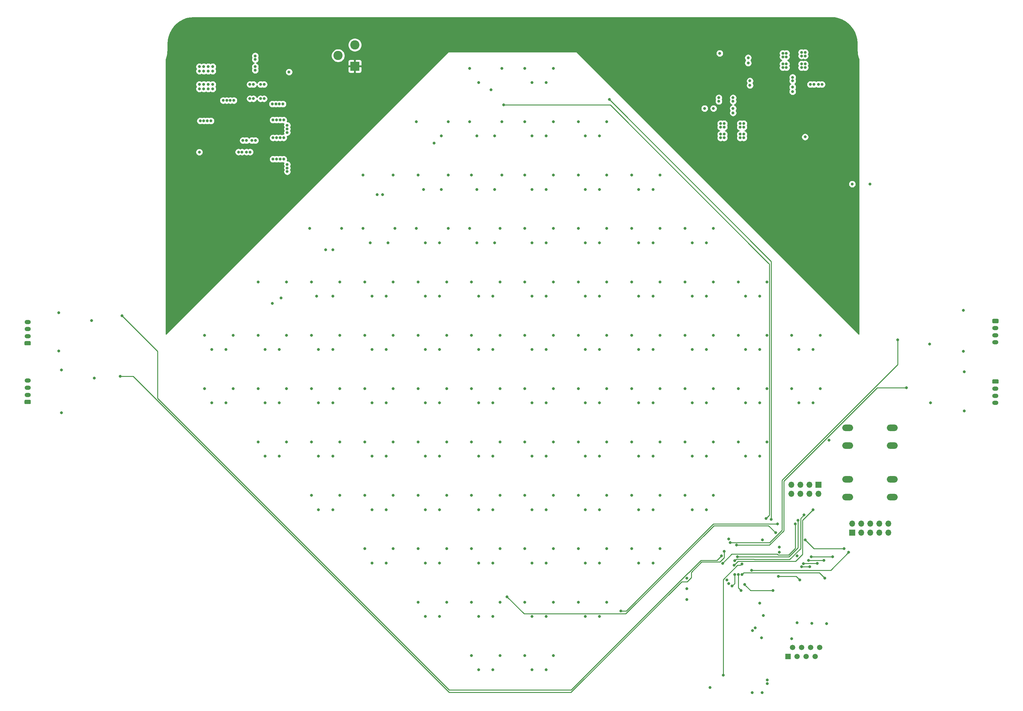
<source format=gbr>
G04 #@! TF.GenerationSoftware,KiCad,Pcbnew,(5.1.4)-1*
G04 #@! TF.CreationDate,2020-09-06T22:03:16+01:00*
G04 #@! TF.ProjectId,led-board,6c65642d-626f-4617-9264-2e6b69636164,rev?*
G04 #@! TF.SameCoordinates,Original*
G04 #@! TF.FileFunction,Copper,L4,Bot*
G04 #@! TF.FilePolarity,Positive*
%FSLAX46Y46*%
G04 Gerber Fmt 4.6, Leading zero omitted, Abs format (unit mm)*
G04 Created by KiCad (PCBNEW (5.1.4)-1) date 2020-09-06 22:03:16*
%MOMM*%
%LPD*%
G04 APERTURE LIST*
%ADD10C,2.600000*%
%ADD11R,2.600000X2.600000*%
%ADD12R,1.500000X1.500000*%
%ADD13C,1.500000*%
%ADD14O,1.750000X1.200000*%
%ADD15C,0.100000*%
%ADD16C,1.200000*%
%ADD17O,3.048000X1.850000*%
%ADD18R,1.700000X1.700000*%
%ADD19O,1.700000X1.700000*%
%ADD20C,0.800000*%
%ADD21C,0.250000*%
%ADD22C,0.254000*%
G04 APERTURE END LIST*
D10*
X163500000Y-58900000D03*
X168200000Y-55900000D03*
D11*
X168200000Y-61900000D03*
D12*
X290000000Y-227750000D03*
D13*
X291270000Y-225210000D03*
X292540000Y-227750000D03*
X293810000Y-225210000D03*
X295080000Y-227750000D03*
X296350000Y-225210000D03*
X297620000Y-227750000D03*
X298890000Y-225210000D03*
D14*
X348250000Y-156500000D03*
X348250000Y-154500000D03*
X348250000Y-152500000D03*
D15*
G36*
X348899505Y-149901204D02*
G01*
X348923773Y-149904804D01*
X348947572Y-149910765D01*
X348970671Y-149919030D01*
X348992850Y-149929520D01*
X349013893Y-149942132D01*
X349033599Y-149956747D01*
X349051777Y-149973223D01*
X349068253Y-149991401D01*
X349082868Y-150011107D01*
X349095480Y-150032150D01*
X349105970Y-150054329D01*
X349114235Y-150077428D01*
X349120196Y-150101227D01*
X349123796Y-150125495D01*
X349125000Y-150149999D01*
X349125000Y-150850001D01*
X349123796Y-150874505D01*
X349120196Y-150898773D01*
X349114235Y-150922572D01*
X349105970Y-150945671D01*
X349095480Y-150967850D01*
X349082868Y-150988893D01*
X349068253Y-151008599D01*
X349051777Y-151026777D01*
X349033599Y-151043253D01*
X349013893Y-151057868D01*
X348992850Y-151070480D01*
X348970671Y-151080970D01*
X348947572Y-151089235D01*
X348923773Y-151095196D01*
X348899505Y-151098796D01*
X348875001Y-151100000D01*
X347624999Y-151100000D01*
X347600495Y-151098796D01*
X347576227Y-151095196D01*
X347552428Y-151089235D01*
X347529329Y-151080970D01*
X347507150Y-151070480D01*
X347486107Y-151057868D01*
X347466401Y-151043253D01*
X347448223Y-151026777D01*
X347431747Y-151008599D01*
X347417132Y-150988893D01*
X347404520Y-150967850D01*
X347394030Y-150945671D01*
X347385765Y-150922572D01*
X347379804Y-150898773D01*
X347376204Y-150874505D01*
X347375000Y-150850001D01*
X347375000Y-150149999D01*
X347376204Y-150125495D01*
X347379804Y-150101227D01*
X347385765Y-150077428D01*
X347394030Y-150054329D01*
X347404520Y-150032150D01*
X347417132Y-150011107D01*
X347431747Y-149991401D01*
X347448223Y-149973223D01*
X347466401Y-149956747D01*
X347486107Y-149942132D01*
X347507150Y-149929520D01*
X347529329Y-149919030D01*
X347552428Y-149910765D01*
X347576227Y-149904804D01*
X347600495Y-149901204D01*
X347624999Y-149900000D01*
X348875001Y-149900000D01*
X348899505Y-149901204D01*
X348899505Y-149901204D01*
G37*
D16*
X348250000Y-150500000D03*
D15*
G36*
X348899505Y-132901204D02*
G01*
X348923773Y-132904804D01*
X348947572Y-132910765D01*
X348970671Y-132919030D01*
X348992850Y-132929520D01*
X349013893Y-132942132D01*
X349033599Y-132956747D01*
X349051777Y-132973223D01*
X349068253Y-132991401D01*
X349082868Y-133011107D01*
X349095480Y-133032150D01*
X349105970Y-133054329D01*
X349114235Y-133077428D01*
X349120196Y-133101227D01*
X349123796Y-133125495D01*
X349125000Y-133149999D01*
X349125000Y-133850001D01*
X349123796Y-133874505D01*
X349120196Y-133898773D01*
X349114235Y-133922572D01*
X349105970Y-133945671D01*
X349095480Y-133967850D01*
X349082868Y-133988893D01*
X349068253Y-134008599D01*
X349051777Y-134026777D01*
X349033599Y-134043253D01*
X349013893Y-134057868D01*
X348992850Y-134070480D01*
X348970671Y-134080970D01*
X348947572Y-134089235D01*
X348923773Y-134095196D01*
X348899505Y-134098796D01*
X348875001Y-134100000D01*
X347624999Y-134100000D01*
X347600495Y-134098796D01*
X347576227Y-134095196D01*
X347552428Y-134089235D01*
X347529329Y-134080970D01*
X347507150Y-134070480D01*
X347486107Y-134057868D01*
X347466401Y-134043253D01*
X347448223Y-134026777D01*
X347431747Y-134008599D01*
X347417132Y-133988893D01*
X347404520Y-133967850D01*
X347394030Y-133945671D01*
X347385765Y-133922572D01*
X347379804Y-133898773D01*
X347376204Y-133874505D01*
X347375000Y-133850001D01*
X347375000Y-133149999D01*
X347376204Y-133125495D01*
X347379804Y-133101227D01*
X347385765Y-133077428D01*
X347394030Y-133054329D01*
X347404520Y-133032150D01*
X347417132Y-133011107D01*
X347431747Y-132991401D01*
X347448223Y-132973223D01*
X347466401Y-132956747D01*
X347486107Y-132942132D01*
X347507150Y-132929520D01*
X347529329Y-132919030D01*
X347552428Y-132910765D01*
X347576227Y-132904804D01*
X347600495Y-132901204D01*
X347624999Y-132900000D01*
X348875001Y-132900000D01*
X348899505Y-132901204D01*
X348899505Y-132901204D01*
G37*
D16*
X348250000Y-133500000D03*
D14*
X348250000Y-135500000D03*
X348250000Y-137500000D03*
X348250000Y-139500000D03*
D15*
G36*
X76899505Y-155651204D02*
G01*
X76923773Y-155654804D01*
X76947572Y-155660765D01*
X76970671Y-155669030D01*
X76992850Y-155679520D01*
X77013893Y-155692132D01*
X77033599Y-155706747D01*
X77051777Y-155723223D01*
X77068253Y-155741401D01*
X77082868Y-155761107D01*
X77095480Y-155782150D01*
X77105970Y-155804329D01*
X77114235Y-155827428D01*
X77120196Y-155851227D01*
X77123796Y-155875495D01*
X77125000Y-155899999D01*
X77125000Y-156600001D01*
X77123796Y-156624505D01*
X77120196Y-156648773D01*
X77114235Y-156672572D01*
X77105970Y-156695671D01*
X77095480Y-156717850D01*
X77082868Y-156738893D01*
X77068253Y-156758599D01*
X77051777Y-156776777D01*
X77033599Y-156793253D01*
X77013893Y-156807868D01*
X76992850Y-156820480D01*
X76970671Y-156830970D01*
X76947572Y-156839235D01*
X76923773Y-156845196D01*
X76899505Y-156848796D01*
X76875001Y-156850000D01*
X75624999Y-156850000D01*
X75600495Y-156848796D01*
X75576227Y-156845196D01*
X75552428Y-156839235D01*
X75529329Y-156830970D01*
X75507150Y-156820480D01*
X75486107Y-156807868D01*
X75466401Y-156793253D01*
X75448223Y-156776777D01*
X75431747Y-156758599D01*
X75417132Y-156738893D01*
X75404520Y-156717850D01*
X75394030Y-156695671D01*
X75385765Y-156672572D01*
X75379804Y-156648773D01*
X75376204Y-156624505D01*
X75375000Y-156600001D01*
X75375000Y-155899999D01*
X75376204Y-155875495D01*
X75379804Y-155851227D01*
X75385765Y-155827428D01*
X75394030Y-155804329D01*
X75404520Y-155782150D01*
X75417132Y-155761107D01*
X75431747Y-155741401D01*
X75448223Y-155723223D01*
X75466401Y-155706747D01*
X75486107Y-155692132D01*
X75507150Y-155679520D01*
X75529329Y-155669030D01*
X75552428Y-155660765D01*
X75576227Y-155654804D01*
X75600495Y-155651204D01*
X75624999Y-155650000D01*
X76875001Y-155650000D01*
X76899505Y-155651204D01*
X76899505Y-155651204D01*
G37*
D16*
X76250000Y-156250000D03*
D14*
X76250000Y-154250000D03*
X76250000Y-152250000D03*
X76250000Y-150250000D03*
X76250000Y-133750000D03*
X76250000Y-135750000D03*
X76250000Y-137750000D03*
D15*
G36*
X76899505Y-139151204D02*
G01*
X76923773Y-139154804D01*
X76947572Y-139160765D01*
X76970671Y-139169030D01*
X76992850Y-139179520D01*
X77013893Y-139192132D01*
X77033599Y-139206747D01*
X77051777Y-139223223D01*
X77068253Y-139241401D01*
X77082868Y-139261107D01*
X77095480Y-139282150D01*
X77105970Y-139304329D01*
X77114235Y-139327428D01*
X77120196Y-139351227D01*
X77123796Y-139375495D01*
X77125000Y-139399999D01*
X77125000Y-140100001D01*
X77123796Y-140124505D01*
X77120196Y-140148773D01*
X77114235Y-140172572D01*
X77105970Y-140195671D01*
X77095480Y-140217850D01*
X77082868Y-140238893D01*
X77068253Y-140258599D01*
X77051777Y-140276777D01*
X77033599Y-140293253D01*
X77013893Y-140307868D01*
X76992850Y-140320480D01*
X76970671Y-140330970D01*
X76947572Y-140339235D01*
X76923773Y-140345196D01*
X76899505Y-140348796D01*
X76875001Y-140350000D01*
X75624999Y-140350000D01*
X75600495Y-140348796D01*
X75576227Y-140345196D01*
X75552428Y-140339235D01*
X75529329Y-140330970D01*
X75507150Y-140320480D01*
X75486107Y-140307868D01*
X75466401Y-140293253D01*
X75448223Y-140276777D01*
X75431747Y-140258599D01*
X75417132Y-140238893D01*
X75404520Y-140217850D01*
X75394030Y-140195671D01*
X75385765Y-140172572D01*
X75379804Y-140148773D01*
X75376204Y-140124505D01*
X75375000Y-140100001D01*
X75375000Y-139399999D01*
X75376204Y-139375495D01*
X75379804Y-139351227D01*
X75385765Y-139327428D01*
X75394030Y-139304329D01*
X75404520Y-139282150D01*
X75417132Y-139261107D01*
X75431747Y-139241401D01*
X75448223Y-139223223D01*
X75466401Y-139206747D01*
X75486107Y-139192132D01*
X75507150Y-139179520D01*
X75529329Y-139169030D01*
X75552428Y-139160765D01*
X75576227Y-139154804D01*
X75600495Y-139151204D01*
X75624999Y-139150000D01*
X76875001Y-139150000D01*
X76899505Y-139151204D01*
X76899505Y-139151204D01*
G37*
D16*
X76250000Y-139750000D03*
D17*
X306750000Y-183000000D03*
X306750000Y-178000000D03*
X319250000Y-183000000D03*
X319250000Y-178000000D03*
X319250000Y-163500000D03*
X319250000Y-168500000D03*
X306750000Y-163500000D03*
X306750000Y-168500000D03*
D18*
X298500000Y-179500000D03*
D19*
X298500000Y-182040000D03*
X295960000Y-179500000D03*
X295960000Y-182040000D03*
X293420000Y-179500000D03*
X293420000Y-182040000D03*
X290880000Y-179500000D03*
X290880000Y-182040000D03*
D18*
X308000000Y-193000000D03*
D19*
X308000000Y-190460000D03*
X310540000Y-193000000D03*
X310540000Y-190460000D03*
X313080000Y-193000000D03*
X313080000Y-190460000D03*
X315620000Y-193000000D03*
X315620000Y-190460000D03*
X318160000Y-193000000D03*
X318160000Y-190460000D03*
D20*
X291000000Y-222750000D03*
X283000000Y-216250000D03*
X292500000Y-218250000D03*
X296663909Y-218479708D03*
X339250000Y-130500000D03*
X339250000Y-142000000D03*
X85750000Y-147250000D03*
X85750000Y-159250000D03*
X85000000Y-141950000D03*
X85000000Y-131150000D03*
X279912500Y-237937500D03*
X282712500Y-237937500D03*
X339500000Y-147750000D03*
X339500000Y-158750000D03*
X292500000Y-199500000D03*
X282500000Y-222500000D03*
X313000000Y-95000000D03*
X301500000Y-167000000D03*
X272750000Y-206250000D03*
X287500000Y-198500000D03*
X261500000Y-205750000D03*
X261500000Y-208750000D03*
X261500000Y-211750000D03*
X273250000Y-194750000D03*
X282750000Y-195024990D03*
X305750000Y-197500000D03*
X294750000Y-195000000D03*
X307000000Y-198500000D03*
X279750000Y-203525000D03*
X282000000Y-212750000D03*
X280750000Y-219750000D03*
X280000000Y-220500000D03*
X273250000Y-207250000D03*
X300817223Y-218505901D03*
X287500000Y-197000000D03*
X194500000Y-77500000D03*
X207500000Y-81500000D03*
X209500000Y-62500000D03*
X209500000Y-77500000D03*
X192500000Y-81500000D03*
X194500000Y-92500000D03*
X209500000Y-92500000D03*
X207500000Y-96500000D03*
X192500000Y-96500000D03*
X179000000Y-92500000D03*
X176000000Y-98000000D03*
X206500000Y-68500000D03*
X207500000Y-111500000D03*
X209000000Y-107500000D03*
X194500000Y-107500000D03*
X179500000Y-107500000D03*
X177500000Y-111500000D03*
X164500000Y-107500000D03*
X162000000Y-113500000D03*
X209000000Y-122500000D03*
X207000000Y-126500000D03*
X194000000Y-122500000D03*
X192000000Y-126500000D03*
X177000000Y-126500000D03*
X179000000Y-122500000D03*
X164000000Y-122500000D03*
X149000000Y-122500000D03*
X147500000Y-127000000D03*
X162000000Y-126500000D03*
X209000000Y-137500000D03*
X207000000Y-141500000D03*
X194000000Y-137500000D03*
X192000000Y-141500000D03*
X179000000Y-137500000D03*
X177000000Y-141500000D03*
X164000000Y-137500000D03*
X162000000Y-141500000D03*
X147000000Y-141500000D03*
X149000000Y-137500000D03*
X134000000Y-137500000D03*
X132000000Y-141500000D03*
X192000000Y-111500000D03*
X222000000Y-66500000D03*
X224000000Y-62500000D03*
X237000000Y-81500000D03*
X239000000Y-77500000D03*
X222000000Y-81500000D03*
X224000000Y-77500000D03*
X254000000Y-92500000D03*
X252000000Y-96500000D03*
X237000000Y-96500000D03*
X239000000Y-92500000D03*
X222000000Y-96500000D03*
X224000000Y-92500000D03*
X254000000Y-107500000D03*
X252000000Y-111500000D03*
X267000000Y-111500000D03*
X269000000Y-107500000D03*
X239000000Y-107500000D03*
X237000000Y-111500000D03*
X224000000Y-107500000D03*
X222000000Y-111500000D03*
X284000000Y-122500000D03*
X282000000Y-126500000D03*
X267000000Y-126500000D03*
X269000000Y-122500000D03*
X252000000Y-126500000D03*
X254000000Y-122500000D03*
X237000000Y-126500000D03*
X239000000Y-122500000D03*
X222000000Y-126500000D03*
X224000000Y-122500000D03*
X297000000Y-141500000D03*
X299000000Y-137500000D03*
X282000000Y-141500000D03*
X284000000Y-137500000D03*
X267000000Y-141500000D03*
X269000000Y-137500000D03*
X252000000Y-141500000D03*
X254000000Y-137500000D03*
X237000000Y-141500000D03*
X239000000Y-137500000D03*
X222000000Y-141500000D03*
X224000000Y-137500000D03*
X224000000Y-152500000D03*
X222000000Y-156500000D03*
X237000000Y-156500000D03*
X239000000Y-152500000D03*
X252000000Y-156500000D03*
X254000000Y-152500000D03*
X267000000Y-156500000D03*
X269000000Y-152500000D03*
X282000000Y-156500000D03*
X284000000Y-152500000D03*
X297000000Y-156500000D03*
X299000000Y-152500000D03*
X284000000Y-167500000D03*
X269000000Y-167500000D03*
X254000000Y-167500000D03*
X282000000Y-171500000D03*
X267000000Y-171500000D03*
X252000000Y-171500000D03*
X237000000Y-171500000D03*
X239000000Y-167500000D03*
X222000000Y-171500000D03*
X224000000Y-167500000D03*
X224000000Y-182500000D03*
X222000000Y-186500000D03*
X237000000Y-186500000D03*
X239000000Y-182500000D03*
X252000000Y-186500000D03*
X254000000Y-182500000D03*
X267000000Y-186500000D03*
X269000000Y-182500000D03*
X254000000Y-197500000D03*
X252000000Y-201500000D03*
X239000000Y-197500000D03*
X237000000Y-201500000D03*
X239000000Y-212500000D03*
X237000000Y-216500000D03*
X222000000Y-216500000D03*
X224000000Y-212500000D03*
X224000000Y-227500000D03*
X222000000Y-231500000D03*
X209000000Y-152500000D03*
X207000000Y-156500000D03*
X194000000Y-152500000D03*
X192000000Y-156500000D03*
X179000000Y-152500000D03*
X177000000Y-156500000D03*
X164000000Y-152500000D03*
X162000000Y-156500000D03*
X149000000Y-152500000D03*
X147000000Y-156500000D03*
X134000000Y-152500000D03*
X132000000Y-156500000D03*
X209000000Y-167500000D03*
X207000000Y-171500000D03*
X194000000Y-167500000D03*
X192000000Y-171500000D03*
X179000000Y-167500000D03*
X177000000Y-171500000D03*
X164000000Y-167500000D03*
X162000000Y-171500000D03*
X149000000Y-167500000D03*
X147000000Y-171500000D03*
X164000000Y-182500000D03*
X162000000Y-186500000D03*
X177000000Y-186500000D03*
X179000000Y-182500000D03*
X192000000Y-186500000D03*
X194000000Y-182500000D03*
X207000000Y-186500000D03*
X209000000Y-182500000D03*
X209000000Y-197500000D03*
X207000000Y-201500000D03*
X194000000Y-197500000D03*
X192000000Y-201500000D03*
X179000000Y-197500000D03*
X177000000Y-201500000D03*
X192000000Y-216500000D03*
X194000000Y-212500000D03*
X207000000Y-216500000D03*
X209000000Y-212500000D03*
X207000000Y-231500000D03*
X209000000Y-227500000D03*
X224000000Y-197500000D03*
X222000000Y-201500000D03*
X149200000Y-91500000D03*
X149200000Y-90500000D03*
X149200000Y-89500000D03*
X148200000Y-88000000D03*
X147200000Y-88000000D03*
X146200000Y-88000000D03*
X145200000Y-88000000D03*
X149200000Y-78500000D03*
X149200000Y-79500000D03*
X149200000Y-80500000D03*
X148200000Y-82000000D03*
X147200000Y-82000000D03*
X146200000Y-82000000D03*
X145200000Y-82000000D03*
X148200000Y-77000000D03*
X147200000Y-77000000D03*
X146200000Y-77000000D03*
X145200000Y-77000000D03*
X149700000Y-63500000D03*
X142700000Y-71000000D03*
X141700000Y-71000000D03*
X139700000Y-71000000D03*
X138700000Y-71000000D03*
X142700000Y-67000000D03*
X141700000Y-67000000D03*
X139700000Y-67000000D03*
X138700000Y-67000000D03*
X124500000Y-86025000D03*
X128250000Y-62000000D03*
X127000000Y-62000000D03*
X125750000Y-62000000D03*
X124500000Y-62000000D03*
X124500000Y-63250000D03*
X125750000Y-63250000D03*
X127000000Y-63250000D03*
X128250000Y-63250000D03*
X124500000Y-68250000D03*
X125750000Y-68250000D03*
X127000000Y-68250000D03*
X128250000Y-68250000D03*
X128250000Y-67000000D03*
X127000000Y-67000000D03*
X125750000Y-67000000D03*
X124500000Y-67000000D03*
X124750000Y-77250000D03*
X125750000Y-77250000D03*
X126750000Y-77250000D03*
X127750000Y-77250000D03*
X145000000Y-72500000D03*
X146000000Y-72500000D03*
X147000000Y-72500000D03*
X148000000Y-72500000D03*
X270750000Y-58250000D03*
X288500000Y-58250000D03*
X289500000Y-58250000D03*
X288500000Y-59250000D03*
X289500000Y-59250000D03*
X288500000Y-61250000D03*
X289500000Y-61250000D03*
X288500000Y-62250000D03*
X289500000Y-62250000D03*
X294750000Y-58000000D03*
X293750000Y-58000000D03*
X294750000Y-59000000D03*
X293750000Y-59000000D03*
X294750000Y-61250000D03*
X293750000Y-61250000D03*
X294750000Y-62250000D03*
X293750000Y-62250000D03*
X278750000Y-61000000D03*
X278750000Y-59500000D03*
X279250000Y-67250000D03*
X279250000Y-66000000D03*
X294750000Y-81750000D03*
X271000000Y-78000000D03*
X271000000Y-79000000D03*
X272000000Y-78000000D03*
X272000000Y-79000000D03*
X271000000Y-81000000D03*
X272000000Y-81000000D03*
X271000000Y-82000000D03*
X272000000Y-82000000D03*
X277500000Y-78000000D03*
X276500000Y-78000000D03*
X277500000Y-79000000D03*
X276500000Y-79000000D03*
X277500000Y-81000000D03*
X276500000Y-81000000D03*
X277500000Y-82000000D03*
X276500000Y-82000000D03*
X308000000Y-95000000D03*
X200500000Y-77500000D03*
X202500000Y-81500000D03*
X200500000Y-62500000D03*
X185500000Y-77500000D03*
X190500000Y-83500000D03*
X201000000Y-92500000D03*
X202500000Y-96500000D03*
X187500000Y-96500000D03*
X186000000Y-92500000D03*
X170500000Y-92500000D03*
X174500000Y-98000000D03*
X203000000Y-66500000D03*
X202500000Y-111500000D03*
X200500000Y-107500000D03*
X185500000Y-107500000D03*
X170500000Y-107500000D03*
X172500000Y-111500000D03*
X155500000Y-107500000D03*
X160000000Y-113500000D03*
X201000000Y-122500000D03*
X203000000Y-126500000D03*
X186000000Y-122500000D03*
X188000000Y-126500000D03*
X173000000Y-126500000D03*
X171000000Y-122500000D03*
X156000000Y-122500000D03*
X141000000Y-122500000D03*
X145000000Y-128500000D03*
X157500000Y-126500000D03*
X201000000Y-137500000D03*
X203000000Y-141500000D03*
X186000000Y-137500000D03*
X188000000Y-141500000D03*
X171000000Y-137500000D03*
X173000000Y-141500000D03*
X156000000Y-137500000D03*
X158000000Y-141500000D03*
X143000000Y-141500000D03*
X141000000Y-137500000D03*
X128000000Y-141500000D03*
X126000000Y-137500000D03*
X188000000Y-111500000D03*
X134200000Y-71500000D03*
X133200000Y-71500000D03*
X132200000Y-71500000D03*
X131200000Y-71500000D03*
X140200000Y-59000000D03*
X140200000Y-60000000D03*
X140200000Y-62000000D03*
X140200000Y-63000000D03*
X203000000Y-156500000D03*
X201000000Y-152500000D03*
X188000000Y-156500000D03*
X186000000Y-152500000D03*
X173000000Y-156500000D03*
X171000000Y-152500000D03*
X158000000Y-156500000D03*
X156000000Y-152500000D03*
X143000000Y-156500000D03*
X141000000Y-152500000D03*
X126000000Y-152500000D03*
X128000000Y-156500000D03*
X203000000Y-171500000D03*
X201000000Y-167500000D03*
X188000000Y-171500000D03*
X186000000Y-167500000D03*
X173000000Y-171500000D03*
X171000000Y-167500000D03*
X158000000Y-171500000D03*
X156000000Y-167500000D03*
X143000000Y-171500000D03*
X141000000Y-167500000D03*
X156000000Y-182500000D03*
X158000000Y-186500000D03*
X171000000Y-182500000D03*
X173000000Y-186500000D03*
X186000000Y-182500000D03*
X188000000Y-186500000D03*
X201000000Y-182500000D03*
X203000000Y-186500000D03*
X201000000Y-197500000D03*
X203000000Y-201500000D03*
X188000000Y-201500000D03*
X186000000Y-197500000D03*
X173000000Y-201500000D03*
X171000000Y-197500000D03*
X186000000Y-212500000D03*
X188000000Y-216500000D03*
X201000000Y-212500000D03*
X203000000Y-216500000D03*
X201000000Y-227500000D03*
X203000000Y-231500000D03*
X135500000Y-86000000D03*
X136500000Y-86000000D03*
X137750000Y-86000000D03*
X138750000Y-86000000D03*
X136750000Y-82750000D03*
X137750000Y-82750000D03*
X139250000Y-82750000D03*
X140250000Y-82750000D03*
X218000000Y-66500000D03*
X216000000Y-62500000D03*
X231000000Y-77500000D03*
X233000000Y-81500000D03*
X216000000Y-77500000D03*
X218000000Y-81500000D03*
X246000000Y-92500000D03*
X248000000Y-96500000D03*
X231000000Y-92500000D03*
X233000000Y-96500000D03*
X216000000Y-92500000D03*
X218000000Y-96500000D03*
X246000000Y-107500000D03*
X248000000Y-111500000D03*
X263000000Y-111500000D03*
X261000000Y-107500000D03*
X231000000Y-107500000D03*
X233000000Y-111500000D03*
X216000000Y-107500000D03*
X218000000Y-111500000D03*
X276000000Y-122500000D03*
X278000000Y-126500000D03*
X261000000Y-122500000D03*
X263000000Y-126500000D03*
X246000000Y-122500000D03*
X248000000Y-126500000D03*
X231000000Y-122500000D03*
X233000000Y-126500000D03*
X216000000Y-122500000D03*
X218000000Y-126500000D03*
X291000000Y-137500000D03*
X293000000Y-141500000D03*
X276000000Y-137500000D03*
X278000000Y-141500000D03*
X261000000Y-137500000D03*
X263000000Y-141500000D03*
X246000000Y-137500000D03*
X248000000Y-141500000D03*
X231000000Y-137500000D03*
X233000000Y-141500000D03*
X216000000Y-137500000D03*
X218000000Y-141500000D03*
X274500000Y-70750000D03*
X274500000Y-71750000D03*
X274500000Y-73750000D03*
X274500000Y-75000000D03*
X270500000Y-70750000D03*
X270500000Y-71750000D03*
X266500000Y-73750000D03*
X269000000Y-73750000D03*
X216000000Y-152500000D03*
X218000000Y-156500000D03*
X233000000Y-156500000D03*
X231000000Y-152500000D03*
X248000000Y-156500000D03*
X246000000Y-152500000D03*
X261000000Y-152500000D03*
X263000000Y-156500000D03*
X276000000Y-152500000D03*
X278000000Y-156500000D03*
X291000000Y-152500000D03*
X293000000Y-156500000D03*
X276000000Y-167500000D03*
X261000000Y-167500000D03*
X278000000Y-171500000D03*
X263000000Y-171500000D03*
X246000000Y-167500000D03*
X248000000Y-171500000D03*
X231000000Y-167500000D03*
X233000000Y-171500000D03*
X216000000Y-167500000D03*
X218000000Y-171500000D03*
X218000000Y-186500000D03*
X216000000Y-182500000D03*
X231000000Y-182500000D03*
X233000000Y-186500000D03*
X246000000Y-182500000D03*
X248000000Y-186500000D03*
X261000000Y-182500000D03*
X263000000Y-186500000D03*
X248000000Y-201500000D03*
X246000000Y-197500000D03*
X231000000Y-197500000D03*
X233000000Y-201500000D03*
X231000000Y-212500000D03*
X233000000Y-216500000D03*
X216000000Y-212500000D03*
X218000000Y-216500000D03*
X216000000Y-227500000D03*
X218000000Y-231500000D03*
X216000000Y-197500000D03*
X218000000Y-201500000D03*
X291250000Y-65000000D03*
X291250000Y-66000000D03*
X291250000Y-67750000D03*
X291250000Y-69000000D03*
X296250000Y-67000000D03*
X297250000Y-67000000D03*
X298500000Y-67000000D03*
X299500000Y-67000000D03*
X329750000Y-140000000D03*
X95000000Y-149500000D03*
X94200000Y-133350000D03*
X284100000Y-234350000D03*
X284100000Y-235350000D03*
X330000000Y-156500000D03*
X268000000Y-236500000D03*
X271750000Y-233000000D03*
X277000000Y-201750000D03*
X155200000Y-82000000D03*
X154200000Y-82000000D03*
X153200000Y-82000000D03*
X152200000Y-82000000D03*
X151200000Y-80500000D03*
X151200000Y-78500000D03*
X151200000Y-79500000D03*
X152200000Y-77000000D03*
X153200000Y-77000000D03*
X154200000Y-77000000D03*
X155200000Y-77000000D03*
X155200000Y-88000000D03*
X154200000Y-88000000D03*
X153200000Y-88000000D03*
X152200000Y-88000000D03*
X151200000Y-89500000D03*
X151200000Y-90500000D03*
X151200000Y-91500000D03*
X116500000Y-62000000D03*
X117750000Y-62000000D03*
X119000000Y-62000000D03*
X120250000Y-62000000D03*
X116500000Y-68500000D03*
X117750000Y-68500000D03*
X119000000Y-68500000D03*
X120250000Y-68500000D03*
X116500000Y-67250000D03*
X117750000Y-67250000D03*
X119000000Y-67250000D03*
X120250000Y-67250000D03*
X116500000Y-63250000D03*
X117750000Y-63250000D03*
X119000000Y-63250000D03*
X120250000Y-63250000D03*
X115750000Y-78250000D03*
X115750000Y-76750000D03*
X117500000Y-85750000D03*
X117500000Y-84000000D03*
X155750000Y-65000000D03*
X155750000Y-66000000D03*
X153000000Y-74500000D03*
X153000000Y-73500000D03*
X288500000Y-54500000D03*
X288500000Y-51500000D03*
X288500000Y-50250000D03*
X288500000Y-53500000D03*
X294500000Y-50250000D03*
X294500000Y-51250000D03*
X294500000Y-53250000D03*
X294500000Y-54250000D03*
X281000000Y-51000000D03*
X281000000Y-52000000D03*
X271000000Y-51750000D03*
X272250000Y-51750000D03*
X289500000Y-54500000D03*
X289500000Y-53500000D03*
X289500000Y-51500000D03*
X289500000Y-50250000D03*
X293500000Y-50250000D03*
X293500000Y-51250000D03*
X293500000Y-53250000D03*
X293500000Y-54250000D03*
X284500000Y-88750000D03*
X284500000Y-89750000D03*
X293000000Y-88500000D03*
X294500000Y-88500000D03*
X277250000Y-87500000D03*
X277250000Y-86500000D03*
X276250000Y-86500000D03*
X276250000Y-87500000D03*
X276250000Y-89000000D03*
X277250000Y-89000000D03*
X276250000Y-90000000D03*
X277250000Y-90000000D03*
X271000000Y-86500000D03*
X272000000Y-86500000D03*
X271000000Y-87500000D03*
X272000000Y-87500000D03*
X271000000Y-89000000D03*
X272000000Y-89000000D03*
X271000000Y-90000000D03*
X272000000Y-90000000D03*
X210000000Y-72750000D03*
X283750000Y-189000000D03*
X286500000Y-193000000D03*
X211000000Y-211000000D03*
X285250000Y-189250000D03*
X239750000Y-71250000D03*
X287000000Y-190500000D03*
X243000000Y-215000000D03*
X296500000Y-199750000D03*
X302500000Y-199750000D03*
X275000000Y-204750000D03*
X274250000Y-208000000D03*
X300262653Y-205737347D03*
X277000000Y-204750000D03*
X276750000Y-209250000D03*
X276000000Y-204750000D03*
X320750000Y-138750000D03*
X273750000Y-195750000D03*
X275525305Y-196475000D03*
X323250000Y-152250000D03*
X271250000Y-199500000D03*
X102750000Y-132000000D03*
X102250000Y-149000000D03*
X272000000Y-198250000D03*
X296043537Y-202543537D03*
X293750000Y-202500000D03*
X298137653Y-201637653D03*
X294304701Y-201667948D03*
X300025306Y-200775306D03*
X295750000Y-200750000D03*
X271557364Y-201612205D03*
X292000000Y-190500000D03*
X275750000Y-199735111D03*
X292750000Y-189500000D03*
X275016277Y-200860110D03*
X294487347Y-187987347D03*
X274825846Y-202075846D03*
X297000000Y-186500000D03*
X285750000Y-209250000D03*
X277750000Y-207524990D03*
X287250000Y-205250000D03*
X293250000Y-206250000D03*
D21*
X305750000Y-197500000D02*
X297250000Y-197500000D01*
X297250000Y-197500000D02*
X294750000Y-195000000D01*
X307000000Y-198500000D02*
X301975000Y-203525000D01*
X301975000Y-203525000D02*
X279750000Y-203525000D01*
X271750000Y-206176998D02*
X271750000Y-233000000D01*
X275776999Y-202149999D02*
X271750000Y-206176998D01*
X276600001Y-202149999D02*
X275776999Y-202149999D01*
X277000000Y-201750000D02*
X276600001Y-202149999D01*
X210000000Y-72750000D02*
X239500000Y-72750000D01*
X239500000Y-72750000D02*
X240000000Y-72750000D01*
X240000000Y-72750000D02*
X284500000Y-117250000D01*
X284725001Y-188024999D02*
X283750000Y-189000000D01*
X284500000Y-117250000D02*
X284725001Y-117475001D01*
X284725001Y-117475001D02*
X284725001Y-188024999D01*
X286500000Y-193000000D02*
X284500000Y-191000000D01*
X284500000Y-191000000D02*
X269136410Y-191000000D01*
X244361411Y-215774999D02*
X215774999Y-215774999D01*
X269136410Y-191000000D02*
X244361411Y-215774999D01*
X215774999Y-215774999D02*
X211000000Y-211000000D01*
X285250000Y-189250000D02*
X285250000Y-116750000D01*
X285250000Y-116750000D02*
X239750000Y-71250000D01*
X287000000Y-190500000D02*
X269000000Y-190500000D01*
X269000000Y-190500000D02*
X244500000Y-215000000D01*
X244500000Y-215000000D02*
X243000000Y-215000000D01*
X296500000Y-199750000D02*
X302500000Y-199750000D01*
X275000000Y-204750000D02*
X275000000Y-207250000D01*
X275000000Y-207250000D02*
X274250000Y-208000000D01*
X300262653Y-205737347D02*
X298775306Y-204250000D01*
X298775306Y-204250000D02*
X277500000Y-204250000D01*
X277500000Y-204250000D02*
X277000000Y-204750000D01*
X276750000Y-209250000D02*
X276000000Y-208500000D01*
X276000000Y-208500000D02*
X276000000Y-204750000D01*
X284823002Y-195750000D02*
X273750000Y-195750000D01*
X288250000Y-192323002D02*
X284823002Y-195750000D01*
X288250000Y-178250000D02*
X288250000Y-192323002D01*
X320750000Y-138750000D02*
X320750000Y-145750000D01*
X320750000Y-145750000D02*
X288250000Y-178250000D01*
X315000000Y-152250000D02*
X323250000Y-152250000D01*
X288750000Y-178500000D02*
X315000000Y-152250000D01*
X288750000Y-192459412D02*
X288750000Y-178500000D01*
X275525305Y-196475000D02*
X284734412Y-196475000D01*
X284734412Y-196475000D02*
X288750000Y-192459412D01*
X271250000Y-199500000D02*
X270000000Y-200750000D01*
X270000000Y-200750000D02*
X265500000Y-200750000D01*
X261926998Y-204250000D02*
X229000000Y-237176998D01*
X265500000Y-200750000D02*
X262000000Y-204250000D01*
X262000000Y-204250000D02*
X261926998Y-204250000D01*
X229000000Y-237176998D02*
X194676998Y-237176998D01*
X194676998Y-237176998D02*
X112750000Y-155250000D01*
X112750000Y-155250000D02*
X112750000Y-142000000D01*
X112750000Y-142000000D02*
X102750000Y-132000000D01*
X105863590Y-149000000D02*
X194750000Y-237886410D01*
X102250000Y-149000000D02*
X105863590Y-149000000D01*
X228926998Y-237886410D02*
X260063408Y-206750000D01*
X194750000Y-237886410D02*
X228926998Y-237886410D01*
X261573002Y-206750000D02*
X262750000Y-205573002D01*
X260063408Y-206750000D02*
X261573002Y-206750000D01*
X262750000Y-205573002D02*
X262750000Y-204136410D01*
X265686400Y-201200010D02*
X270799990Y-201200010D01*
X262750000Y-204136410D02*
X265686400Y-201200010D01*
X270799990Y-201200010D02*
X272000000Y-200000000D01*
X272000000Y-200000000D02*
X272000000Y-198250000D01*
X296043537Y-202543537D02*
X293793537Y-202543537D01*
X293793537Y-202543537D02*
X293750000Y-202500000D01*
X298137653Y-201637653D02*
X294334996Y-201637653D01*
X294334996Y-201637653D02*
X294304701Y-201667948D01*
X300025306Y-200775306D02*
X295775306Y-200775306D01*
X295775306Y-200775306D02*
X295750000Y-200750000D01*
X274159459Y-199010110D02*
X283010110Y-199010110D01*
X271557364Y-201612205D02*
X274159459Y-199010110D01*
X287151999Y-199225001D02*
X290108811Y-199225001D01*
X286926998Y-199000000D02*
X287151999Y-199225001D01*
X283010110Y-199010110D02*
X283020220Y-199000000D01*
X283020220Y-199000000D02*
X286926998Y-199000000D01*
X290108811Y-199225001D02*
X292000000Y-197333812D01*
X292000000Y-197333812D02*
X292000000Y-190500000D01*
X275750000Y-199735111D02*
X290235111Y-199735111D01*
X290235111Y-199735111D02*
X292750000Y-197220222D01*
X292750000Y-197220222D02*
X292750000Y-189500000D01*
X275416276Y-200460111D02*
X280460111Y-200460111D01*
X275016277Y-200860110D02*
X275416276Y-200460111D01*
X280460111Y-200460111D02*
X280500000Y-200500000D01*
X290426998Y-200500000D02*
X293500000Y-197426998D01*
X280500000Y-200500000D02*
X290426998Y-200500000D01*
X293500000Y-197426998D02*
X293500000Y-188974694D01*
X293500000Y-188974694D02*
X294487347Y-187987347D01*
X275876693Y-201024999D02*
X278725001Y-201024999D01*
X274825846Y-202075846D02*
X275876693Y-201024999D01*
X278725001Y-201024999D02*
X278750000Y-201000000D01*
X294024999Y-199048003D02*
X294024999Y-189475001D01*
X278750000Y-201000000D02*
X292073002Y-201000000D01*
X292073002Y-201000000D02*
X294024999Y-199048003D01*
X294024999Y-189475001D02*
X297000000Y-186500000D01*
X285750000Y-209250000D02*
X279475010Y-209250000D01*
X278149999Y-207924989D02*
X277750000Y-207524990D01*
X279475010Y-209250000D02*
X278149999Y-207924989D01*
X292850001Y-205850001D02*
X293250000Y-206250000D01*
X292250000Y-205250000D02*
X292850001Y-205850001D01*
X287250000Y-205250000D02*
X292250000Y-205250000D01*
D22*
G36*
X303033984Y-48234863D02*
G01*
X304047336Y-48453032D01*
X305019833Y-48811805D01*
X305932081Y-49304027D01*
X306765873Y-49919875D01*
X307504578Y-50647065D01*
X308133441Y-51471073D01*
X308639935Y-52375483D01*
X309013943Y-53342233D01*
X309248001Y-54352030D01*
X309339237Y-55405445D01*
X309340000Y-55502641D01*
X309340001Y-57032419D01*
X309340254Y-57034989D01*
X309341007Y-57130843D01*
X309342229Y-57146372D01*
X309341985Y-57161926D01*
X309343449Y-57182608D01*
X309440955Y-58308425D01*
X309446629Y-58344251D01*
X309451175Y-58380236D01*
X309455535Y-58400487D01*
X309455538Y-58400505D01*
X309455542Y-58400518D01*
X309710702Y-59501352D01*
X309721367Y-59536021D01*
X309730938Y-59571006D01*
X309738114Y-59590458D01*
X309873000Y-59939117D01*
X309873000Y-137193394D01*
X267577667Y-94898061D01*
X306965000Y-94898061D01*
X306965000Y-95101939D01*
X307004774Y-95301898D01*
X307082795Y-95490256D01*
X307196063Y-95659774D01*
X307340226Y-95803937D01*
X307509744Y-95917205D01*
X307698102Y-95995226D01*
X307898061Y-96035000D01*
X308101939Y-96035000D01*
X308301898Y-95995226D01*
X308490256Y-95917205D01*
X308659774Y-95803937D01*
X308803937Y-95659774D01*
X308917205Y-95490256D01*
X308995226Y-95301898D01*
X309035000Y-95101939D01*
X309035000Y-94898061D01*
X308995226Y-94698102D01*
X308917205Y-94509744D01*
X308803937Y-94340226D01*
X308659774Y-94196063D01*
X308490256Y-94082795D01*
X308301898Y-94004774D01*
X308101939Y-93965000D01*
X307898061Y-93965000D01*
X307698102Y-94004774D01*
X307509744Y-94082795D01*
X307340226Y-94196063D01*
X307196063Y-94340226D01*
X307082795Y-94509744D01*
X307004774Y-94698102D01*
X306965000Y-94898061D01*
X267577667Y-94898061D01*
X250577667Y-77898061D01*
X269965000Y-77898061D01*
X269965000Y-78101939D01*
X270004774Y-78301898D01*
X270082795Y-78490256D01*
X270089306Y-78500000D01*
X270082795Y-78509744D01*
X270004774Y-78698102D01*
X269965000Y-78898061D01*
X269965000Y-79101939D01*
X270004774Y-79301898D01*
X270082795Y-79490256D01*
X270196063Y-79659774D01*
X270340226Y-79803937D01*
X270509744Y-79917205D01*
X270698102Y-79995226D01*
X270722103Y-80000000D01*
X270698102Y-80004774D01*
X270509744Y-80082795D01*
X270340226Y-80196063D01*
X270196063Y-80340226D01*
X270082795Y-80509744D01*
X270004774Y-80698102D01*
X269965000Y-80898061D01*
X269965000Y-81101939D01*
X270004774Y-81301898D01*
X270082795Y-81490256D01*
X270089306Y-81500000D01*
X270082795Y-81509744D01*
X270004774Y-81698102D01*
X269965000Y-81898061D01*
X269965000Y-82101939D01*
X270004774Y-82301898D01*
X270082795Y-82490256D01*
X270196063Y-82659774D01*
X270340226Y-82803937D01*
X270509744Y-82917205D01*
X270698102Y-82995226D01*
X270898061Y-83035000D01*
X271101939Y-83035000D01*
X271301898Y-82995226D01*
X271490256Y-82917205D01*
X271500000Y-82910694D01*
X271509744Y-82917205D01*
X271698102Y-82995226D01*
X271898061Y-83035000D01*
X272101939Y-83035000D01*
X272301898Y-82995226D01*
X272490256Y-82917205D01*
X272659774Y-82803937D01*
X272803937Y-82659774D01*
X272917205Y-82490256D01*
X272995226Y-82301898D01*
X273035000Y-82101939D01*
X273035000Y-81898061D01*
X272995226Y-81698102D01*
X272917205Y-81509744D01*
X272910694Y-81500000D01*
X272917205Y-81490256D01*
X272995226Y-81301898D01*
X273035000Y-81101939D01*
X273035000Y-80898061D01*
X272995226Y-80698102D01*
X272917205Y-80509744D01*
X272803937Y-80340226D01*
X272659774Y-80196063D01*
X272490256Y-80082795D01*
X272301898Y-80004774D01*
X272277897Y-80000000D01*
X272301898Y-79995226D01*
X272490256Y-79917205D01*
X272659774Y-79803937D01*
X272803937Y-79659774D01*
X272917205Y-79490256D01*
X272995226Y-79301898D01*
X273035000Y-79101939D01*
X273035000Y-78898061D01*
X272995226Y-78698102D01*
X272917205Y-78509744D01*
X272910694Y-78500000D01*
X272917205Y-78490256D01*
X272995226Y-78301898D01*
X273035000Y-78101939D01*
X273035000Y-77898061D01*
X275465000Y-77898061D01*
X275465000Y-78101939D01*
X275504774Y-78301898D01*
X275582795Y-78490256D01*
X275589306Y-78500000D01*
X275582795Y-78509744D01*
X275504774Y-78698102D01*
X275465000Y-78898061D01*
X275465000Y-79101939D01*
X275504774Y-79301898D01*
X275582795Y-79490256D01*
X275696063Y-79659774D01*
X275840226Y-79803937D01*
X276009744Y-79917205D01*
X276198102Y-79995226D01*
X276222103Y-80000000D01*
X276198102Y-80004774D01*
X276009744Y-80082795D01*
X275840226Y-80196063D01*
X275696063Y-80340226D01*
X275582795Y-80509744D01*
X275504774Y-80698102D01*
X275465000Y-80898061D01*
X275465000Y-81101939D01*
X275504774Y-81301898D01*
X275582795Y-81490256D01*
X275589306Y-81500000D01*
X275582795Y-81509744D01*
X275504774Y-81698102D01*
X275465000Y-81898061D01*
X275465000Y-82101939D01*
X275504774Y-82301898D01*
X275582795Y-82490256D01*
X275696063Y-82659774D01*
X275840226Y-82803937D01*
X276009744Y-82917205D01*
X276198102Y-82995226D01*
X276398061Y-83035000D01*
X276601939Y-83035000D01*
X276801898Y-82995226D01*
X276990256Y-82917205D01*
X277000000Y-82910694D01*
X277009744Y-82917205D01*
X277198102Y-82995226D01*
X277398061Y-83035000D01*
X277601939Y-83035000D01*
X277801898Y-82995226D01*
X277990256Y-82917205D01*
X278159774Y-82803937D01*
X278303937Y-82659774D01*
X278417205Y-82490256D01*
X278495226Y-82301898D01*
X278535000Y-82101939D01*
X278535000Y-81898061D01*
X278495226Y-81698102D01*
X278474499Y-81648061D01*
X293715000Y-81648061D01*
X293715000Y-81851939D01*
X293754774Y-82051898D01*
X293832795Y-82240256D01*
X293946063Y-82409774D01*
X294090226Y-82553937D01*
X294259744Y-82667205D01*
X294448102Y-82745226D01*
X294648061Y-82785000D01*
X294851939Y-82785000D01*
X295051898Y-82745226D01*
X295240256Y-82667205D01*
X295409774Y-82553937D01*
X295553937Y-82409774D01*
X295667205Y-82240256D01*
X295745226Y-82051898D01*
X295785000Y-81851939D01*
X295785000Y-81648061D01*
X295745226Y-81448102D01*
X295667205Y-81259744D01*
X295553937Y-81090226D01*
X295409774Y-80946063D01*
X295240256Y-80832795D01*
X295051898Y-80754774D01*
X294851939Y-80715000D01*
X294648061Y-80715000D01*
X294448102Y-80754774D01*
X294259744Y-80832795D01*
X294090226Y-80946063D01*
X293946063Y-81090226D01*
X293832795Y-81259744D01*
X293754774Y-81448102D01*
X293715000Y-81648061D01*
X278474499Y-81648061D01*
X278417205Y-81509744D01*
X278410694Y-81500000D01*
X278417205Y-81490256D01*
X278495226Y-81301898D01*
X278535000Y-81101939D01*
X278535000Y-80898061D01*
X278495226Y-80698102D01*
X278417205Y-80509744D01*
X278303937Y-80340226D01*
X278159774Y-80196063D01*
X277990256Y-80082795D01*
X277801898Y-80004774D01*
X277777897Y-80000000D01*
X277801898Y-79995226D01*
X277990256Y-79917205D01*
X278159774Y-79803937D01*
X278303937Y-79659774D01*
X278417205Y-79490256D01*
X278495226Y-79301898D01*
X278535000Y-79101939D01*
X278535000Y-78898061D01*
X278495226Y-78698102D01*
X278417205Y-78509744D01*
X278410694Y-78500000D01*
X278417205Y-78490256D01*
X278495226Y-78301898D01*
X278535000Y-78101939D01*
X278535000Y-77898061D01*
X278495226Y-77698102D01*
X278417205Y-77509744D01*
X278303937Y-77340226D01*
X278159774Y-77196063D01*
X277990256Y-77082795D01*
X277801898Y-77004774D01*
X277601939Y-76965000D01*
X277398061Y-76965000D01*
X277198102Y-77004774D01*
X277009744Y-77082795D01*
X277000000Y-77089306D01*
X276990256Y-77082795D01*
X276801898Y-77004774D01*
X276601939Y-76965000D01*
X276398061Y-76965000D01*
X276198102Y-77004774D01*
X276009744Y-77082795D01*
X275840226Y-77196063D01*
X275696063Y-77340226D01*
X275582795Y-77509744D01*
X275504774Y-77698102D01*
X275465000Y-77898061D01*
X273035000Y-77898061D01*
X272995226Y-77698102D01*
X272917205Y-77509744D01*
X272803937Y-77340226D01*
X272659774Y-77196063D01*
X272490256Y-77082795D01*
X272301898Y-77004774D01*
X272101939Y-76965000D01*
X271898061Y-76965000D01*
X271698102Y-77004774D01*
X271509744Y-77082795D01*
X271500000Y-77089306D01*
X271490256Y-77082795D01*
X271301898Y-77004774D01*
X271101939Y-76965000D01*
X270898061Y-76965000D01*
X270698102Y-77004774D01*
X270509744Y-77082795D01*
X270340226Y-77196063D01*
X270196063Y-77340226D01*
X270082795Y-77509744D01*
X270004774Y-77698102D01*
X269965000Y-77898061D01*
X250577667Y-77898061D01*
X246327667Y-73648061D01*
X265465000Y-73648061D01*
X265465000Y-73851939D01*
X265504774Y-74051898D01*
X265582795Y-74240256D01*
X265696063Y-74409774D01*
X265840226Y-74553937D01*
X266009744Y-74667205D01*
X266198102Y-74745226D01*
X266398061Y-74785000D01*
X266601939Y-74785000D01*
X266801898Y-74745226D01*
X266990256Y-74667205D01*
X267159774Y-74553937D01*
X267303937Y-74409774D01*
X267417205Y-74240256D01*
X267495226Y-74051898D01*
X267535000Y-73851939D01*
X267535000Y-73648061D01*
X267965000Y-73648061D01*
X267965000Y-73851939D01*
X268004774Y-74051898D01*
X268082795Y-74240256D01*
X268196063Y-74409774D01*
X268340226Y-74553937D01*
X268509744Y-74667205D01*
X268698102Y-74745226D01*
X268898061Y-74785000D01*
X269101939Y-74785000D01*
X269301898Y-74745226D01*
X269490256Y-74667205D01*
X269659774Y-74553937D01*
X269803937Y-74409774D01*
X269917205Y-74240256D01*
X269995226Y-74051898D01*
X270035000Y-73851939D01*
X270035000Y-73648061D01*
X269995226Y-73448102D01*
X269917205Y-73259744D01*
X269803937Y-73090226D01*
X269659774Y-72946063D01*
X269490256Y-72832795D01*
X269301898Y-72754774D01*
X269101939Y-72715000D01*
X268898061Y-72715000D01*
X268698102Y-72754774D01*
X268509744Y-72832795D01*
X268340226Y-72946063D01*
X268196063Y-73090226D01*
X268082795Y-73259744D01*
X268004774Y-73448102D01*
X267965000Y-73648061D01*
X267535000Y-73648061D01*
X267495226Y-73448102D01*
X267417205Y-73259744D01*
X267303937Y-73090226D01*
X267159774Y-72946063D01*
X266990256Y-72832795D01*
X266801898Y-72754774D01*
X266601939Y-72715000D01*
X266398061Y-72715000D01*
X266198102Y-72754774D01*
X266009744Y-72832795D01*
X265840226Y-72946063D01*
X265696063Y-73090226D01*
X265582795Y-73259744D01*
X265504774Y-73448102D01*
X265465000Y-73648061D01*
X246327667Y-73648061D01*
X243327667Y-70648061D01*
X269465000Y-70648061D01*
X269465000Y-70851939D01*
X269504774Y-71051898D01*
X269582795Y-71240256D01*
X269589306Y-71250000D01*
X269582795Y-71259744D01*
X269504774Y-71448102D01*
X269465000Y-71648061D01*
X269465000Y-71851939D01*
X269504774Y-72051898D01*
X269582795Y-72240256D01*
X269696063Y-72409774D01*
X269840226Y-72553937D01*
X270009744Y-72667205D01*
X270198102Y-72745226D01*
X270398061Y-72785000D01*
X270601939Y-72785000D01*
X270801898Y-72745226D01*
X270990256Y-72667205D01*
X271159774Y-72553937D01*
X271303937Y-72409774D01*
X271417205Y-72240256D01*
X271495226Y-72051898D01*
X271535000Y-71851939D01*
X271535000Y-71648061D01*
X271495226Y-71448102D01*
X271417205Y-71259744D01*
X271410694Y-71250000D01*
X271417205Y-71240256D01*
X271495226Y-71051898D01*
X271535000Y-70851939D01*
X271535000Y-70648061D01*
X273465000Y-70648061D01*
X273465000Y-70851939D01*
X273504774Y-71051898D01*
X273582795Y-71240256D01*
X273589306Y-71250000D01*
X273582795Y-71259744D01*
X273504774Y-71448102D01*
X273465000Y-71648061D01*
X273465000Y-71851939D01*
X273504774Y-72051898D01*
X273582795Y-72240256D01*
X273696063Y-72409774D01*
X273840226Y-72553937D01*
X274009744Y-72667205D01*
X274198102Y-72745226D01*
X274222103Y-72750000D01*
X274198102Y-72754774D01*
X274009744Y-72832795D01*
X273840226Y-72946063D01*
X273696063Y-73090226D01*
X273582795Y-73259744D01*
X273504774Y-73448102D01*
X273465000Y-73648061D01*
X273465000Y-73851939D01*
X273504774Y-74051898D01*
X273582795Y-74240256D01*
X273672828Y-74375000D01*
X273582795Y-74509744D01*
X273504774Y-74698102D01*
X273465000Y-74898061D01*
X273465000Y-75101939D01*
X273504774Y-75301898D01*
X273582795Y-75490256D01*
X273696063Y-75659774D01*
X273840226Y-75803937D01*
X274009744Y-75917205D01*
X274198102Y-75995226D01*
X274398061Y-76035000D01*
X274601939Y-76035000D01*
X274801898Y-75995226D01*
X274990256Y-75917205D01*
X275159774Y-75803937D01*
X275303937Y-75659774D01*
X275417205Y-75490256D01*
X275495226Y-75301898D01*
X275535000Y-75101939D01*
X275535000Y-74898061D01*
X275495226Y-74698102D01*
X275417205Y-74509744D01*
X275327172Y-74375000D01*
X275417205Y-74240256D01*
X275495226Y-74051898D01*
X275535000Y-73851939D01*
X275535000Y-73648061D01*
X275495226Y-73448102D01*
X275417205Y-73259744D01*
X275303937Y-73090226D01*
X275159774Y-72946063D01*
X274990256Y-72832795D01*
X274801898Y-72754774D01*
X274777897Y-72750000D01*
X274801898Y-72745226D01*
X274990256Y-72667205D01*
X275159774Y-72553937D01*
X275303937Y-72409774D01*
X275417205Y-72240256D01*
X275495226Y-72051898D01*
X275535000Y-71851939D01*
X275535000Y-71648061D01*
X275495226Y-71448102D01*
X275417205Y-71259744D01*
X275410694Y-71250000D01*
X275417205Y-71240256D01*
X275495226Y-71051898D01*
X275535000Y-70851939D01*
X275535000Y-70648061D01*
X275495226Y-70448102D01*
X275417205Y-70259744D01*
X275303937Y-70090226D01*
X275159774Y-69946063D01*
X274990256Y-69832795D01*
X274801898Y-69754774D01*
X274601939Y-69715000D01*
X274398061Y-69715000D01*
X274198102Y-69754774D01*
X274009744Y-69832795D01*
X273840226Y-69946063D01*
X273696063Y-70090226D01*
X273582795Y-70259744D01*
X273504774Y-70448102D01*
X273465000Y-70648061D01*
X271535000Y-70648061D01*
X271495226Y-70448102D01*
X271417205Y-70259744D01*
X271303937Y-70090226D01*
X271159774Y-69946063D01*
X270990256Y-69832795D01*
X270801898Y-69754774D01*
X270601939Y-69715000D01*
X270398061Y-69715000D01*
X270198102Y-69754774D01*
X270009744Y-69832795D01*
X269840226Y-69946063D01*
X269696063Y-70090226D01*
X269582795Y-70259744D01*
X269504774Y-70448102D01*
X269465000Y-70648061D01*
X243327667Y-70648061D01*
X238577667Y-65898061D01*
X278215000Y-65898061D01*
X278215000Y-66101939D01*
X278254774Y-66301898D01*
X278332795Y-66490256D01*
X278422828Y-66625000D01*
X278332795Y-66759744D01*
X278254774Y-66948102D01*
X278215000Y-67148061D01*
X278215000Y-67351939D01*
X278254774Y-67551898D01*
X278332795Y-67740256D01*
X278446063Y-67909774D01*
X278590226Y-68053937D01*
X278759744Y-68167205D01*
X278948102Y-68245226D01*
X279148061Y-68285000D01*
X279351939Y-68285000D01*
X279551898Y-68245226D01*
X279740256Y-68167205D01*
X279909774Y-68053937D01*
X280053937Y-67909774D01*
X280167205Y-67740256D01*
X280245226Y-67551898D01*
X280285000Y-67351939D01*
X280285000Y-67148061D01*
X280245226Y-66948102D01*
X280167205Y-66759744D01*
X280077172Y-66625000D01*
X280167205Y-66490256D01*
X280245226Y-66301898D01*
X280285000Y-66101939D01*
X280285000Y-65898061D01*
X280245226Y-65698102D01*
X280167205Y-65509744D01*
X280053937Y-65340226D01*
X279909774Y-65196063D01*
X279740256Y-65082795D01*
X279551898Y-65004774D01*
X279351939Y-64965000D01*
X279148061Y-64965000D01*
X278948102Y-65004774D01*
X278759744Y-65082795D01*
X278590226Y-65196063D01*
X278446063Y-65340226D01*
X278332795Y-65509744D01*
X278254774Y-65698102D01*
X278215000Y-65898061D01*
X238577667Y-65898061D01*
X237577667Y-64898061D01*
X290215000Y-64898061D01*
X290215000Y-65101939D01*
X290254774Y-65301898D01*
X290332795Y-65490256D01*
X290339306Y-65500000D01*
X290332795Y-65509744D01*
X290254774Y-65698102D01*
X290215000Y-65898061D01*
X290215000Y-66101939D01*
X290254774Y-66301898D01*
X290332795Y-66490256D01*
X290446063Y-66659774D01*
X290590226Y-66803937D01*
X290696580Y-66875000D01*
X290590226Y-66946063D01*
X290446063Y-67090226D01*
X290332795Y-67259744D01*
X290254774Y-67448102D01*
X290215000Y-67648061D01*
X290215000Y-67851939D01*
X290254774Y-68051898D01*
X290332795Y-68240256D01*
X290422828Y-68375000D01*
X290332795Y-68509744D01*
X290254774Y-68698102D01*
X290215000Y-68898061D01*
X290215000Y-69101939D01*
X290254774Y-69301898D01*
X290332795Y-69490256D01*
X290446063Y-69659774D01*
X290590226Y-69803937D01*
X290759744Y-69917205D01*
X290948102Y-69995226D01*
X291148061Y-70035000D01*
X291351939Y-70035000D01*
X291551898Y-69995226D01*
X291740256Y-69917205D01*
X291909774Y-69803937D01*
X292053937Y-69659774D01*
X292167205Y-69490256D01*
X292245226Y-69301898D01*
X292285000Y-69101939D01*
X292285000Y-68898061D01*
X292245226Y-68698102D01*
X292167205Y-68509744D01*
X292077172Y-68375000D01*
X292167205Y-68240256D01*
X292245226Y-68051898D01*
X292285000Y-67851939D01*
X292285000Y-67648061D01*
X292245226Y-67448102D01*
X292167205Y-67259744D01*
X292053937Y-67090226D01*
X291909774Y-66946063D01*
X291837934Y-66898061D01*
X295215000Y-66898061D01*
X295215000Y-67101939D01*
X295254774Y-67301898D01*
X295332795Y-67490256D01*
X295446063Y-67659774D01*
X295590226Y-67803937D01*
X295759744Y-67917205D01*
X295948102Y-67995226D01*
X296148061Y-68035000D01*
X296351939Y-68035000D01*
X296551898Y-67995226D01*
X296740256Y-67917205D01*
X296750000Y-67910694D01*
X296759744Y-67917205D01*
X296948102Y-67995226D01*
X297148061Y-68035000D01*
X297351939Y-68035000D01*
X297551898Y-67995226D01*
X297740256Y-67917205D01*
X297875000Y-67827172D01*
X298009744Y-67917205D01*
X298198102Y-67995226D01*
X298398061Y-68035000D01*
X298601939Y-68035000D01*
X298801898Y-67995226D01*
X298990256Y-67917205D01*
X299000000Y-67910694D01*
X299009744Y-67917205D01*
X299198102Y-67995226D01*
X299398061Y-68035000D01*
X299601939Y-68035000D01*
X299801898Y-67995226D01*
X299990256Y-67917205D01*
X300159774Y-67803937D01*
X300303937Y-67659774D01*
X300417205Y-67490256D01*
X300495226Y-67301898D01*
X300535000Y-67101939D01*
X300535000Y-66898061D01*
X300495226Y-66698102D01*
X300417205Y-66509744D01*
X300303937Y-66340226D01*
X300159774Y-66196063D01*
X299990256Y-66082795D01*
X299801898Y-66004774D01*
X299601939Y-65965000D01*
X299398061Y-65965000D01*
X299198102Y-66004774D01*
X299009744Y-66082795D01*
X299000000Y-66089306D01*
X298990256Y-66082795D01*
X298801898Y-66004774D01*
X298601939Y-65965000D01*
X298398061Y-65965000D01*
X298198102Y-66004774D01*
X298009744Y-66082795D01*
X297875000Y-66172828D01*
X297740256Y-66082795D01*
X297551898Y-66004774D01*
X297351939Y-65965000D01*
X297148061Y-65965000D01*
X296948102Y-66004774D01*
X296759744Y-66082795D01*
X296750000Y-66089306D01*
X296740256Y-66082795D01*
X296551898Y-66004774D01*
X296351939Y-65965000D01*
X296148061Y-65965000D01*
X295948102Y-66004774D01*
X295759744Y-66082795D01*
X295590226Y-66196063D01*
X295446063Y-66340226D01*
X295332795Y-66509744D01*
X295254774Y-66698102D01*
X295215000Y-66898061D01*
X291837934Y-66898061D01*
X291803420Y-66875000D01*
X291909774Y-66803937D01*
X292053937Y-66659774D01*
X292167205Y-66490256D01*
X292245226Y-66301898D01*
X292285000Y-66101939D01*
X292285000Y-65898061D01*
X292245226Y-65698102D01*
X292167205Y-65509744D01*
X292160694Y-65500000D01*
X292167205Y-65490256D01*
X292245226Y-65301898D01*
X292285000Y-65101939D01*
X292285000Y-64898061D01*
X292245226Y-64698102D01*
X292167205Y-64509744D01*
X292053937Y-64340226D01*
X291909774Y-64196063D01*
X291740256Y-64082795D01*
X291551898Y-64004774D01*
X291351939Y-63965000D01*
X291148061Y-63965000D01*
X290948102Y-64004774D01*
X290759744Y-64082795D01*
X290590226Y-64196063D01*
X290446063Y-64340226D01*
X290332795Y-64509744D01*
X290254774Y-64698102D01*
X290215000Y-64898061D01*
X237577667Y-64898061D01*
X232077667Y-59398061D01*
X277715000Y-59398061D01*
X277715000Y-59601939D01*
X277754774Y-59801898D01*
X277832795Y-59990256D01*
X277946063Y-60159774D01*
X278036289Y-60250000D01*
X277946063Y-60340226D01*
X277832795Y-60509744D01*
X277754774Y-60698102D01*
X277715000Y-60898061D01*
X277715000Y-61101939D01*
X277754774Y-61301898D01*
X277832795Y-61490256D01*
X277946063Y-61659774D01*
X278090226Y-61803937D01*
X278259744Y-61917205D01*
X278448102Y-61995226D01*
X278648061Y-62035000D01*
X278851939Y-62035000D01*
X279051898Y-61995226D01*
X279240256Y-61917205D01*
X279409774Y-61803937D01*
X279553937Y-61659774D01*
X279667205Y-61490256D01*
X279745226Y-61301898D01*
X279785000Y-61101939D01*
X279785000Y-60898061D01*
X279745226Y-60698102D01*
X279667205Y-60509744D01*
X279553937Y-60340226D01*
X279463711Y-60250000D01*
X279553937Y-60159774D01*
X279667205Y-59990256D01*
X279745226Y-59801898D01*
X279785000Y-59601939D01*
X279785000Y-59398061D01*
X279745226Y-59198102D01*
X279667205Y-59009744D01*
X279553937Y-58840226D01*
X279409774Y-58696063D01*
X279240256Y-58582795D01*
X279051898Y-58504774D01*
X278851939Y-58465000D01*
X278648061Y-58465000D01*
X278448102Y-58504774D01*
X278259744Y-58582795D01*
X278090226Y-58696063D01*
X277946063Y-58840226D01*
X277832795Y-59009744D01*
X277754774Y-59198102D01*
X277715000Y-59398061D01*
X232077667Y-59398061D01*
X230827667Y-58148061D01*
X269715000Y-58148061D01*
X269715000Y-58351939D01*
X269754774Y-58551898D01*
X269832795Y-58740256D01*
X269946063Y-58909774D01*
X270090226Y-59053937D01*
X270259744Y-59167205D01*
X270448102Y-59245226D01*
X270648061Y-59285000D01*
X270851939Y-59285000D01*
X271051898Y-59245226D01*
X271240256Y-59167205D01*
X271409774Y-59053937D01*
X271553937Y-58909774D01*
X271667205Y-58740256D01*
X271745226Y-58551898D01*
X271785000Y-58351939D01*
X271785000Y-58148061D01*
X287465000Y-58148061D01*
X287465000Y-58351939D01*
X287504774Y-58551898D01*
X287582795Y-58740256D01*
X287589306Y-58750000D01*
X287582795Y-58759744D01*
X287504774Y-58948102D01*
X287465000Y-59148061D01*
X287465000Y-59351939D01*
X287504774Y-59551898D01*
X287582795Y-59740256D01*
X287696063Y-59909774D01*
X287840226Y-60053937D01*
X288009744Y-60167205D01*
X288198102Y-60245226D01*
X288222103Y-60250000D01*
X288198102Y-60254774D01*
X288009744Y-60332795D01*
X287840226Y-60446063D01*
X287696063Y-60590226D01*
X287582795Y-60759744D01*
X287504774Y-60948102D01*
X287465000Y-61148061D01*
X287465000Y-61351939D01*
X287504774Y-61551898D01*
X287582795Y-61740256D01*
X287589306Y-61750000D01*
X287582795Y-61759744D01*
X287504774Y-61948102D01*
X287465000Y-62148061D01*
X287465000Y-62351939D01*
X287504774Y-62551898D01*
X287582795Y-62740256D01*
X287696063Y-62909774D01*
X287840226Y-63053937D01*
X288009744Y-63167205D01*
X288198102Y-63245226D01*
X288398061Y-63285000D01*
X288601939Y-63285000D01*
X288801898Y-63245226D01*
X288990256Y-63167205D01*
X289000000Y-63160694D01*
X289009744Y-63167205D01*
X289198102Y-63245226D01*
X289398061Y-63285000D01*
X289601939Y-63285000D01*
X289801898Y-63245226D01*
X289990256Y-63167205D01*
X290159774Y-63053937D01*
X290303937Y-62909774D01*
X290417205Y-62740256D01*
X290495226Y-62551898D01*
X290535000Y-62351939D01*
X290535000Y-62148061D01*
X290495226Y-61948102D01*
X290417205Y-61759744D01*
X290410694Y-61750000D01*
X290417205Y-61740256D01*
X290495226Y-61551898D01*
X290535000Y-61351939D01*
X290535000Y-61148061D01*
X292715000Y-61148061D01*
X292715000Y-61351939D01*
X292754774Y-61551898D01*
X292832795Y-61740256D01*
X292839306Y-61750000D01*
X292832795Y-61759744D01*
X292754774Y-61948102D01*
X292715000Y-62148061D01*
X292715000Y-62351939D01*
X292754774Y-62551898D01*
X292832795Y-62740256D01*
X292946063Y-62909774D01*
X293090226Y-63053937D01*
X293259744Y-63167205D01*
X293448102Y-63245226D01*
X293648061Y-63285000D01*
X293851939Y-63285000D01*
X294051898Y-63245226D01*
X294240256Y-63167205D01*
X294250000Y-63160694D01*
X294259744Y-63167205D01*
X294448102Y-63245226D01*
X294648061Y-63285000D01*
X294851939Y-63285000D01*
X295051898Y-63245226D01*
X295240256Y-63167205D01*
X295409774Y-63053937D01*
X295553937Y-62909774D01*
X295667205Y-62740256D01*
X295745226Y-62551898D01*
X295785000Y-62351939D01*
X295785000Y-62148061D01*
X295745226Y-61948102D01*
X295667205Y-61759744D01*
X295660694Y-61750000D01*
X295667205Y-61740256D01*
X295745226Y-61551898D01*
X295785000Y-61351939D01*
X295785000Y-61148061D01*
X295745226Y-60948102D01*
X295667205Y-60759744D01*
X295553937Y-60590226D01*
X295409774Y-60446063D01*
X295240256Y-60332795D01*
X295051898Y-60254774D01*
X294851939Y-60215000D01*
X294648061Y-60215000D01*
X294448102Y-60254774D01*
X294259744Y-60332795D01*
X294250000Y-60339306D01*
X294240256Y-60332795D01*
X294051898Y-60254774D01*
X293851939Y-60215000D01*
X293648061Y-60215000D01*
X293448102Y-60254774D01*
X293259744Y-60332795D01*
X293090226Y-60446063D01*
X292946063Y-60590226D01*
X292832795Y-60759744D01*
X292754774Y-60948102D01*
X292715000Y-61148061D01*
X290535000Y-61148061D01*
X290495226Y-60948102D01*
X290417205Y-60759744D01*
X290303937Y-60590226D01*
X290159774Y-60446063D01*
X289990256Y-60332795D01*
X289801898Y-60254774D01*
X289777897Y-60250000D01*
X289801898Y-60245226D01*
X289990256Y-60167205D01*
X290159774Y-60053937D01*
X290303937Y-59909774D01*
X290417205Y-59740256D01*
X290495226Y-59551898D01*
X290535000Y-59351939D01*
X290535000Y-59148061D01*
X290495226Y-58948102D01*
X290417205Y-58759744D01*
X290410694Y-58750000D01*
X290417205Y-58740256D01*
X290495226Y-58551898D01*
X290535000Y-58351939D01*
X290535000Y-58148061D01*
X290495226Y-57948102D01*
X290474499Y-57898061D01*
X292715000Y-57898061D01*
X292715000Y-58101939D01*
X292754774Y-58301898D01*
X292832795Y-58490256D01*
X292839306Y-58500000D01*
X292832795Y-58509744D01*
X292754774Y-58698102D01*
X292715000Y-58898061D01*
X292715000Y-59101939D01*
X292754774Y-59301898D01*
X292832795Y-59490256D01*
X292946063Y-59659774D01*
X293090226Y-59803937D01*
X293259744Y-59917205D01*
X293448102Y-59995226D01*
X293648061Y-60035000D01*
X293851939Y-60035000D01*
X294051898Y-59995226D01*
X294240256Y-59917205D01*
X294250000Y-59910694D01*
X294259744Y-59917205D01*
X294448102Y-59995226D01*
X294648061Y-60035000D01*
X294851939Y-60035000D01*
X295051898Y-59995226D01*
X295240256Y-59917205D01*
X295409774Y-59803937D01*
X295553937Y-59659774D01*
X295667205Y-59490256D01*
X295745226Y-59301898D01*
X295785000Y-59101939D01*
X295785000Y-58898061D01*
X295745226Y-58698102D01*
X295667205Y-58509744D01*
X295660694Y-58500000D01*
X295667205Y-58490256D01*
X295745226Y-58301898D01*
X295785000Y-58101939D01*
X295785000Y-57898061D01*
X295745226Y-57698102D01*
X295667205Y-57509744D01*
X295553937Y-57340226D01*
X295409774Y-57196063D01*
X295240256Y-57082795D01*
X295051898Y-57004774D01*
X294851939Y-56965000D01*
X294648061Y-56965000D01*
X294448102Y-57004774D01*
X294259744Y-57082795D01*
X294250000Y-57089306D01*
X294240256Y-57082795D01*
X294051898Y-57004774D01*
X293851939Y-56965000D01*
X293648061Y-56965000D01*
X293448102Y-57004774D01*
X293259744Y-57082795D01*
X293090226Y-57196063D01*
X292946063Y-57340226D01*
X292832795Y-57509744D01*
X292754774Y-57698102D01*
X292715000Y-57898061D01*
X290474499Y-57898061D01*
X290417205Y-57759744D01*
X290303937Y-57590226D01*
X290159774Y-57446063D01*
X289990256Y-57332795D01*
X289801898Y-57254774D01*
X289601939Y-57215000D01*
X289398061Y-57215000D01*
X289198102Y-57254774D01*
X289009744Y-57332795D01*
X289000000Y-57339306D01*
X288990256Y-57332795D01*
X288801898Y-57254774D01*
X288601939Y-57215000D01*
X288398061Y-57215000D01*
X288198102Y-57254774D01*
X288009744Y-57332795D01*
X287840226Y-57446063D01*
X287696063Y-57590226D01*
X287582795Y-57759744D01*
X287504774Y-57948102D01*
X287465000Y-58148061D01*
X271785000Y-58148061D01*
X271745226Y-57948102D01*
X271667205Y-57759744D01*
X271553937Y-57590226D01*
X271409774Y-57446063D01*
X271240256Y-57332795D01*
X271051898Y-57254774D01*
X270851939Y-57215000D01*
X270648061Y-57215000D01*
X270448102Y-57254774D01*
X270259744Y-57332795D01*
X270090226Y-57446063D01*
X269946063Y-57590226D01*
X269832795Y-57759744D01*
X269754774Y-57948102D01*
X269715000Y-58148061D01*
X230827667Y-58148061D01*
X230589803Y-57910197D01*
X230570557Y-57894403D01*
X230548601Y-57882667D01*
X230524776Y-57875440D01*
X230500000Y-57873000D01*
X194500000Y-57873000D01*
X194475224Y-57875440D01*
X194451399Y-57882667D01*
X194429443Y-57894403D01*
X194410197Y-57910197D01*
X115127000Y-137193394D01*
X115127000Y-87898061D01*
X144165000Y-87898061D01*
X144165000Y-88101939D01*
X144204774Y-88301898D01*
X144282795Y-88490256D01*
X144396063Y-88659774D01*
X144540226Y-88803937D01*
X144709744Y-88917205D01*
X144898102Y-88995226D01*
X145098061Y-89035000D01*
X145301939Y-89035000D01*
X145501898Y-88995226D01*
X145690256Y-88917205D01*
X145700000Y-88910694D01*
X145709744Y-88917205D01*
X145898102Y-88995226D01*
X146098061Y-89035000D01*
X146301939Y-89035000D01*
X146501898Y-88995226D01*
X146690256Y-88917205D01*
X146700000Y-88910694D01*
X146709744Y-88917205D01*
X146898102Y-88995226D01*
X147098061Y-89035000D01*
X147301939Y-89035000D01*
X147501898Y-88995226D01*
X147690256Y-88917205D01*
X147700000Y-88910694D01*
X147709744Y-88917205D01*
X147898102Y-88995226D01*
X148098061Y-89035000D01*
X148272334Y-89035000D01*
X148204774Y-89198102D01*
X148165000Y-89398061D01*
X148165000Y-89601939D01*
X148204774Y-89801898D01*
X148282795Y-89990256D01*
X148289306Y-90000000D01*
X148282795Y-90009744D01*
X148204774Y-90198102D01*
X148165000Y-90398061D01*
X148165000Y-90601939D01*
X148204774Y-90801898D01*
X148282795Y-90990256D01*
X148289306Y-91000000D01*
X148282795Y-91009744D01*
X148204774Y-91198102D01*
X148165000Y-91398061D01*
X148165000Y-91601939D01*
X148204774Y-91801898D01*
X148282795Y-91990256D01*
X148396063Y-92159774D01*
X148540226Y-92303937D01*
X148709744Y-92417205D01*
X148898102Y-92495226D01*
X149098061Y-92535000D01*
X149301939Y-92535000D01*
X149501898Y-92495226D01*
X149690256Y-92417205D01*
X149859774Y-92303937D01*
X150003937Y-92159774D01*
X150117205Y-91990256D01*
X150195226Y-91801898D01*
X150235000Y-91601939D01*
X150235000Y-91398061D01*
X150195226Y-91198102D01*
X150117205Y-91009744D01*
X150110694Y-91000000D01*
X150117205Y-90990256D01*
X150195226Y-90801898D01*
X150235000Y-90601939D01*
X150235000Y-90398061D01*
X150195226Y-90198102D01*
X150117205Y-90009744D01*
X150110694Y-90000000D01*
X150117205Y-89990256D01*
X150195226Y-89801898D01*
X150235000Y-89601939D01*
X150235000Y-89398061D01*
X150195226Y-89198102D01*
X150117205Y-89009744D01*
X150003937Y-88840226D01*
X149859774Y-88696063D01*
X149690256Y-88582795D01*
X149501898Y-88504774D01*
X149301939Y-88465000D01*
X149127666Y-88465000D01*
X149195226Y-88301898D01*
X149235000Y-88101939D01*
X149235000Y-87898061D01*
X149195226Y-87698102D01*
X149117205Y-87509744D01*
X149003937Y-87340226D01*
X148859774Y-87196063D01*
X148690256Y-87082795D01*
X148501898Y-87004774D01*
X148301939Y-86965000D01*
X148098061Y-86965000D01*
X147898102Y-87004774D01*
X147709744Y-87082795D01*
X147700000Y-87089306D01*
X147690256Y-87082795D01*
X147501898Y-87004774D01*
X147301939Y-86965000D01*
X147098061Y-86965000D01*
X146898102Y-87004774D01*
X146709744Y-87082795D01*
X146700000Y-87089306D01*
X146690256Y-87082795D01*
X146501898Y-87004774D01*
X146301939Y-86965000D01*
X146098061Y-86965000D01*
X145898102Y-87004774D01*
X145709744Y-87082795D01*
X145700000Y-87089306D01*
X145690256Y-87082795D01*
X145501898Y-87004774D01*
X145301939Y-86965000D01*
X145098061Y-86965000D01*
X144898102Y-87004774D01*
X144709744Y-87082795D01*
X144540226Y-87196063D01*
X144396063Y-87340226D01*
X144282795Y-87509744D01*
X144204774Y-87698102D01*
X144165000Y-87898061D01*
X115127000Y-87898061D01*
X115127000Y-85923061D01*
X123465000Y-85923061D01*
X123465000Y-86126939D01*
X123504774Y-86326898D01*
X123582795Y-86515256D01*
X123696063Y-86684774D01*
X123840226Y-86828937D01*
X124009744Y-86942205D01*
X124198102Y-87020226D01*
X124398061Y-87060000D01*
X124601939Y-87060000D01*
X124801898Y-87020226D01*
X124990256Y-86942205D01*
X125159774Y-86828937D01*
X125303937Y-86684774D01*
X125417205Y-86515256D01*
X125495226Y-86326898D01*
X125535000Y-86126939D01*
X125535000Y-85923061D01*
X125530028Y-85898061D01*
X134465000Y-85898061D01*
X134465000Y-86101939D01*
X134504774Y-86301898D01*
X134582795Y-86490256D01*
X134696063Y-86659774D01*
X134840226Y-86803937D01*
X135009744Y-86917205D01*
X135198102Y-86995226D01*
X135398061Y-87035000D01*
X135601939Y-87035000D01*
X135801898Y-86995226D01*
X135990256Y-86917205D01*
X136000000Y-86910694D01*
X136009744Y-86917205D01*
X136198102Y-86995226D01*
X136398061Y-87035000D01*
X136601939Y-87035000D01*
X136801898Y-86995226D01*
X136990256Y-86917205D01*
X137125000Y-86827172D01*
X137259744Y-86917205D01*
X137448102Y-86995226D01*
X137648061Y-87035000D01*
X137851939Y-87035000D01*
X138051898Y-86995226D01*
X138240256Y-86917205D01*
X138250000Y-86910694D01*
X138259744Y-86917205D01*
X138448102Y-86995226D01*
X138648061Y-87035000D01*
X138851939Y-87035000D01*
X139051898Y-86995226D01*
X139240256Y-86917205D01*
X139409774Y-86803937D01*
X139553937Y-86659774D01*
X139667205Y-86490256D01*
X139745226Y-86301898D01*
X139785000Y-86101939D01*
X139785000Y-85898061D01*
X139745226Y-85698102D01*
X139667205Y-85509744D01*
X139553937Y-85340226D01*
X139409774Y-85196063D01*
X139240256Y-85082795D01*
X139051898Y-85004774D01*
X138851939Y-84965000D01*
X138648061Y-84965000D01*
X138448102Y-85004774D01*
X138259744Y-85082795D01*
X138250000Y-85089306D01*
X138240256Y-85082795D01*
X138051898Y-85004774D01*
X137851939Y-84965000D01*
X137648061Y-84965000D01*
X137448102Y-85004774D01*
X137259744Y-85082795D01*
X137125000Y-85172828D01*
X136990256Y-85082795D01*
X136801898Y-85004774D01*
X136601939Y-84965000D01*
X136398061Y-84965000D01*
X136198102Y-85004774D01*
X136009744Y-85082795D01*
X136000000Y-85089306D01*
X135990256Y-85082795D01*
X135801898Y-85004774D01*
X135601939Y-84965000D01*
X135398061Y-84965000D01*
X135198102Y-85004774D01*
X135009744Y-85082795D01*
X134840226Y-85196063D01*
X134696063Y-85340226D01*
X134582795Y-85509744D01*
X134504774Y-85698102D01*
X134465000Y-85898061D01*
X125530028Y-85898061D01*
X125495226Y-85723102D01*
X125417205Y-85534744D01*
X125303937Y-85365226D01*
X125159774Y-85221063D01*
X124990256Y-85107795D01*
X124801898Y-85029774D01*
X124601939Y-84990000D01*
X124398061Y-84990000D01*
X124198102Y-85029774D01*
X124009744Y-85107795D01*
X123840226Y-85221063D01*
X123696063Y-85365226D01*
X123582795Y-85534744D01*
X123504774Y-85723102D01*
X123465000Y-85923061D01*
X115127000Y-85923061D01*
X115127000Y-82648061D01*
X135715000Y-82648061D01*
X135715000Y-82851939D01*
X135754774Y-83051898D01*
X135832795Y-83240256D01*
X135946063Y-83409774D01*
X136090226Y-83553937D01*
X136259744Y-83667205D01*
X136448102Y-83745226D01*
X136648061Y-83785000D01*
X136851939Y-83785000D01*
X137051898Y-83745226D01*
X137240256Y-83667205D01*
X137250000Y-83660694D01*
X137259744Y-83667205D01*
X137448102Y-83745226D01*
X137648061Y-83785000D01*
X137851939Y-83785000D01*
X138051898Y-83745226D01*
X138240256Y-83667205D01*
X138409774Y-83553937D01*
X138500000Y-83463711D01*
X138590226Y-83553937D01*
X138759744Y-83667205D01*
X138948102Y-83745226D01*
X139148061Y-83785000D01*
X139351939Y-83785000D01*
X139551898Y-83745226D01*
X139740256Y-83667205D01*
X139750000Y-83660694D01*
X139759744Y-83667205D01*
X139948102Y-83745226D01*
X140148061Y-83785000D01*
X140351939Y-83785000D01*
X140551898Y-83745226D01*
X140740256Y-83667205D01*
X140909774Y-83553937D01*
X141053937Y-83409774D01*
X141167205Y-83240256D01*
X141245226Y-83051898D01*
X141285000Y-82851939D01*
X141285000Y-82648061D01*
X141245226Y-82448102D01*
X141167205Y-82259744D01*
X141053937Y-82090226D01*
X140909774Y-81946063D01*
X140740256Y-81832795D01*
X140551898Y-81754774D01*
X140351939Y-81715000D01*
X140148061Y-81715000D01*
X139948102Y-81754774D01*
X139759744Y-81832795D01*
X139750000Y-81839306D01*
X139740256Y-81832795D01*
X139551898Y-81754774D01*
X139351939Y-81715000D01*
X139148061Y-81715000D01*
X138948102Y-81754774D01*
X138759744Y-81832795D01*
X138590226Y-81946063D01*
X138500000Y-82036289D01*
X138409774Y-81946063D01*
X138240256Y-81832795D01*
X138051898Y-81754774D01*
X137851939Y-81715000D01*
X137648061Y-81715000D01*
X137448102Y-81754774D01*
X137259744Y-81832795D01*
X137250000Y-81839306D01*
X137240256Y-81832795D01*
X137051898Y-81754774D01*
X136851939Y-81715000D01*
X136648061Y-81715000D01*
X136448102Y-81754774D01*
X136259744Y-81832795D01*
X136090226Y-81946063D01*
X135946063Y-82090226D01*
X135832795Y-82259744D01*
X135754774Y-82448102D01*
X135715000Y-82648061D01*
X115127000Y-82648061D01*
X115127000Y-77148061D01*
X123715000Y-77148061D01*
X123715000Y-77351939D01*
X123754774Y-77551898D01*
X123832795Y-77740256D01*
X123946063Y-77909774D01*
X124090226Y-78053937D01*
X124259744Y-78167205D01*
X124448102Y-78245226D01*
X124648061Y-78285000D01*
X124851939Y-78285000D01*
X125051898Y-78245226D01*
X125240256Y-78167205D01*
X125250000Y-78160694D01*
X125259744Y-78167205D01*
X125448102Y-78245226D01*
X125648061Y-78285000D01*
X125851939Y-78285000D01*
X126051898Y-78245226D01*
X126240256Y-78167205D01*
X126250000Y-78160694D01*
X126259744Y-78167205D01*
X126448102Y-78245226D01*
X126648061Y-78285000D01*
X126851939Y-78285000D01*
X127051898Y-78245226D01*
X127240256Y-78167205D01*
X127250000Y-78160694D01*
X127259744Y-78167205D01*
X127448102Y-78245226D01*
X127648061Y-78285000D01*
X127851939Y-78285000D01*
X128051898Y-78245226D01*
X128240256Y-78167205D01*
X128409774Y-78053937D01*
X128553937Y-77909774D01*
X128667205Y-77740256D01*
X128745226Y-77551898D01*
X128785000Y-77351939D01*
X128785000Y-77148061D01*
X128745226Y-76948102D01*
X128724499Y-76898061D01*
X144165000Y-76898061D01*
X144165000Y-77101939D01*
X144204774Y-77301898D01*
X144282795Y-77490256D01*
X144396063Y-77659774D01*
X144540226Y-77803937D01*
X144709744Y-77917205D01*
X144898102Y-77995226D01*
X145098061Y-78035000D01*
X145301939Y-78035000D01*
X145501898Y-77995226D01*
X145690256Y-77917205D01*
X145700000Y-77910694D01*
X145709744Y-77917205D01*
X145898102Y-77995226D01*
X146098061Y-78035000D01*
X146301939Y-78035000D01*
X146501898Y-77995226D01*
X146690256Y-77917205D01*
X146700000Y-77910694D01*
X146709744Y-77917205D01*
X146898102Y-77995226D01*
X147098061Y-78035000D01*
X147301939Y-78035000D01*
X147501898Y-77995226D01*
X147690256Y-77917205D01*
X147700000Y-77910694D01*
X147709744Y-77917205D01*
X147898102Y-77995226D01*
X148098061Y-78035000D01*
X148272334Y-78035000D01*
X148204774Y-78198102D01*
X148165000Y-78398061D01*
X148165000Y-78601939D01*
X148204774Y-78801898D01*
X148282795Y-78990256D01*
X148289306Y-79000000D01*
X148282795Y-79009744D01*
X148204774Y-79198102D01*
X148165000Y-79398061D01*
X148165000Y-79601939D01*
X148204774Y-79801898D01*
X148282795Y-79990256D01*
X148289306Y-80000000D01*
X148282795Y-80009744D01*
X148204774Y-80198102D01*
X148165000Y-80398061D01*
X148165000Y-80601939D01*
X148204774Y-80801898D01*
X148272334Y-80965000D01*
X148098061Y-80965000D01*
X147898102Y-81004774D01*
X147709744Y-81082795D01*
X147700000Y-81089306D01*
X147690256Y-81082795D01*
X147501898Y-81004774D01*
X147301939Y-80965000D01*
X147098061Y-80965000D01*
X146898102Y-81004774D01*
X146709744Y-81082795D01*
X146700000Y-81089306D01*
X146690256Y-81082795D01*
X146501898Y-81004774D01*
X146301939Y-80965000D01*
X146098061Y-80965000D01*
X145898102Y-81004774D01*
X145709744Y-81082795D01*
X145700000Y-81089306D01*
X145690256Y-81082795D01*
X145501898Y-81004774D01*
X145301939Y-80965000D01*
X145098061Y-80965000D01*
X144898102Y-81004774D01*
X144709744Y-81082795D01*
X144540226Y-81196063D01*
X144396063Y-81340226D01*
X144282795Y-81509744D01*
X144204774Y-81698102D01*
X144165000Y-81898061D01*
X144165000Y-82101939D01*
X144204774Y-82301898D01*
X144282795Y-82490256D01*
X144396063Y-82659774D01*
X144540226Y-82803937D01*
X144709744Y-82917205D01*
X144898102Y-82995226D01*
X145098061Y-83035000D01*
X145301939Y-83035000D01*
X145501898Y-82995226D01*
X145690256Y-82917205D01*
X145700000Y-82910694D01*
X145709744Y-82917205D01*
X145898102Y-82995226D01*
X146098061Y-83035000D01*
X146301939Y-83035000D01*
X146501898Y-82995226D01*
X146690256Y-82917205D01*
X146700000Y-82910694D01*
X146709744Y-82917205D01*
X146898102Y-82995226D01*
X147098061Y-83035000D01*
X147301939Y-83035000D01*
X147501898Y-82995226D01*
X147690256Y-82917205D01*
X147700000Y-82910694D01*
X147709744Y-82917205D01*
X147898102Y-82995226D01*
X148098061Y-83035000D01*
X148301939Y-83035000D01*
X148501898Y-82995226D01*
X148690256Y-82917205D01*
X148859774Y-82803937D01*
X149003937Y-82659774D01*
X149117205Y-82490256D01*
X149195226Y-82301898D01*
X149235000Y-82101939D01*
X149235000Y-81898061D01*
X149195226Y-81698102D01*
X149127666Y-81535000D01*
X149301939Y-81535000D01*
X149501898Y-81495226D01*
X149690256Y-81417205D01*
X149859774Y-81303937D01*
X150003937Y-81159774D01*
X150117205Y-80990256D01*
X150195226Y-80801898D01*
X150235000Y-80601939D01*
X150235000Y-80398061D01*
X150195226Y-80198102D01*
X150117205Y-80009744D01*
X150110694Y-80000000D01*
X150117205Y-79990256D01*
X150195226Y-79801898D01*
X150235000Y-79601939D01*
X150235000Y-79398061D01*
X150195226Y-79198102D01*
X150117205Y-79009744D01*
X150110694Y-79000000D01*
X150117205Y-78990256D01*
X150195226Y-78801898D01*
X150235000Y-78601939D01*
X150235000Y-78398061D01*
X150195226Y-78198102D01*
X150117205Y-78009744D01*
X150003937Y-77840226D01*
X149859774Y-77696063D01*
X149690256Y-77582795D01*
X149501898Y-77504774D01*
X149301939Y-77465000D01*
X149127666Y-77465000D01*
X149195226Y-77301898D01*
X149235000Y-77101939D01*
X149235000Y-76898061D01*
X149195226Y-76698102D01*
X149117205Y-76509744D01*
X149003937Y-76340226D01*
X148859774Y-76196063D01*
X148690256Y-76082795D01*
X148501898Y-76004774D01*
X148301939Y-75965000D01*
X148098061Y-75965000D01*
X147898102Y-76004774D01*
X147709744Y-76082795D01*
X147700000Y-76089306D01*
X147690256Y-76082795D01*
X147501898Y-76004774D01*
X147301939Y-75965000D01*
X147098061Y-75965000D01*
X146898102Y-76004774D01*
X146709744Y-76082795D01*
X146700000Y-76089306D01*
X146690256Y-76082795D01*
X146501898Y-76004774D01*
X146301939Y-75965000D01*
X146098061Y-75965000D01*
X145898102Y-76004774D01*
X145709744Y-76082795D01*
X145700000Y-76089306D01*
X145690256Y-76082795D01*
X145501898Y-76004774D01*
X145301939Y-75965000D01*
X145098061Y-75965000D01*
X144898102Y-76004774D01*
X144709744Y-76082795D01*
X144540226Y-76196063D01*
X144396063Y-76340226D01*
X144282795Y-76509744D01*
X144204774Y-76698102D01*
X144165000Y-76898061D01*
X128724499Y-76898061D01*
X128667205Y-76759744D01*
X128553937Y-76590226D01*
X128409774Y-76446063D01*
X128240256Y-76332795D01*
X128051898Y-76254774D01*
X127851939Y-76215000D01*
X127648061Y-76215000D01*
X127448102Y-76254774D01*
X127259744Y-76332795D01*
X127250000Y-76339306D01*
X127240256Y-76332795D01*
X127051898Y-76254774D01*
X126851939Y-76215000D01*
X126648061Y-76215000D01*
X126448102Y-76254774D01*
X126259744Y-76332795D01*
X126250000Y-76339306D01*
X126240256Y-76332795D01*
X126051898Y-76254774D01*
X125851939Y-76215000D01*
X125648061Y-76215000D01*
X125448102Y-76254774D01*
X125259744Y-76332795D01*
X125250000Y-76339306D01*
X125240256Y-76332795D01*
X125051898Y-76254774D01*
X124851939Y-76215000D01*
X124648061Y-76215000D01*
X124448102Y-76254774D01*
X124259744Y-76332795D01*
X124090226Y-76446063D01*
X123946063Y-76590226D01*
X123832795Y-76759744D01*
X123754774Y-76948102D01*
X123715000Y-77148061D01*
X115127000Y-77148061D01*
X115127000Y-71398061D01*
X130165000Y-71398061D01*
X130165000Y-71601939D01*
X130204774Y-71801898D01*
X130282795Y-71990256D01*
X130396063Y-72159774D01*
X130540226Y-72303937D01*
X130709744Y-72417205D01*
X130898102Y-72495226D01*
X131098061Y-72535000D01*
X131301939Y-72535000D01*
X131501898Y-72495226D01*
X131690256Y-72417205D01*
X131700000Y-72410694D01*
X131709744Y-72417205D01*
X131898102Y-72495226D01*
X132098061Y-72535000D01*
X132301939Y-72535000D01*
X132501898Y-72495226D01*
X132690256Y-72417205D01*
X132700000Y-72410694D01*
X132709744Y-72417205D01*
X132898102Y-72495226D01*
X133098061Y-72535000D01*
X133301939Y-72535000D01*
X133501898Y-72495226D01*
X133690256Y-72417205D01*
X133700000Y-72410694D01*
X133709744Y-72417205D01*
X133898102Y-72495226D01*
X134098061Y-72535000D01*
X134301939Y-72535000D01*
X134501898Y-72495226D01*
X134690256Y-72417205D01*
X134718907Y-72398061D01*
X143965000Y-72398061D01*
X143965000Y-72601939D01*
X144004774Y-72801898D01*
X144082795Y-72990256D01*
X144196063Y-73159774D01*
X144340226Y-73303937D01*
X144509744Y-73417205D01*
X144698102Y-73495226D01*
X144898061Y-73535000D01*
X145101939Y-73535000D01*
X145301898Y-73495226D01*
X145490256Y-73417205D01*
X145500000Y-73410694D01*
X145509744Y-73417205D01*
X145698102Y-73495226D01*
X145898061Y-73535000D01*
X146101939Y-73535000D01*
X146301898Y-73495226D01*
X146490256Y-73417205D01*
X146500000Y-73410694D01*
X146509744Y-73417205D01*
X146698102Y-73495226D01*
X146898061Y-73535000D01*
X147101939Y-73535000D01*
X147301898Y-73495226D01*
X147490256Y-73417205D01*
X147500000Y-73410694D01*
X147509744Y-73417205D01*
X147698102Y-73495226D01*
X147898061Y-73535000D01*
X148101939Y-73535000D01*
X148301898Y-73495226D01*
X148490256Y-73417205D01*
X148659774Y-73303937D01*
X148803937Y-73159774D01*
X148917205Y-72990256D01*
X148995226Y-72801898D01*
X149035000Y-72601939D01*
X149035000Y-72398061D01*
X148995226Y-72198102D01*
X148917205Y-72009744D01*
X148803937Y-71840226D01*
X148659774Y-71696063D01*
X148490256Y-71582795D01*
X148301898Y-71504774D01*
X148101939Y-71465000D01*
X147898061Y-71465000D01*
X147698102Y-71504774D01*
X147509744Y-71582795D01*
X147500000Y-71589306D01*
X147490256Y-71582795D01*
X147301898Y-71504774D01*
X147101939Y-71465000D01*
X146898061Y-71465000D01*
X146698102Y-71504774D01*
X146509744Y-71582795D01*
X146500000Y-71589306D01*
X146490256Y-71582795D01*
X146301898Y-71504774D01*
X146101939Y-71465000D01*
X145898061Y-71465000D01*
X145698102Y-71504774D01*
X145509744Y-71582795D01*
X145500000Y-71589306D01*
X145490256Y-71582795D01*
X145301898Y-71504774D01*
X145101939Y-71465000D01*
X144898061Y-71465000D01*
X144698102Y-71504774D01*
X144509744Y-71582795D01*
X144340226Y-71696063D01*
X144196063Y-71840226D01*
X144082795Y-72009744D01*
X144004774Y-72198102D01*
X143965000Y-72398061D01*
X134718907Y-72398061D01*
X134859774Y-72303937D01*
X135003937Y-72159774D01*
X135117205Y-71990256D01*
X135195226Y-71801898D01*
X135235000Y-71601939D01*
X135235000Y-71398061D01*
X135195226Y-71198102D01*
X135117205Y-71009744D01*
X135042582Y-70898061D01*
X137665000Y-70898061D01*
X137665000Y-71101939D01*
X137704774Y-71301898D01*
X137782795Y-71490256D01*
X137896063Y-71659774D01*
X138040226Y-71803937D01*
X138209744Y-71917205D01*
X138398102Y-71995226D01*
X138598061Y-72035000D01*
X138801939Y-72035000D01*
X139001898Y-71995226D01*
X139190256Y-71917205D01*
X139200000Y-71910694D01*
X139209744Y-71917205D01*
X139398102Y-71995226D01*
X139598061Y-72035000D01*
X139801939Y-72035000D01*
X140001898Y-71995226D01*
X140190256Y-71917205D01*
X140359774Y-71803937D01*
X140503937Y-71659774D01*
X140617205Y-71490256D01*
X140695226Y-71301898D01*
X140700000Y-71277897D01*
X140704774Y-71301898D01*
X140782795Y-71490256D01*
X140896063Y-71659774D01*
X141040226Y-71803937D01*
X141209744Y-71917205D01*
X141398102Y-71995226D01*
X141598061Y-72035000D01*
X141801939Y-72035000D01*
X142001898Y-71995226D01*
X142190256Y-71917205D01*
X142200000Y-71910694D01*
X142209744Y-71917205D01*
X142398102Y-71995226D01*
X142598061Y-72035000D01*
X142801939Y-72035000D01*
X143001898Y-71995226D01*
X143190256Y-71917205D01*
X143359774Y-71803937D01*
X143503937Y-71659774D01*
X143617205Y-71490256D01*
X143695226Y-71301898D01*
X143735000Y-71101939D01*
X143735000Y-70898061D01*
X143695226Y-70698102D01*
X143617205Y-70509744D01*
X143503937Y-70340226D01*
X143359774Y-70196063D01*
X143190256Y-70082795D01*
X143001898Y-70004774D01*
X142801939Y-69965000D01*
X142598061Y-69965000D01*
X142398102Y-70004774D01*
X142209744Y-70082795D01*
X142200000Y-70089306D01*
X142190256Y-70082795D01*
X142001898Y-70004774D01*
X141801939Y-69965000D01*
X141598061Y-69965000D01*
X141398102Y-70004774D01*
X141209744Y-70082795D01*
X141040226Y-70196063D01*
X140896063Y-70340226D01*
X140782795Y-70509744D01*
X140704774Y-70698102D01*
X140700000Y-70722103D01*
X140695226Y-70698102D01*
X140617205Y-70509744D01*
X140503937Y-70340226D01*
X140359774Y-70196063D01*
X140190256Y-70082795D01*
X140001898Y-70004774D01*
X139801939Y-69965000D01*
X139598061Y-69965000D01*
X139398102Y-70004774D01*
X139209744Y-70082795D01*
X139200000Y-70089306D01*
X139190256Y-70082795D01*
X139001898Y-70004774D01*
X138801939Y-69965000D01*
X138598061Y-69965000D01*
X138398102Y-70004774D01*
X138209744Y-70082795D01*
X138040226Y-70196063D01*
X137896063Y-70340226D01*
X137782795Y-70509744D01*
X137704774Y-70698102D01*
X137665000Y-70898061D01*
X135042582Y-70898061D01*
X135003937Y-70840226D01*
X134859774Y-70696063D01*
X134690256Y-70582795D01*
X134501898Y-70504774D01*
X134301939Y-70465000D01*
X134098061Y-70465000D01*
X133898102Y-70504774D01*
X133709744Y-70582795D01*
X133700000Y-70589306D01*
X133690256Y-70582795D01*
X133501898Y-70504774D01*
X133301939Y-70465000D01*
X133098061Y-70465000D01*
X132898102Y-70504774D01*
X132709744Y-70582795D01*
X132700000Y-70589306D01*
X132690256Y-70582795D01*
X132501898Y-70504774D01*
X132301939Y-70465000D01*
X132098061Y-70465000D01*
X131898102Y-70504774D01*
X131709744Y-70582795D01*
X131700000Y-70589306D01*
X131690256Y-70582795D01*
X131501898Y-70504774D01*
X131301939Y-70465000D01*
X131098061Y-70465000D01*
X130898102Y-70504774D01*
X130709744Y-70582795D01*
X130540226Y-70696063D01*
X130396063Y-70840226D01*
X130282795Y-71009744D01*
X130204774Y-71198102D01*
X130165000Y-71398061D01*
X115127000Y-71398061D01*
X115127000Y-66898061D01*
X123465000Y-66898061D01*
X123465000Y-67101939D01*
X123504774Y-67301898D01*
X123582795Y-67490256D01*
X123672828Y-67625000D01*
X123582795Y-67759744D01*
X123504774Y-67948102D01*
X123465000Y-68148061D01*
X123465000Y-68351939D01*
X123504774Y-68551898D01*
X123582795Y-68740256D01*
X123696063Y-68909774D01*
X123840226Y-69053937D01*
X124009744Y-69167205D01*
X124198102Y-69245226D01*
X124398061Y-69285000D01*
X124601939Y-69285000D01*
X124801898Y-69245226D01*
X124990256Y-69167205D01*
X125125000Y-69077172D01*
X125259744Y-69167205D01*
X125448102Y-69245226D01*
X125648061Y-69285000D01*
X125851939Y-69285000D01*
X126051898Y-69245226D01*
X126240256Y-69167205D01*
X126375000Y-69077172D01*
X126509744Y-69167205D01*
X126698102Y-69245226D01*
X126898061Y-69285000D01*
X127101939Y-69285000D01*
X127301898Y-69245226D01*
X127490256Y-69167205D01*
X127625000Y-69077172D01*
X127759744Y-69167205D01*
X127948102Y-69245226D01*
X128148061Y-69285000D01*
X128351939Y-69285000D01*
X128551898Y-69245226D01*
X128740256Y-69167205D01*
X128909774Y-69053937D01*
X129053937Y-68909774D01*
X129167205Y-68740256D01*
X129245226Y-68551898D01*
X129285000Y-68351939D01*
X129285000Y-68148061D01*
X129245226Y-67948102D01*
X129167205Y-67759744D01*
X129077172Y-67625000D01*
X129167205Y-67490256D01*
X129245226Y-67301898D01*
X129285000Y-67101939D01*
X129285000Y-66898061D01*
X137665000Y-66898061D01*
X137665000Y-67101939D01*
X137704774Y-67301898D01*
X137782795Y-67490256D01*
X137896063Y-67659774D01*
X138040226Y-67803937D01*
X138209744Y-67917205D01*
X138398102Y-67995226D01*
X138598061Y-68035000D01*
X138801939Y-68035000D01*
X139001898Y-67995226D01*
X139190256Y-67917205D01*
X139200000Y-67910694D01*
X139209744Y-67917205D01*
X139398102Y-67995226D01*
X139598061Y-68035000D01*
X139801939Y-68035000D01*
X140001898Y-67995226D01*
X140190256Y-67917205D01*
X140359774Y-67803937D01*
X140503937Y-67659774D01*
X140617205Y-67490256D01*
X140695226Y-67301898D01*
X140700000Y-67277897D01*
X140704774Y-67301898D01*
X140782795Y-67490256D01*
X140896063Y-67659774D01*
X141040226Y-67803937D01*
X141209744Y-67917205D01*
X141398102Y-67995226D01*
X141598061Y-68035000D01*
X141801939Y-68035000D01*
X142001898Y-67995226D01*
X142190256Y-67917205D01*
X142200000Y-67910694D01*
X142209744Y-67917205D01*
X142398102Y-67995226D01*
X142598061Y-68035000D01*
X142801939Y-68035000D01*
X143001898Y-67995226D01*
X143190256Y-67917205D01*
X143359774Y-67803937D01*
X143503937Y-67659774D01*
X143617205Y-67490256D01*
X143695226Y-67301898D01*
X143735000Y-67101939D01*
X143735000Y-66898061D01*
X143695226Y-66698102D01*
X143617205Y-66509744D01*
X143503937Y-66340226D01*
X143359774Y-66196063D01*
X143190256Y-66082795D01*
X143001898Y-66004774D01*
X142801939Y-65965000D01*
X142598061Y-65965000D01*
X142398102Y-66004774D01*
X142209744Y-66082795D01*
X142200000Y-66089306D01*
X142190256Y-66082795D01*
X142001898Y-66004774D01*
X141801939Y-65965000D01*
X141598061Y-65965000D01*
X141398102Y-66004774D01*
X141209744Y-66082795D01*
X141040226Y-66196063D01*
X140896063Y-66340226D01*
X140782795Y-66509744D01*
X140704774Y-66698102D01*
X140700000Y-66722103D01*
X140695226Y-66698102D01*
X140617205Y-66509744D01*
X140503937Y-66340226D01*
X140359774Y-66196063D01*
X140190256Y-66082795D01*
X140001898Y-66004774D01*
X139801939Y-65965000D01*
X139598061Y-65965000D01*
X139398102Y-66004774D01*
X139209744Y-66082795D01*
X139200000Y-66089306D01*
X139190256Y-66082795D01*
X139001898Y-66004774D01*
X138801939Y-65965000D01*
X138598061Y-65965000D01*
X138398102Y-66004774D01*
X138209744Y-66082795D01*
X138040226Y-66196063D01*
X137896063Y-66340226D01*
X137782795Y-66509744D01*
X137704774Y-66698102D01*
X137665000Y-66898061D01*
X129285000Y-66898061D01*
X129245226Y-66698102D01*
X129167205Y-66509744D01*
X129053937Y-66340226D01*
X128909774Y-66196063D01*
X128740256Y-66082795D01*
X128551898Y-66004774D01*
X128351939Y-65965000D01*
X128148061Y-65965000D01*
X127948102Y-66004774D01*
X127759744Y-66082795D01*
X127625000Y-66172828D01*
X127490256Y-66082795D01*
X127301898Y-66004774D01*
X127101939Y-65965000D01*
X126898061Y-65965000D01*
X126698102Y-66004774D01*
X126509744Y-66082795D01*
X126375000Y-66172828D01*
X126240256Y-66082795D01*
X126051898Y-66004774D01*
X125851939Y-65965000D01*
X125648061Y-65965000D01*
X125448102Y-66004774D01*
X125259744Y-66082795D01*
X125125000Y-66172828D01*
X124990256Y-66082795D01*
X124801898Y-66004774D01*
X124601939Y-65965000D01*
X124398061Y-65965000D01*
X124198102Y-66004774D01*
X124009744Y-66082795D01*
X123840226Y-66196063D01*
X123696063Y-66340226D01*
X123582795Y-66509744D01*
X123504774Y-66698102D01*
X123465000Y-66898061D01*
X115127000Y-66898061D01*
X115127000Y-61898061D01*
X123465000Y-61898061D01*
X123465000Y-62101939D01*
X123504774Y-62301898D01*
X123582795Y-62490256D01*
X123672828Y-62625000D01*
X123582795Y-62759744D01*
X123504774Y-62948102D01*
X123465000Y-63148061D01*
X123465000Y-63351939D01*
X123504774Y-63551898D01*
X123582795Y-63740256D01*
X123696063Y-63909774D01*
X123840226Y-64053937D01*
X124009744Y-64167205D01*
X124198102Y-64245226D01*
X124398061Y-64285000D01*
X124601939Y-64285000D01*
X124801898Y-64245226D01*
X124990256Y-64167205D01*
X125125000Y-64077172D01*
X125259744Y-64167205D01*
X125448102Y-64245226D01*
X125648061Y-64285000D01*
X125851939Y-64285000D01*
X126051898Y-64245226D01*
X126240256Y-64167205D01*
X126375000Y-64077172D01*
X126509744Y-64167205D01*
X126698102Y-64245226D01*
X126898061Y-64285000D01*
X127101939Y-64285000D01*
X127301898Y-64245226D01*
X127490256Y-64167205D01*
X127625000Y-64077172D01*
X127759744Y-64167205D01*
X127948102Y-64245226D01*
X128148061Y-64285000D01*
X128351939Y-64285000D01*
X128551898Y-64245226D01*
X128740256Y-64167205D01*
X128909774Y-64053937D01*
X129053937Y-63909774D01*
X129167205Y-63740256D01*
X129245226Y-63551898D01*
X129285000Y-63351939D01*
X129285000Y-63148061D01*
X129245226Y-62948102D01*
X129167205Y-62759744D01*
X129077172Y-62625000D01*
X129167205Y-62490256D01*
X129245226Y-62301898D01*
X129285000Y-62101939D01*
X129285000Y-61898061D01*
X129245226Y-61698102D01*
X129167205Y-61509744D01*
X129053937Y-61340226D01*
X128909774Y-61196063D01*
X128740256Y-61082795D01*
X128551898Y-61004774D01*
X128351939Y-60965000D01*
X128148061Y-60965000D01*
X127948102Y-61004774D01*
X127759744Y-61082795D01*
X127625000Y-61172828D01*
X127490256Y-61082795D01*
X127301898Y-61004774D01*
X127101939Y-60965000D01*
X126898061Y-60965000D01*
X126698102Y-61004774D01*
X126509744Y-61082795D01*
X126375000Y-61172828D01*
X126240256Y-61082795D01*
X126051898Y-61004774D01*
X125851939Y-60965000D01*
X125648061Y-60965000D01*
X125448102Y-61004774D01*
X125259744Y-61082795D01*
X125125000Y-61172828D01*
X124990256Y-61082795D01*
X124801898Y-61004774D01*
X124601939Y-60965000D01*
X124398061Y-60965000D01*
X124198102Y-61004774D01*
X124009744Y-61082795D01*
X123840226Y-61196063D01*
X123696063Y-61340226D01*
X123582795Y-61509744D01*
X123504774Y-61698102D01*
X123465000Y-61898061D01*
X115127000Y-61898061D01*
X115127000Y-59933518D01*
X115301555Y-59460366D01*
X115311680Y-59425518D01*
X115322883Y-59391038D01*
X115327561Y-59370857D01*
X115327566Y-59370840D01*
X115327568Y-59370826D01*
X115429351Y-58898061D01*
X139165000Y-58898061D01*
X139165000Y-59101939D01*
X139204774Y-59301898D01*
X139282795Y-59490256D01*
X139289306Y-59500000D01*
X139282795Y-59509744D01*
X139204774Y-59698102D01*
X139165000Y-59898061D01*
X139165000Y-60101939D01*
X139204774Y-60301898D01*
X139282795Y-60490256D01*
X139396063Y-60659774D01*
X139540226Y-60803937D01*
X139709744Y-60917205D01*
X139898102Y-60995226D01*
X139922103Y-61000000D01*
X139898102Y-61004774D01*
X139709744Y-61082795D01*
X139540226Y-61196063D01*
X139396063Y-61340226D01*
X139282795Y-61509744D01*
X139204774Y-61698102D01*
X139165000Y-61898061D01*
X139165000Y-62101939D01*
X139204774Y-62301898D01*
X139282795Y-62490256D01*
X139289306Y-62500000D01*
X139282795Y-62509744D01*
X139204774Y-62698102D01*
X139165000Y-62898061D01*
X139165000Y-63101939D01*
X139204774Y-63301898D01*
X139282795Y-63490256D01*
X139396063Y-63659774D01*
X139540226Y-63803937D01*
X139709744Y-63917205D01*
X139898102Y-63995226D01*
X140098061Y-64035000D01*
X140301939Y-64035000D01*
X140501898Y-63995226D01*
X140690256Y-63917205D01*
X140859774Y-63803937D01*
X141003937Y-63659774D01*
X141117205Y-63490256D01*
X141155393Y-63398061D01*
X148665000Y-63398061D01*
X148665000Y-63601939D01*
X148704774Y-63801898D01*
X148782795Y-63990256D01*
X148896063Y-64159774D01*
X149040226Y-64303937D01*
X149209744Y-64417205D01*
X149398102Y-64495226D01*
X149598061Y-64535000D01*
X149801939Y-64535000D01*
X150001898Y-64495226D01*
X150190256Y-64417205D01*
X150359774Y-64303937D01*
X150503937Y-64159774D01*
X150617205Y-63990256D01*
X150695226Y-63801898D01*
X150735000Y-63601939D01*
X150735000Y-63398061D01*
X150695604Y-63200000D01*
X166261928Y-63200000D01*
X166274188Y-63324482D01*
X166310498Y-63444180D01*
X166369463Y-63554494D01*
X166448815Y-63651185D01*
X166545506Y-63730537D01*
X166655820Y-63789502D01*
X166775518Y-63825812D01*
X166900000Y-63838072D01*
X167914250Y-63835000D01*
X168073000Y-63676250D01*
X168073000Y-62027000D01*
X168327000Y-62027000D01*
X168327000Y-63676250D01*
X168485750Y-63835000D01*
X169500000Y-63838072D01*
X169624482Y-63825812D01*
X169744180Y-63789502D01*
X169854494Y-63730537D01*
X169951185Y-63651185D01*
X170030537Y-63554494D01*
X170089502Y-63444180D01*
X170125812Y-63324482D01*
X170138072Y-63200000D01*
X170135000Y-62185750D01*
X169976250Y-62027000D01*
X168327000Y-62027000D01*
X168073000Y-62027000D01*
X166423750Y-62027000D01*
X166265000Y-62185750D01*
X166261928Y-63200000D01*
X150695604Y-63200000D01*
X150695226Y-63198102D01*
X150617205Y-63009744D01*
X150503937Y-62840226D01*
X150359774Y-62696063D01*
X150190256Y-62582795D01*
X150001898Y-62504774D01*
X149801939Y-62465000D01*
X149598061Y-62465000D01*
X149398102Y-62504774D01*
X149209744Y-62582795D01*
X149040226Y-62696063D01*
X148896063Y-62840226D01*
X148782795Y-63009744D01*
X148704774Y-63198102D01*
X148665000Y-63398061D01*
X141155393Y-63398061D01*
X141195226Y-63301898D01*
X141235000Y-63101939D01*
X141235000Y-62898061D01*
X141195226Y-62698102D01*
X141117205Y-62509744D01*
X141110694Y-62500000D01*
X141117205Y-62490256D01*
X141195226Y-62301898D01*
X141235000Y-62101939D01*
X141235000Y-61898061D01*
X141195226Y-61698102D01*
X141117205Y-61509744D01*
X141003937Y-61340226D01*
X140859774Y-61196063D01*
X140690256Y-61082795D01*
X140501898Y-61004774D01*
X140477897Y-61000000D01*
X140501898Y-60995226D01*
X140690256Y-60917205D01*
X140859774Y-60803937D01*
X141003937Y-60659774D01*
X141117205Y-60490256D01*
X141195226Y-60301898D01*
X141235000Y-60101939D01*
X141235000Y-59898061D01*
X141195226Y-59698102D01*
X141117205Y-59509744D01*
X141110694Y-59500000D01*
X141117205Y-59490256D01*
X141195226Y-59301898D01*
X141235000Y-59101939D01*
X141235000Y-58898061D01*
X141197478Y-58709419D01*
X161565000Y-58709419D01*
X161565000Y-59090581D01*
X161639361Y-59464419D01*
X161785225Y-59816566D01*
X161996987Y-60133491D01*
X162266509Y-60403013D01*
X162583434Y-60614775D01*
X162935581Y-60760639D01*
X163309419Y-60835000D01*
X163690581Y-60835000D01*
X164064419Y-60760639D01*
X164416566Y-60614775D01*
X164438678Y-60600000D01*
X166261928Y-60600000D01*
X166265000Y-61614250D01*
X166423750Y-61773000D01*
X168073000Y-61773000D01*
X168073000Y-60123750D01*
X168327000Y-60123750D01*
X168327000Y-61773000D01*
X169976250Y-61773000D01*
X170135000Y-61614250D01*
X170138072Y-60600000D01*
X170125812Y-60475518D01*
X170089502Y-60355820D01*
X170030537Y-60245506D01*
X169951185Y-60148815D01*
X169854494Y-60069463D01*
X169744180Y-60010498D01*
X169624482Y-59974188D01*
X169500000Y-59961928D01*
X168485750Y-59965000D01*
X168327000Y-60123750D01*
X168073000Y-60123750D01*
X167914250Y-59965000D01*
X166900000Y-59961928D01*
X166775518Y-59974188D01*
X166655820Y-60010498D01*
X166545506Y-60069463D01*
X166448815Y-60148815D01*
X166369463Y-60245506D01*
X166310498Y-60355820D01*
X166274188Y-60475518D01*
X166261928Y-60600000D01*
X164438678Y-60600000D01*
X164733491Y-60403013D01*
X165003013Y-60133491D01*
X165214775Y-59816566D01*
X165360639Y-59464419D01*
X165435000Y-59090581D01*
X165435000Y-58709419D01*
X165360639Y-58335581D01*
X165214775Y-57983434D01*
X165003013Y-57666509D01*
X164733491Y-57396987D01*
X164416566Y-57185225D01*
X164064419Y-57039361D01*
X163690581Y-56965000D01*
X163309419Y-56965000D01*
X162935581Y-57039361D01*
X162583434Y-57185225D01*
X162266509Y-57396987D01*
X161996987Y-57666509D01*
X161785225Y-57983434D01*
X161639361Y-58335581D01*
X161565000Y-58709419D01*
X141197478Y-58709419D01*
X141195226Y-58698102D01*
X141117205Y-58509744D01*
X141003937Y-58340226D01*
X140859774Y-58196063D01*
X140690256Y-58082795D01*
X140501898Y-58004774D01*
X140301939Y-57965000D01*
X140098061Y-57965000D01*
X139898102Y-58004774D01*
X139709744Y-58082795D01*
X139540226Y-58196063D01*
X139396063Y-58340226D01*
X139282795Y-58509744D01*
X139204774Y-58698102D01*
X139165000Y-58898061D01*
X115429351Y-58898061D01*
X115565405Y-58266121D01*
X115570519Y-58230189D01*
X115576751Y-58194480D01*
X115578541Y-58173824D01*
X115657713Y-57055641D01*
X115660000Y-57032419D01*
X115660000Y-55709419D01*
X166265000Y-55709419D01*
X166265000Y-56090581D01*
X166339361Y-56464419D01*
X166485225Y-56816566D01*
X166696987Y-57133491D01*
X166966509Y-57403013D01*
X167283434Y-57614775D01*
X167635581Y-57760639D01*
X168009419Y-57835000D01*
X168390581Y-57835000D01*
X168764419Y-57760639D01*
X169116566Y-57614775D01*
X169433491Y-57403013D01*
X169703013Y-57133491D01*
X169914775Y-56816566D01*
X170060639Y-56464419D01*
X170135000Y-56090581D01*
X170135000Y-55709419D01*
X170060639Y-55335581D01*
X169914775Y-54983434D01*
X169703013Y-54666509D01*
X169433491Y-54396987D01*
X169116566Y-54185225D01*
X168764419Y-54039361D01*
X168390581Y-53965000D01*
X168009419Y-53965000D01*
X167635581Y-54039361D01*
X167283434Y-54185225D01*
X166966509Y-54396987D01*
X166696987Y-54666509D01*
X166485225Y-54983434D01*
X166339361Y-55335581D01*
X166265000Y-55709419D01*
X115660000Y-55709419D01*
X115660000Y-55523338D01*
X115734863Y-54466016D01*
X115953032Y-53452664D01*
X116311805Y-52480167D01*
X116804027Y-51567919D01*
X117419875Y-50734127D01*
X118147065Y-49995422D01*
X118971073Y-49366559D01*
X119875483Y-48860065D01*
X120842233Y-48486057D01*
X121852030Y-48251999D01*
X122905445Y-48160763D01*
X123002638Y-48160000D01*
X301976662Y-48160000D01*
X303033984Y-48234863D01*
X303033984Y-48234863D01*
G37*
X303033984Y-48234863D02*
X304047336Y-48453032D01*
X305019833Y-48811805D01*
X305932081Y-49304027D01*
X306765873Y-49919875D01*
X307504578Y-50647065D01*
X308133441Y-51471073D01*
X308639935Y-52375483D01*
X309013943Y-53342233D01*
X309248001Y-54352030D01*
X309339237Y-55405445D01*
X309340000Y-55502641D01*
X309340001Y-57032419D01*
X309340254Y-57034989D01*
X309341007Y-57130843D01*
X309342229Y-57146372D01*
X309341985Y-57161926D01*
X309343449Y-57182608D01*
X309440955Y-58308425D01*
X309446629Y-58344251D01*
X309451175Y-58380236D01*
X309455535Y-58400487D01*
X309455538Y-58400505D01*
X309455542Y-58400518D01*
X309710702Y-59501352D01*
X309721367Y-59536021D01*
X309730938Y-59571006D01*
X309738114Y-59590458D01*
X309873000Y-59939117D01*
X309873000Y-137193394D01*
X267577667Y-94898061D01*
X306965000Y-94898061D01*
X306965000Y-95101939D01*
X307004774Y-95301898D01*
X307082795Y-95490256D01*
X307196063Y-95659774D01*
X307340226Y-95803937D01*
X307509744Y-95917205D01*
X307698102Y-95995226D01*
X307898061Y-96035000D01*
X308101939Y-96035000D01*
X308301898Y-95995226D01*
X308490256Y-95917205D01*
X308659774Y-95803937D01*
X308803937Y-95659774D01*
X308917205Y-95490256D01*
X308995226Y-95301898D01*
X309035000Y-95101939D01*
X309035000Y-94898061D01*
X308995226Y-94698102D01*
X308917205Y-94509744D01*
X308803937Y-94340226D01*
X308659774Y-94196063D01*
X308490256Y-94082795D01*
X308301898Y-94004774D01*
X308101939Y-93965000D01*
X307898061Y-93965000D01*
X307698102Y-94004774D01*
X307509744Y-94082795D01*
X307340226Y-94196063D01*
X307196063Y-94340226D01*
X307082795Y-94509744D01*
X307004774Y-94698102D01*
X306965000Y-94898061D01*
X267577667Y-94898061D01*
X250577667Y-77898061D01*
X269965000Y-77898061D01*
X269965000Y-78101939D01*
X270004774Y-78301898D01*
X270082795Y-78490256D01*
X270089306Y-78500000D01*
X270082795Y-78509744D01*
X270004774Y-78698102D01*
X269965000Y-78898061D01*
X269965000Y-79101939D01*
X270004774Y-79301898D01*
X270082795Y-79490256D01*
X270196063Y-79659774D01*
X270340226Y-79803937D01*
X270509744Y-79917205D01*
X270698102Y-79995226D01*
X270722103Y-80000000D01*
X270698102Y-80004774D01*
X270509744Y-80082795D01*
X270340226Y-80196063D01*
X270196063Y-80340226D01*
X270082795Y-80509744D01*
X270004774Y-80698102D01*
X269965000Y-80898061D01*
X269965000Y-81101939D01*
X270004774Y-81301898D01*
X270082795Y-81490256D01*
X270089306Y-81500000D01*
X270082795Y-81509744D01*
X270004774Y-81698102D01*
X269965000Y-81898061D01*
X269965000Y-82101939D01*
X270004774Y-82301898D01*
X270082795Y-82490256D01*
X270196063Y-82659774D01*
X270340226Y-82803937D01*
X270509744Y-82917205D01*
X270698102Y-82995226D01*
X270898061Y-83035000D01*
X271101939Y-83035000D01*
X271301898Y-82995226D01*
X271490256Y-82917205D01*
X271500000Y-82910694D01*
X271509744Y-82917205D01*
X271698102Y-82995226D01*
X271898061Y-83035000D01*
X272101939Y-83035000D01*
X272301898Y-82995226D01*
X272490256Y-82917205D01*
X272659774Y-82803937D01*
X272803937Y-82659774D01*
X272917205Y-82490256D01*
X272995226Y-82301898D01*
X273035000Y-82101939D01*
X273035000Y-81898061D01*
X272995226Y-81698102D01*
X272917205Y-81509744D01*
X272910694Y-81500000D01*
X272917205Y-81490256D01*
X272995226Y-81301898D01*
X273035000Y-81101939D01*
X273035000Y-80898061D01*
X272995226Y-80698102D01*
X272917205Y-80509744D01*
X272803937Y-80340226D01*
X272659774Y-80196063D01*
X272490256Y-80082795D01*
X272301898Y-80004774D01*
X272277897Y-80000000D01*
X272301898Y-79995226D01*
X272490256Y-79917205D01*
X272659774Y-79803937D01*
X272803937Y-79659774D01*
X272917205Y-79490256D01*
X272995226Y-79301898D01*
X273035000Y-79101939D01*
X273035000Y-78898061D01*
X272995226Y-78698102D01*
X272917205Y-78509744D01*
X272910694Y-78500000D01*
X272917205Y-78490256D01*
X272995226Y-78301898D01*
X273035000Y-78101939D01*
X273035000Y-77898061D01*
X275465000Y-77898061D01*
X275465000Y-78101939D01*
X275504774Y-78301898D01*
X275582795Y-78490256D01*
X275589306Y-78500000D01*
X275582795Y-78509744D01*
X275504774Y-78698102D01*
X275465000Y-78898061D01*
X275465000Y-79101939D01*
X275504774Y-79301898D01*
X275582795Y-79490256D01*
X275696063Y-79659774D01*
X275840226Y-79803937D01*
X276009744Y-79917205D01*
X276198102Y-79995226D01*
X276222103Y-80000000D01*
X276198102Y-80004774D01*
X276009744Y-80082795D01*
X275840226Y-80196063D01*
X275696063Y-80340226D01*
X275582795Y-80509744D01*
X275504774Y-80698102D01*
X275465000Y-80898061D01*
X275465000Y-81101939D01*
X275504774Y-81301898D01*
X275582795Y-81490256D01*
X275589306Y-81500000D01*
X275582795Y-81509744D01*
X275504774Y-81698102D01*
X275465000Y-81898061D01*
X275465000Y-82101939D01*
X275504774Y-82301898D01*
X275582795Y-82490256D01*
X275696063Y-82659774D01*
X275840226Y-82803937D01*
X276009744Y-82917205D01*
X276198102Y-82995226D01*
X276398061Y-83035000D01*
X276601939Y-83035000D01*
X276801898Y-82995226D01*
X276990256Y-82917205D01*
X277000000Y-82910694D01*
X277009744Y-82917205D01*
X277198102Y-82995226D01*
X277398061Y-83035000D01*
X277601939Y-83035000D01*
X277801898Y-82995226D01*
X277990256Y-82917205D01*
X278159774Y-82803937D01*
X278303937Y-82659774D01*
X278417205Y-82490256D01*
X278495226Y-82301898D01*
X278535000Y-82101939D01*
X278535000Y-81898061D01*
X278495226Y-81698102D01*
X278474499Y-81648061D01*
X293715000Y-81648061D01*
X293715000Y-81851939D01*
X293754774Y-82051898D01*
X293832795Y-82240256D01*
X293946063Y-82409774D01*
X294090226Y-82553937D01*
X294259744Y-82667205D01*
X294448102Y-82745226D01*
X294648061Y-82785000D01*
X294851939Y-82785000D01*
X295051898Y-82745226D01*
X295240256Y-82667205D01*
X295409774Y-82553937D01*
X295553937Y-82409774D01*
X295667205Y-82240256D01*
X295745226Y-82051898D01*
X295785000Y-81851939D01*
X295785000Y-81648061D01*
X295745226Y-81448102D01*
X295667205Y-81259744D01*
X295553937Y-81090226D01*
X295409774Y-80946063D01*
X295240256Y-80832795D01*
X295051898Y-80754774D01*
X294851939Y-80715000D01*
X294648061Y-80715000D01*
X294448102Y-80754774D01*
X294259744Y-80832795D01*
X294090226Y-80946063D01*
X293946063Y-81090226D01*
X293832795Y-81259744D01*
X293754774Y-81448102D01*
X293715000Y-81648061D01*
X278474499Y-81648061D01*
X278417205Y-81509744D01*
X278410694Y-81500000D01*
X278417205Y-81490256D01*
X278495226Y-81301898D01*
X278535000Y-81101939D01*
X278535000Y-80898061D01*
X278495226Y-80698102D01*
X278417205Y-80509744D01*
X278303937Y-80340226D01*
X278159774Y-80196063D01*
X277990256Y-80082795D01*
X277801898Y-80004774D01*
X277777897Y-80000000D01*
X277801898Y-79995226D01*
X277990256Y-79917205D01*
X278159774Y-79803937D01*
X278303937Y-79659774D01*
X278417205Y-79490256D01*
X278495226Y-79301898D01*
X278535000Y-79101939D01*
X278535000Y-78898061D01*
X278495226Y-78698102D01*
X278417205Y-78509744D01*
X278410694Y-78500000D01*
X278417205Y-78490256D01*
X278495226Y-78301898D01*
X278535000Y-78101939D01*
X278535000Y-77898061D01*
X278495226Y-77698102D01*
X278417205Y-77509744D01*
X278303937Y-77340226D01*
X278159774Y-77196063D01*
X277990256Y-77082795D01*
X277801898Y-77004774D01*
X277601939Y-76965000D01*
X277398061Y-76965000D01*
X277198102Y-77004774D01*
X277009744Y-77082795D01*
X277000000Y-77089306D01*
X276990256Y-77082795D01*
X276801898Y-77004774D01*
X276601939Y-76965000D01*
X276398061Y-76965000D01*
X276198102Y-77004774D01*
X276009744Y-77082795D01*
X275840226Y-77196063D01*
X275696063Y-77340226D01*
X275582795Y-77509744D01*
X275504774Y-77698102D01*
X275465000Y-77898061D01*
X273035000Y-77898061D01*
X272995226Y-77698102D01*
X272917205Y-77509744D01*
X272803937Y-77340226D01*
X272659774Y-77196063D01*
X272490256Y-77082795D01*
X272301898Y-77004774D01*
X272101939Y-76965000D01*
X271898061Y-76965000D01*
X271698102Y-77004774D01*
X271509744Y-77082795D01*
X271500000Y-77089306D01*
X271490256Y-77082795D01*
X271301898Y-77004774D01*
X271101939Y-76965000D01*
X270898061Y-76965000D01*
X270698102Y-77004774D01*
X270509744Y-77082795D01*
X270340226Y-77196063D01*
X270196063Y-77340226D01*
X270082795Y-77509744D01*
X270004774Y-77698102D01*
X269965000Y-77898061D01*
X250577667Y-77898061D01*
X246327667Y-73648061D01*
X265465000Y-73648061D01*
X265465000Y-73851939D01*
X265504774Y-74051898D01*
X265582795Y-74240256D01*
X265696063Y-74409774D01*
X265840226Y-74553937D01*
X266009744Y-74667205D01*
X266198102Y-74745226D01*
X266398061Y-74785000D01*
X266601939Y-74785000D01*
X266801898Y-74745226D01*
X266990256Y-74667205D01*
X267159774Y-74553937D01*
X267303937Y-74409774D01*
X267417205Y-74240256D01*
X267495226Y-74051898D01*
X267535000Y-73851939D01*
X267535000Y-73648061D01*
X267965000Y-73648061D01*
X267965000Y-73851939D01*
X268004774Y-74051898D01*
X268082795Y-74240256D01*
X268196063Y-74409774D01*
X268340226Y-74553937D01*
X268509744Y-74667205D01*
X268698102Y-74745226D01*
X268898061Y-74785000D01*
X269101939Y-74785000D01*
X269301898Y-74745226D01*
X269490256Y-74667205D01*
X269659774Y-74553937D01*
X269803937Y-74409774D01*
X269917205Y-74240256D01*
X269995226Y-74051898D01*
X270035000Y-73851939D01*
X270035000Y-73648061D01*
X269995226Y-73448102D01*
X269917205Y-73259744D01*
X269803937Y-73090226D01*
X269659774Y-72946063D01*
X269490256Y-72832795D01*
X269301898Y-72754774D01*
X269101939Y-72715000D01*
X268898061Y-72715000D01*
X268698102Y-72754774D01*
X268509744Y-72832795D01*
X268340226Y-72946063D01*
X268196063Y-73090226D01*
X268082795Y-73259744D01*
X268004774Y-73448102D01*
X267965000Y-73648061D01*
X267535000Y-73648061D01*
X267495226Y-73448102D01*
X267417205Y-73259744D01*
X267303937Y-73090226D01*
X267159774Y-72946063D01*
X266990256Y-72832795D01*
X266801898Y-72754774D01*
X266601939Y-72715000D01*
X266398061Y-72715000D01*
X266198102Y-72754774D01*
X266009744Y-72832795D01*
X265840226Y-72946063D01*
X265696063Y-73090226D01*
X265582795Y-73259744D01*
X265504774Y-73448102D01*
X265465000Y-73648061D01*
X246327667Y-73648061D01*
X243327667Y-70648061D01*
X269465000Y-70648061D01*
X269465000Y-70851939D01*
X269504774Y-71051898D01*
X269582795Y-71240256D01*
X269589306Y-71250000D01*
X269582795Y-71259744D01*
X269504774Y-71448102D01*
X269465000Y-71648061D01*
X269465000Y-71851939D01*
X269504774Y-72051898D01*
X269582795Y-72240256D01*
X269696063Y-72409774D01*
X269840226Y-72553937D01*
X270009744Y-72667205D01*
X270198102Y-72745226D01*
X270398061Y-72785000D01*
X270601939Y-72785000D01*
X270801898Y-72745226D01*
X270990256Y-72667205D01*
X271159774Y-72553937D01*
X271303937Y-72409774D01*
X271417205Y-72240256D01*
X271495226Y-72051898D01*
X271535000Y-71851939D01*
X271535000Y-71648061D01*
X271495226Y-71448102D01*
X271417205Y-71259744D01*
X271410694Y-71250000D01*
X271417205Y-71240256D01*
X271495226Y-71051898D01*
X271535000Y-70851939D01*
X271535000Y-70648061D01*
X273465000Y-70648061D01*
X273465000Y-70851939D01*
X273504774Y-71051898D01*
X273582795Y-71240256D01*
X273589306Y-71250000D01*
X273582795Y-71259744D01*
X273504774Y-71448102D01*
X273465000Y-71648061D01*
X273465000Y-71851939D01*
X273504774Y-72051898D01*
X273582795Y-72240256D01*
X273696063Y-72409774D01*
X273840226Y-72553937D01*
X274009744Y-72667205D01*
X274198102Y-72745226D01*
X274222103Y-72750000D01*
X274198102Y-72754774D01*
X274009744Y-72832795D01*
X273840226Y-72946063D01*
X273696063Y-73090226D01*
X273582795Y-73259744D01*
X273504774Y-73448102D01*
X273465000Y-73648061D01*
X273465000Y-73851939D01*
X273504774Y-74051898D01*
X273582795Y-74240256D01*
X273672828Y-74375000D01*
X273582795Y-74509744D01*
X273504774Y-74698102D01*
X273465000Y-74898061D01*
X273465000Y-75101939D01*
X273504774Y-75301898D01*
X273582795Y-75490256D01*
X273696063Y-75659774D01*
X273840226Y-75803937D01*
X274009744Y-75917205D01*
X274198102Y-75995226D01*
X274398061Y-76035000D01*
X274601939Y-76035000D01*
X274801898Y-75995226D01*
X274990256Y-75917205D01*
X275159774Y-75803937D01*
X275303937Y-75659774D01*
X275417205Y-75490256D01*
X275495226Y-75301898D01*
X275535000Y-75101939D01*
X275535000Y-74898061D01*
X275495226Y-74698102D01*
X275417205Y-74509744D01*
X275327172Y-74375000D01*
X275417205Y-74240256D01*
X275495226Y-74051898D01*
X275535000Y-73851939D01*
X275535000Y-73648061D01*
X275495226Y-73448102D01*
X275417205Y-73259744D01*
X275303937Y-73090226D01*
X275159774Y-72946063D01*
X274990256Y-72832795D01*
X274801898Y-72754774D01*
X274777897Y-72750000D01*
X274801898Y-72745226D01*
X274990256Y-72667205D01*
X275159774Y-72553937D01*
X275303937Y-72409774D01*
X275417205Y-72240256D01*
X275495226Y-72051898D01*
X275535000Y-71851939D01*
X275535000Y-71648061D01*
X275495226Y-71448102D01*
X275417205Y-71259744D01*
X275410694Y-71250000D01*
X275417205Y-71240256D01*
X275495226Y-71051898D01*
X275535000Y-70851939D01*
X275535000Y-70648061D01*
X275495226Y-70448102D01*
X275417205Y-70259744D01*
X275303937Y-70090226D01*
X275159774Y-69946063D01*
X274990256Y-69832795D01*
X274801898Y-69754774D01*
X274601939Y-69715000D01*
X274398061Y-69715000D01*
X274198102Y-69754774D01*
X274009744Y-69832795D01*
X273840226Y-69946063D01*
X273696063Y-70090226D01*
X273582795Y-70259744D01*
X273504774Y-70448102D01*
X273465000Y-70648061D01*
X271535000Y-70648061D01*
X271495226Y-70448102D01*
X271417205Y-70259744D01*
X271303937Y-70090226D01*
X271159774Y-69946063D01*
X270990256Y-69832795D01*
X270801898Y-69754774D01*
X270601939Y-69715000D01*
X270398061Y-69715000D01*
X270198102Y-69754774D01*
X270009744Y-69832795D01*
X269840226Y-69946063D01*
X269696063Y-70090226D01*
X269582795Y-70259744D01*
X269504774Y-70448102D01*
X269465000Y-70648061D01*
X243327667Y-70648061D01*
X238577667Y-65898061D01*
X278215000Y-65898061D01*
X278215000Y-66101939D01*
X278254774Y-66301898D01*
X278332795Y-66490256D01*
X278422828Y-66625000D01*
X278332795Y-66759744D01*
X278254774Y-66948102D01*
X278215000Y-67148061D01*
X278215000Y-67351939D01*
X278254774Y-67551898D01*
X278332795Y-67740256D01*
X278446063Y-67909774D01*
X278590226Y-68053937D01*
X278759744Y-68167205D01*
X278948102Y-68245226D01*
X279148061Y-68285000D01*
X279351939Y-68285000D01*
X279551898Y-68245226D01*
X279740256Y-68167205D01*
X279909774Y-68053937D01*
X280053937Y-67909774D01*
X280167205Y-67740256D01*
X280245226Y-67551898D01*
X280285000Y-67351939D01*
X280285000Y-67148061D01*
X280245226Y-66948102D01*
X280167205Y-66759744D01*
X280077172Y-66625000D01*
X280167205Y-66490256D01*
X280245226Y-66301898D01*
X280285000Y-66101939D01*
X280285000Y-65898061D01*
X280245226Y-65698102D01*
X280167205Y-65509744D01*
X280053937Y-65340226D01*
X279909774Y-65196063D01*
X279740256Y-65082795D01*
X279551898Y-65004774D01*
X279351939Y-64965000D01*
X279148061Y-64965000D01*
X278948102Y-65004774D01*
X278759744Y-65082795D01*
X278590226Y-65196063D01*
X278446063Y-65340226D01*
X278332795Y-65509744D01*
X278254774Y-65698102D01*
X278215000Y-65898061D01*
X238577667Y-65898061D01*
X237577667Y-64898061D01*
X290215000Y-64898061D01*
X290215000Y-65101939D01*
X290254774Y-65301898D01*
X290332795Y-65490256D01*
X290339306Y-65500000D01*
X290332795Y-65509744D01*
X290254774Y-65698102D01*
X290215000Y-65898061D01*
X290215000Y-66101939D01*
X290254774Y-66301898D01*
X290332795Y-66490256D01*
X290446063Y-66659774D01*
X290590226Y-66803937D01*
X290696580Y-66875000D01*
X290590226Y-66946063D01*
X290446063Y-67090226D01*
X290332795Y-67259744D01*
X290254774Y-67448102D01*
X290215000Y-67648061D01*
X290215000Y-67851939D01*
X290254774Y-68051898D01*
X290332795Y-68240256D01*
X290422828Y-68375000D01*
X290332795Y-68509744D01*
X290254774Y-68698102D01*
X290215000Y-68898061D01*
X290215000Y-69101939D01*
X290254774Y-69301898D01*
X290332795Y-69490256D01*
X290446063Y-69659774D01*
X290590226Y-69803937D01*
X290759744Y-69917205D01*
X290948102Y-69995226D01*
X291148061Y-70035000D01*
X291351939Y-70035000D01*
X291551898Y-69995226D01*
X291740256Y-69917205D01*
X291909774Y-69803937D01*
X292053937Y-69659774D01*
X292167205Y-69490256D01*
X292245226Y-69301898D01*
X292285000Y-69101939D01*
X292285000Y-68898061D01*
X292245226Y-68698102D01*
X292167205Y-68509744D01*
X292077172Y-68375000D01*
X292167205Y-68240256D01*
X292245226Y-68051898D01*
X292285000Y-67851939D01*
X292285000Y-67648061D01*
X292245226Y-67448102D01*
X292167205Y-67259744D01*
X292053937Y-67090226D01*
X291909774Y-66946063D01*
X291837934Y-66898061D01*
X295215000Y-66898061D01*
X295215000Y-67101939D01*
X295254774Y-67301898D01*
X295332795Y-67490256D01*
X295446063Y-67659774D01*
X295590226Y-67803937D01*
X295759744Y-67917205D01*
X295948102Y-67995226D01*
X296148061Y-68035000D01*
X296351939Y-68035000D01*
X296551898Y-67995226D01*
X296740256Y-67917205D01*
X296750000Y-67910694D01*
X296759744Y-67917205D01*
X296948102Y-67995226D01*
X297148061Y-68035000D01*
X297351939Y-68035000D01*
X297551898Y-67995226D01*
X297740256Y-67917205D01*
X297875000Y-67827172D01*
X298009744Y-67917205D01*
X298198102Y-67995226D01*
X298398061Y-68035000D01*
X298601939Y-68035000D01*
X298801898Y-67995226D01*
X298990256Y-67917205D01*
X299000000Y-67910694D01*
X299009744Y-67917205D01*
X299198102Y-67995226D01*
X299398061Y-68035000D01*
X299601939Y-68035000D01*
X299801898Y-67995226D01*
X299990256Y-67917205D01*
X300159774Y-67803937D01*
X300303937Y-67659774D01*
X300417205Y-67490256D01*
X300495226Y-67301898D01*
X300535000Y-67101939D01*
X300535000Y-66898061D01*
X300495226Y-66698102D01*
X300417205Y-66509744D01*
X300303937Y-66340226D01*
X300159774Y-66196063D01*
X299990256Y-66082795D01*
X299801898Y-66004774D01*
X299601939Y-65965000D01*
X299398061Y-65965000D01*
X299198102Y-66004774D01*
X299009744Y-66082795D01*
X299000000Y-66089306D01*
X298990256Y-66082795D01*
X298801898Y-66004774D01*
X298601939Y-65965000D01*
X298398061Y-65965000D01*
X298198102Y-66004774D01*
X298009744Y-66082795D01*
X297875000Y-66172828D01*
X297740256Y-66082795D01*
X297551898Y-66004774D01*
X297351939Y-65965000D01*
X297148061Y-65965000D01*
X296948102Y-66004774D01*
X296759744Y-66082795D01*
X296750000Y-66089306D01*
X296740256Y-66082795D01*
X296551898Y-66004774D01*
X296351939Y-65965000D01*
X296148061Y-65965000D01*
X295948102Y-66004774D01*
X295759744Y-66082795D01*
X295590226Y-66196063D01*
X295446063Y-66340226D01*
X295332795Y-66509744D01*
X295254774Y-66698102D01*
X295215000Y-66898061D01*
X291837934Y-66898061D01*
X291803420Y-66875000D01*
X291909774Y-66803937D01*
X292053937Y-66659774D01*
X292167205Y-66490256D01*
X292245226Y-66301898D01*
X292285000Y-66101939D01*
X292285000Y-65898061D01*
X292245226Y-65698102D01*
X292167205Y-65509744D01*
X292160694Y-65500000D01*
X292167205Y-65490256D01*
X292245226Y-65301898D01*
X292285000Y-65101939D01*
X292285000Y-64898061D01*
X292245226Y-64698102D01*
X292167205Y-64509744D01*
X292053937Y-64340226D01*
X291909774Y-64196063D01*
X291740256Y-64082795D01*
X291551898Y-64004774D01*
X291351939Y-63965000D01*
X291148061Y-63965000D01*
X290948102Y-64004774D01*
X290759744Y-64082795D01*
X290590226Y-64196063D01*
X290446063Y-64340226D01*
X290332795Y-64509744D01*
X290254774Y-64698102D01*
X290215000Y-64898061D01*
X237577667Y-64898061D01*
X232077667Y-59398061D01*
X277715000Y-59398061D01*
X277715000Y-59601939D01*
X277754774Y-59801898D01*
X277832795Y-59990256D01*
X277946063Y-60159774D01*
X278036289Y-60250000D01*
X277946063Y-60340226D01*
X277832795Y-60509744D01*
X277754774Y-60698102D01*
X277715000Y-60898061D01*
X277715000Y-61101939D01*
X277754774Y-61301898D01*
X277832795Y-61490256D01*
X277946063Y-61659774D01*
X278090226Y-61803937D01*
X278259744Y-61917205D01*
X278448102Y-61995226D01*
X278648061Y-62035000D01*
X278851939Y-62035000D01*
X279051898Y-61995226D01*
X279240256Y-61917205D01*
X279409774Y-61803937D01*
X279553937Y-61659774D01*
X279667205Y-61490256D01*
X279745226Y-61301898D01*
X279785000Y-61101939D01*
X279785000Y-60898061D01*
X279745226Y-60698102D01*
X279667205Y-60509744D01*
X279553937Y-60340226D01*
X279463711Y-60250000D01*
X279553937Y-60159774D01*
X279667205Y-59990256D01*
X279745226Y-59801898D01*
X279785000Y-59601939D01*
X279785000Y-59398061D01*
X279745226Y-59198102D01*
X279667205Y-59009744D01*
X279553937Y-58840226D01*
X279409774Y-58696063D01*
X279240256Y-58582795D01*
X279051898Y-58504774D01*
X278851939Y-58465000D01*
X278648061Y-58465000D01*
X278448102Y-58504774D01*
X278259744Y-58582795D01*
X278090226Y-58696063D01*
X277946063Y-58840226D01*
X277832795Y-59009744D01*
X277754774Y-59198102D01*
X277715000Y-59398061D01*
X232077667Y-59398061D01*
X230827667Y-58148061D01*
X269715000Y-58148061D01*
X269715000Y-58351939D01*
X269754774Y-58551898D01*
X269832795Y-58740256D01*
X269946063Y-58909774D01*
X270090226Y-59053937D01*
X270259744Y-59167205D01*
X270448102Y-59245226D01*
X270648061Y-59285000D01*
X270851939Y-59285000D01*
X271051898Y-59245226D01*
X271240256Y-59167205D01*
X271409774Y-59053937D01*
X271553937Y-58909774D01*
X271667205Y-58740256D01*
X271745226Y-58551898D01*
X271785000Y-58351939D01*
X271785000Y-58148061D01*
X287465000Y-58148061D01*
X287465000Y-58351939D01*
X287504774Y-58551898D01*
X287582795Y-58740256D01*
X287589306Y-58750000D01*
X287582795Y-58759744D01*
X287504774Y-58948102D01*
X287465000Y-59148061D01*
X287465000Y-59351939D01*
X287504774Y-59551898D01*
X287582795Y-59740256D01*
X287696063Y-59909774D01*
X287840226Y-60053937D01*
X288009744Y-60167205D01*
X288198102Y-60245226D01*
X288222103Y-60250000D01*
X288198102Y-60254774D01*
X288009744Y-60332795D01*
X287840226Y-60446063D01*
X287696063Y-60590226D01*
X287582795Y-60759744D01*
X287504774Y-60948102D01*
X287465000Y-61148061D01*
X287465000Y-61351939D01*
X287504774Y-61551898D01*
X287582795Y-61740256D01*
X287589306Y-61750000D01*
X287582795Y-61759744D01*
X287504774Y-61948102D01*
X287465000Y-62148061D01*
X287465000Y-62351939D01*
X287504774Y-62551898D01*
X287582795Y-62740256D01*
X287696063Y-62909774D01*
X287840226Y-63053937D01*
X288009744Y-63167205D01*
X288198102Y-63245226D01*
X288398061Y-63285000D01*
X288601939Y-63285000D01*
X288801898Y-63245226D01*
X288990256Y-63167205D01*
X289000000Y-63160694D01*
X289009744Y-63167205D01*
X289198102Y-63245226D01*
X289398061Y-63285000D01*
X289601939Y-63285000D01*
X289801898Y-63245226D01*
X289990256Y-63167205D01*
X290159774Y-63053937D01*
X290303937Y-62909774D01*
X290417205Y-62740256D01*
X290495226Y-62551898D01*
X290535000Y-62351939D01*
X290535000Y-62148061D01*
X290495226Y-61948102D01*
X290417205Y-61759744D01*
X290410694Y-61750000D01*
X290417205Y-61740256D01*
X290495226Y-61551898D01*
X290535000Y-61351939D01*
X290535000Y-61148061D01*
X292715000Y-61148061D01*
X292715000Y-61351939D01*
X292754774Y-61551898D01*
X292832795Y-61740256D01*
X292839306Y-61750000D01*
X292832795Y-61759744D01*
X292754774Y-61948102D01*
X292715000Y-62148061D01*
X292715000Y-62351939D01*
X292754774Y-62551898D01*
X292832795Y-62740256D01*
X292946063Y-62909774D01*
X293090226Y-63053937D01*
X293259744Y-63167205D01*
X293448102Y-63245226D01*
X293648061Y-63285000D01*
X293851939Y-63285000D01*
X294051898Y-63245226D01*
X294240256Y-63167205D01*
X294250000Y-63160694D01*
X294259744Y-63167205D01*
X294448102Y-63245226D01*
X294648061Y-63285000D01*
X294851939Y-63285000D01*
X295051898Y-63245226D01*
X295240256Y-63167205D01*
X295409774Y-63053937D01*
X295553937Y-62909774D01*
X295667205Y-62740256D01*
X295745226Y-62551898D01*
X295785000Y-62351939D01*
X295785000Y-62148061D01*
X295745226Y-61948102D01*
X295667205Y-61759744D01*
X295660694Y-61750000D01*
X295667205Y-61740256D01*
X295745226Y-61551898D01*
X295785000Y-61351939D01*
X295785000Y-61148061D01*
X295745226Y-60948102D01*
X295667205Y-60759744D01*
X295553937Y-60590226D01*
X295409774Y-60446063D01*
X295240256Y-60332795D01*
X295051898Y-60254774D01*
X294851939Y-60215000D01*
X294648061Y-60215000D01*
X294448102Y-60254774D01*
X294259744Y-60332795D01*
X294250000Y-60339306D01*
X294240256Y-60332795D01*
X294051898Y-60254774D01*
X293851939Y-60215000D01*
X293648061Y-60215000D01*
X293448102Y-60254774D01*
X293259744Y-60332795D01*
X293090226Y-60446063D01*
X292946063Y-60590226D01*
X292832795Y-60759744D01*
X292754774Y-60948102D01*
X292715000Y-61148061D01*
X290535000Y-61148061D01*
X290495226Y-60948102D01*
X290417205Y-60759744D01*
X290303937Y-60590226D01*
X290159774Y-60446063D01*
X289990256Y-60332795D01*
X289801898Y-60254774D01*
X289777897Y-60250000D01*
X289801898Y-60245226D01*
X289990256Y-60167205D01*
X290159774Y-60053937D01*
X290303937Y-59909774D01*
X290417205Y-59740256D01*
X290495226Y-59551898D01*
X290535000Y-59351939D01*
X290535000Y-59148061D01*
X290495226Y-58948102D01*
X290417205Y-58759744D01*
X290410694Y-58750000D01*
X290417205Y-58740256D01*
X290495226Y-58551898D01*
X290535000Y-58351939D01*
X290535000Y-58148061D01*
X290495226Y-57948102D01*
X290474499Y-57898061D01*
X292715000Y-57898061D01*
X292715000Y-58101939D01*
X292754774Y-58301898D01*
X292832795Y-58490256D01*
X292839306Y-58500000D01*
X292832795Y-58509744D01*
X292754774Y-58698102D01*
X292715000Y-58898061D01*
X292715000Y-59101939D01*
X292754774Y-59301898D01*
X292832795Y-59490256D01*
X292946063Y-59659774D01*
X293090226Y-59803937D01*
X293259744Y-59917205D01*
X293448102Y-59995226D01*
X293648061Y-60035000D01*
X293851939Y-60035000D01*
X294051898Y-59995226D01*
X294240256Y-59917205D01*
X294250000Y-59910694D01*
X294259744Y-59917205D01*
X294448102Y-59995226D01*
X294648061Y-60035000D01*
X294851939Y-60035000D01*
X295051898Y-59995226D01*
X295240256Y-59917205D01*
X295409774Y-59803937D01*
X295553937Y-59659774D01*
X295667205Y-59490256D01*
X295745226Y-59301898D01*
X295785000Y-59101939D01*
X295785000Y-58898061D01*
X295745226Y-58698102D01*
X295667205Y-58509744D01*
X295660694Y-58500000D01*
X295667205Y-58490256D01*
X295745226Y-58301898D01*
X295785000Y-58101939D01*
X295785000Y-57898061D01*
X295745226Y-57698102D01*
X295667205Y-57509744D01*
X295553937Y-57340226D01*
X295409774Y-57196063D01*
X295240256Y-57082795D01*
X295051898Y-57004774D01*
X294851939Y-56965000D01*
X294648061Y-56965000D01*
X294448102Y-57004774D01*
X294259744Y-57082795D01*
X294250000Y-57089306D01*
X294240256Y-57082795D01*
X294051898Y-57004774D01*
X293851939Y-56965000D01*
X293648061Y-56965000D01*
X293448102Y-57004774D01*
X293259744Y-57082795D01*
X293090226Y-57196063D01*
X292946063Y-57340226D01*
X292832795Y-57509744D01*
X292754774Y-57698102D01*
X292715000Y-57898061D01*
X290474499Y-57898061D01*
X290417205Y-57759744D01*
X290303937Y-57590226D01*
X290159774Y-57446063D01*
X289990256Y-57332795D01*
X289801898Y-57254774D01*
X289601939Y-57215000D01*
X289398061Y-57215000D01*
X289198102Y-57254774D01*
X289009744Y-57332795D01*
X289000000Y-57339306D01*
X288990256Y-57332795D01*
X288801898Y-57254774D01*
X288601939Y-57215000D01*
X288398061Y-57215000D01*
X288198102Y-57254774D01*
X288009744Y-57332795D01*
X287840226Y-57446063D01*
X287696063Y-57590226D01*
X287582795Y-57759744D01*
X287504774Y-57948102D01*
X287465000Y-58148061D01*
X271785000Y-58148061D01*
X271745226Y-57948102D01*
X271667205Y-57759744D01*
X271553937Y-57590226D01*
X271409774Y-57446063D01*
X271240256Y-57332795D01*
X271051898Y-57254774D01*
X270851939Y-57215000D01*
X270648061Y-57215000D01*
X270448102Y-57254774D01*
X270259744Y-57332795D01*
X270090226Y-57446063D01*
X269946063Y-57590226D01*
X269832795Y-57759744D01*
X269754774Y-57948102D01*
X269715000Y-58148061D01*
X230827667Y-58148061D01*
X230589803Y-57910197D01*
X230570557Y-57894403D01*
X230548601Y-57882667D01*
X230524776Y-57875440D01*
X230500000Y-57873000D01*
X194500000Y-57873000D01*
X194475224Y-57875440D01*
X194451399Y-57882667D01*
X194429443Y-57894403D01*
X194410197Y-57910197D01*
X115127000Y-137193394D01*
X115127000Y-87898061D01*
X144165000Y-87898061D01*
X144165000Y-88101939D01*
X144204774Y-88301898D01*
X144282795Y-88490256D01*
X144396063Y-88659774D01*
X144540226Y-88803937D01*
X144709744Y-88917205D01*
X144898102Y-88995226D01*
X145098061Y-89035000D01*
X145301939Y-89035000D01*
X145501898Y-88995226D01*
X145690256Y-88917205D01*
X145700000Y-88910694D01*
X145709744Y-88917205D01*
X145898102Y-88995226D01*
X146098061Y-89035000D01*
X146301939Y-89035000D01*
X146501898Y-88995226D01*
X146690256Y-88917205D01*
X146700000Y-88910694D01*
X146709744Y-88917205D01*
X146898102Y-88995226D01*
X147098061Y-89035000D01*
X147301939Y-89035000D01*
X147501898Y-88995226D01*
X147690256Y-88917205D01*
X147700000Y-88910694D01*
X147709744Y-88917205D01*
X147898102Y-88995226D01*
X148098061Y-89035000D01*
X148272334Y-89035000D01*
X148204774Y-89198102D01*
X148165000Y-89398061D01*
X148165000Y-89601939D01*
X148204774Y-89801898D01*
X148282795Y-89990256D01*
X148289306Y-90000000D01*
X148282795Y-90009744D01*
X148204774Y-90198102D01*
X148165000Y-90398061D01*
X148165000Y-90601939D01*
X148204774Y-90801898D01*
X148282795Y-90990256D01*
X148289306Y-91000000D01*
X148282795Y-91009744D01*
X148204774Y-91198102D01*
X148165000Y-91398061D01*
X148165000Y-91601939D01*
X148204774Y-91801898D01*
X148282795Y-91990256D01*
X148396063Y-92159774D01*
X148540226Y-92303937D01*
X148709744Y-92417205D01*
X148898102Y-92495226D01*
X149098061Y-92535000D01*
X149301939Y-92535000D01*
X149501898Y-92495226D01*
X149690256Y-92417205D01*
X149859774Y-92303937D01*
X150003937Y-92159774D01*
X150117205Y-91990256D01*
X150195226Y-91801898D01*
X150235000Y-91601939D01*
X150235000Y-91398061D01*
X150195226Y-91198102D01*
X150117205Y-91009744D01*
X150110694Y-91000000D01*
X150117205Y-90990256D01*
X150195226Y-90801898D01*
X150235000Y-90601939D01*
X150235000Y-90398061D01*
X150195226Y-90198102D01*
X150117205Y-90009744D01*
X150110694Y-90000000D01*
X150117205Y-89990256D01*
X150195226Y-89801898D01*
X150235000Y-89601939D01*
X150235000Y-89398061D01*
X150195226Y-89198102D01*
X150117205Y-89009744D01*
X150003937Y-88840226D01*
X149859774Y-88696063D01*
X149690256Y-88582795D01*
X149501898Y-88504774D01*
X149301939Y-88465000D01*
X149127666Y-88465000D01*
X149195226Y-88301898D01*
X149235000Y-88101939D01*
X149235000Y-87898061D01*
X149195226Y-87698102D01*
X149117205Y-87509744D01*
X149003937Y-87340226D01*
X148859774Y-87196063D01*
X148690256Y-87082795D01*
X148501898Y-87004774D01*
X148301939Y-86965000D01*
X148098061Y-86965000D01*
X147898102Y-87004774D01*
X147709744Y-87082795D01*
X147700000Y-87089306D01*
X147690256Y-87082795D01*
X147501898Y-87004774D01*
X147301939Y-86965000D01*
X147098061Y-86965000D01*
X146898102Y-87004774D01*
X146709744Y-87082795D01*
X146700000Y-87089306D01*
X146690256Y-87082795D01*
X146501898Y-87004774D01*
X146301939Y-86965000D01*
X146098061Y-86965000D01*
X145898102Y-87004774D01*
X145709744Y-87082795D01*
X145700000Y-87089306D01*
X145690256Y-87082795D01*
X145501898Y-87004774D01*
X145301939Y-86965000D01*
X145098061Y-86965000D01*
X144898102Y-87004774D01*
X144709744Y-87082795D01*
X144540226Y-87196063D01*
X144396063Y-87340226D01*
X144282795Y-87509744D01*
X144204774Y-87698102D01*
X144165000Y-87898061D01*
X115127000Y-87898061D01*
X115127000Y-85923061D01*
X123465000Y-85923061D01*
X123465000Y-86126939D01*
X123504774Y-86326898D01*
X123582795Y-86515256D01*
X123696063Y-86684774D01*
X123840226Y-86828937D01*
X124009744Y-86942205D01*
X124198102Y-87020226D01*
X124398061Y-87060000D01*
X124601939Y-87060000D01*
X124801898Y-87020226D01*
X124990256Y-86942205D01*
X125159774Y-86828937D01*
X125303937Y-86684774D01*
X125417205Y-86515256D01*
X125495226Y-86326898D01*
X125535000Y-86126939D01*
X125535000Y-85923061D01*
X125530028Y-85898061D01*
X134465000Y-85898061D01*
X134465000Y-86101939D01*
X134504774Y-86301898D01*
X134582795Y-86490256D01*
X134696063Y-86659774D01*
X134840226Y-86803937D01*
X135009744Y-86917205D01*
X135198102Y-86995226D01*
X135398061Y-87035000D01*
X135601939Y-87035000D01*
X135801898Y-86995226D01*
X135990256Y-86917205D01*
X136000000Y-86910694D01*
X136009744Y-86917205D01*
X136198102Y-86995226D01*
X136398061Y-87035000D01*
X136601939Y-87035000D01*
X136801898Y-86995226D01*
X136990256Y-86917205D01*
X137125000Y-86827172D01*
X137259744Y-86917205D01*
X137448102Y-86995226D01*
X137648061Y-87035000D01*
X137851939Y-87035000D01*
X138051898Y-86995226D01*
X138240256Y-86917205D01*
X138250000Y-86910694D01*
X138259744Y-86917205D01*
X138448102Y-86995226D01*
X138648061Y-87035000D01*
X138851939Y-87035000D01*
X139051898Y-86995226D01*
X139240256Y-86917205D01*
X139409774Y-86803937D01*
X139553937Y-86659774D01*
X139667205Y-86490256D01*
X139745226Y-86301898D01*
X139785000Y-86101939D01*
X139785000Y-85898061D01*
X139745226Y-85698102D01*
X139667205Y-85509744D01*
X139553937Y-85340226D01*
X139409774Y-85196063D01*
X139240256Y-85082795D01*
X139051898Y-85004774D01*
X138851939Y-84965000D01*
X138648061Y-84965000D01*
X138448102Y-85004774D01*
X138259744Y-85082795D01*
X138250000Y-85089306D01*
X138240256Y-85082795D01*
X138051898Y-85004774D01*
X137851939Y-84965000D01*
X137648061Y-84965000D01*
X137448102Y-85004774D01*
X137259744Y-85082795D01*
X137125000Y-85172828D01*
X136990256Y-85082795D01*
X136801898Y-85004774D01*
X136601939Y-84965000D01*
X136398061Y-84965000D01*
X136198102Y-85004774D01*
X136009744Y-85082795D01*
X136000000Y-85089306D01*
X135990256Y-85082795D01*
X135801898Y-85004774D01*
X135601939Y-84965000D01*
X135398061Y-84965000D01*
X135198102Y-85004774D01*
X135009744Y-85082795D01*
X134840226Y-85196063D01*
X134696063Y-85340226D01*
X134582795Y-85509744D01*
X134504774Y-85698102D01*
X134465000Y-85898061D01*
X125530028Y-85898061D01*
X125495226Y-85723102D01*
X125417205Y-85534744D01*
X125303937Y-85365226D01*
X125159774Y-85221063D01*
X124990256Y-85107795D01*
X124801898Y-85029774D01*
X124601939Y-84990000D01*
X124398061Y-84990000D01*
X124198102Y-85029774D01*
X124009744Y-85107795D01*
X123840226Y-85221063D01*
X123696063Y-85365226D01*
X123582795Y-85534744D01*
X123504774Y-85723102D01*
X123465000Y-85923061D01*
X115127000Y-85923061D01*
X115127000Y-82648061D01*
X135715000Y-82648061D01*
X135715000Y-82851939D01*
X135754774Y-83051898D01*
X135832795Y-83240256D01*
X135946063Y-83409774D01*
X136090226Y-83553937D01*
X136259744Y-83667205D01*
X136448102Y-83745226D01*
X136648061Y-83785000D01*
X136851939Y-83785000D01*
X137051898Y-83745226D01*
X137240256Y-83667205D01*
X137250000Y-83660694D01*
X137259744Y-83667205D01*
X137448102Y-83745226D01*
X137648061Y-83785000D01*
X137851939Y-83785000D01*
X138051898Y-83745226D01*
X138240256Y-83667205D01*
X138409774Y-83553937D01*
X138500000Y-83463711D01*
X138590226Y-83553937D01*
X138759744Y-83667205D01*
X138948102Y-83745226D01*
X139148061Y-83785000D01*
X139351939Y-83785000D01*
X139551898Y-83745226D01*
X139740256Y-83667205D01*
X139750000Y-83660694D01*
X139759744Y-83667205D01*
X139948102Y-83745226D01*
X140148061Y-83785000D01*
X140351939Y-83785000D01*
X140551898Y-83745226D01*
X140740256Y-83667205D01*
X140909774Y-83553937D01*
X141053937Y-83409774D01*
X141167205Y-83240256D01*
X141245226Y-83051898D01*
X141285000Y-82851939D01*
X141285000Y-82648061D01*
X141245226Y-82448102D01*
X141167205Y-82259744D01*
X141053937Y-82090226D01*
X140909774Y-81946063D01*
X140740256Y-81832795D01*
X140551898Y-81754774D01*
X140351939Y-81715000D01*
X140148061Y-81715000D01*
X139948102Y-81754774D01*
X139759744Y-81832795D01*
X139750000Y-81839306D01*
X139740256Y-81832795D01*
X139551898Y-81754774D01*
X139351939Y-81715000D01*
X139148061Y-81715000D01*
X138948102Y-81754774D01*
X138759744Y-81832795D01*
X138590226Y-81946063D01*
X138500000Y-82036289D01*
X138409774Y-81946063D01*
X138240256Y-81832795D01*
X138051898Y-81754774D01*
X137851939Y-81715000D01*
X137648061Y-81715000D01*
X137448102Y-81754774D01*
X137259744Y-81832795D01*
X137250000Y-81839306D01*
X137240256Y-81832795D01*
X137051898Y-81754774D01*
X136851939Y-81715000D01*
X136648061Y-81715000D01*
X136448102Y-81754774D01*
X136259744Y-81832795D01*
X136090226Y-81946063D01*
X135946063Y-82090226D01*
X135832795Y-82259744D01*
X135754774Y-82448102D01*
X135715000Y-82648061D01*
X115127000Y-82648061D01*
X115127000Y-77148061D01*
X123715000Y-77148061D01*
X123715000Y-77351939D01*
X123754774Y-77551898D01*
X123832795Y-77740256D01*
X123946063Y-77909774D01*
X124090226Y-78053937D01*
X124259744Y-78167205D01*
X124448102Y-78245226D01*
X124648061Y-78285000D01*
X124851939Y-78285000D01*
X125051898Y-78245226D01*
X125240256Y-78167205D01*
X125250000Y-78160694D01*
X125259744Y-78167205D01*
X125448102Y-78245226D01*
X125648061Y-78285000D01*
X125851939Y-78285000D01*
X126051898Y-78245226D01*
X126240256Y-78167205D01*
X126250000Y-78160694D01*
X126259744Y-78167205D01*
X126448102Y-78245226D01*
X126648061Y-78285000D01*
X126851939Y-78285000D01*
X127051898Y-78245226D01*
X127240256Y-78167205D01*
X127250000Y-78160694D01*
X127259744Y-78167205D01*
X127448102Y-78245226D01*
X127648061Y-78285000D01*
X127851939Y-78285000D01*
X128051898Y-78245226D01*
X128240256Y-78167205D01*
X128409774Y-78053937D01*
X128553937Y-77909774D01*
X128667205Y-77740256D01*
X128745226Y-77551898D01*
X128785000Y-77351939D01*
X128785000Y-77148061D01*
X128745226Y-76948102D01*
X128724499Y-76898061D01*
X144165000Y-76898061D01*
X144165000Y-77101939D01*
X144204774Y-77301898D01*
X144282795Y-77490256D01*
X144396063Y-77659774D01*
X144540226Y-77803937D01*
X144709744Y-77917205D01*
X144898102Y-77995226D01*
X145098061Y-78035000D01*
X145301939Y-78035000D01*
X145501898Y-77995226D01*
X145690256Y-77917205D01*
X145700000Y-77910694D01*
X145709744Y-77917205D01*
X145898102Y-77995226D01*
X146098061Y-78035000D01*
X146301939Y-78035000D01*
X146501898Y-77995226D01*
X146690256Y-77917205D01*
X146700000Y-77910694D01*
X146709744Y-77917205D01*
X146898102Y-77995226D01*
X147098061Y-78035000D01*
X147301939Y-78035000D01*
X147501898Y-77995226D01*
X147690256Y-77917205D01*
X147700000Y-77910694D01*
X147709744Y-77917205D01*
X147898102Y-77995226D01*
X148098061Y-78035000D01*
X148272334Y-78035000D01*
X148204774Y-78198102D01*
X148165000Y-78398061D01*
X148165000Y-78601939D01*
X148204774Y-78801898D01*
X148282795Y-78990256D01*
X148289306Y-79000000D01*
X148282795Y-79009744D01*
X148204774Y-79198102D01*
X148165000Y-79398061D01*
X148165000Y-79601939D01*
X148204774Y-79801898D01*
X148282795Y-79990256D01*
X148289306Y-80000000D01*
X148282795Y-80009744D01*
X148204774Y-80198102D01*
X148165000Y-80398061D01*
X148165000Y-80601939D01*
X148204774Y-80801898D01*
X148272334Y-80965000D01*
X148098061Y-80965000D01*
X147898102Y-81004774D01*
X147709744Y-81082795D01*
X147700000Y-81089306D01*
X147690256Y-81082795D01*
X147501898Y-81004774D01*
X147301939Y-80965000D01*
X147098061Y-80965000D01*
X146898102Y-81004774D01*
X146709744Y-81082795D01*
X146700000Y-81089306D01*
X146690256Y-81082795D01*
X146501898Y-81004774D01*
X146301939Y-80965000D01*
X146098061Y-80965000D01*
X145898102Y-81004774D01*
X145709744Y-81082795D01*
X145700000Y-81089306D01*
X145690256Y-81082795D01*
X145501898Y-81004774D01*
X145301939Y-80965000D01*
X145098061Y-80965000D01*
X144898102Y-81004774D01*
X144709744Y-81082795D01*
X144540226Y-81196063D01*
X144396063Y-81340226D01*
X144282795Y-81509744D01*
X144204774Y-81698102D01*
X144165000Y-81898061D01*
X144165000Y-82101939D01*
X144204774Y-82301898D01*
X144282795Y-82490256D01*
X144396063Y-82659774D01*
X144540226Y-82803937D01*
X144709744Y-82917205D01*
X144898102Y-82995226D01*
X145098061Y-83035000D01*
X145301939Y-83035000D01*
X145501898Y-82995226D01*
X145690256Y-82917205D01*
X145700000Y-82910694D01*
X145709744Y-82917205D01*
X145898102Y-82995226D01*
X146098061Y-83035000D01*
X146301939Y-83035000D01*
X146501898Y-82995226D01*
X146690256Y-82917205D01*
X146700000Y-82910694D01*
X146709744Y-82917205D01*
X146898102Y-82995226D01*
X147098061Y-83035000D01*
X147301939Y-83035000D01*
X147501898Y-82995226D01*
X147690256Y-82917205D01*
X147700000Y-82910694D01*
X147709744Y-82917205D01*
X147898102Y-82995226D01*
X148098061Y-83035000D01*
X148301939Y-83035000D01*
X148501898Y-82995226D01*
X148690256Y-82917205D01*
X148859774Y-82803937D01*
X149003937Y-82659774D01*
X149117205Y-82490256D01*
X149195226Y-82301898D01*
X149235000Y-82101939D01*
X149235000Y-81898061D01*
X149195226Y-81698102D01*
X149127666Y-81535000D01*
X149301939Y-81535000D01*
X149501898Y-81495226D01*
X149690256Y-81417205D01*
X149859774Y-81303937D01*
X150003937Y-81159774D01*
X150117205Y-80990256D01*
X150195226Y-80801898D01*
X150235000Y-80601939D01*
X150235000Y-80398061D01*
X150195226Y-80198102D01*
X150117205Y-80009744D01*
X150110694Y-80000000D01*
X150117205Y-79990256D01*
X150195226Y-79801898D01*
X150235000Y-79601939D01*
X150235000Y-79398061D01*
X150195226Y-79198102D01*
X150117205Y-79009744D01*
X150110694Y-79000000D01*
X150117205Y-78990256D01*
X150195226Y-78801898D01*
X150235000Y-78601939D01*
X150235000Y-78398061D01*
X150195226Y-78198102D01*
X150117205Y-78009744D01*
X150003937Y-77840226D01*
X149859774Y-77696063D01*
X149690256Y-77582795D01*
X149501898Y-77504774D01*
X149301939Y-77465000D01*
X149127666Y-77465000D01*
X149195226Y-77301898D01*
X149235000Y-77101939D01*
X149235000Y-76898061D01*
X149195226Y-76698102D01*
X149117205Y-76509744D01*
X149003937Y-76340226D01*
X148859774Y-76196063D01*
X148690256Y-76082795D01*
X148501898Y-76004774D01*
X148301939Y-75965000D01*
X148098061Y-75965000D01*
X147898102Y-76004774D01*
X147709744Y-76082795D01*
X147700000Y-76089306D01*
X147690256Y-76082795D01*
X147501898Y-76004774D01*
X147301939Y-75965000D01*
X147098061Y-75965000D01*
X146898102Y-76004774D01*
X146709744Y-76082795D01*
X146700000Y-76089306D01*
X146690256Y-76082795D01*
X146501898Y-76004774D01*
X146301939Y-75965000D01*
X146098061Y-75965000D01*
X145898102Y-76004774D01*
X145709744Y-76082795D01*
X145700000Y-76089306D01*
X145690256Y-76082795D01*
X145501898Y-76004774D01*
X145301939Y-75965000D01*
X145098061Y-75965000D01*
X144898102Y-76004774D01*
X144709744Y-76082795D01*
X144540226Y-76196063D01*
X144396063Y-76340226D01*
X144282795Y-76509744D01*
X144204774Y-76698102D01*
X144165000Y-76898061D01*
X128724499Y-76898061D01*
X128667205Y-76759744D01*
X128553937Y-76590226D01*
X128409774Y-76446063D01*
X128240256Y-76332795D01*
X128051898Y-76254774D01*
X127851939Y-76215000D01*
X127648061Y-76215000D01*
X127448102Y-76254774D01*
X127259744Y-76332795D01*
X127250000Y-76339306D01*
X127240256Y-76332795D01*
X127051898Y-76254774D01*
X126851939Y-76215000D01*
X126648061Y-76215000D01*
X126448102Y-76254774D01*
X126259744Y-76332795D01*
X126250000Y-76339306D01*
X126240256Y-76332795D01*
X126051898Y-76254774D01*
X125851939Y-76215000D01*
X125648061Y-76215000D01*
X125448102Y-76254774D01*
X125259744Y-76332795D01*
X125250000Y-76339306D01*
X125240256Y-76332795D01*
X125051898Y-76254774D01*
X124851939Y-76215000D01*
X124648061Y-76215000D01*
X124448102Y-76254774D01*
X124259744Y-76332795D01*
X124090226Y-76446063D01*
X123946063Y-76590226D01*
X123832795Y-76759744D01*
X123754774Y-76948102D01*
X123715000Y-77148061D01*
X115127000Y-77148061D01*
X115127000Y-71398061D01*
X130165000Y-71398061D01*
X130165000Y-71601939D01*
X130204774Y-71801898D01*
X130282795Y-71990256D01*
X130396063Y-72159774D01*
X130540226Y-72303937D01*
X130709744Y-72417205D01*
X130898102Y-72495226D01*
X131098061Y-72535000D01*
X131301939Y-72535000D01*
X131501898Y-72495226D01*
X131690256Y-72417205D01*
X131700000Y-72410694D01*
X131709744Y-72417205D01*
X131898102Y-72495226D01*
X132098061Y-72535000D01*
X132301939Y-72535000D01*
X132501898Y-72495226D01*
X132690256Y-72417205D01*
X132700000Y-72410694D01*
X132709744Y-72417205D01*
X132898102Y-72495226D01*
X133098061Y-72535000D01*
X133301939Y-72535000D01*
X133501898Y-72495226D01*
X133690256Y-72417205D01*
X133700000Y-72410694D01*
X133709744Y-72417205D01*
X133898102Y-72495226D01*
X134098061Y-72535000D01*
X134301939Y-72535000D01*
X134501898Y-72495226D01*
X134690256Y-72417205D01*
X134718907Y-72398061D01*
X143965000Y-72398061D01*
X143965000Y-72601939D01*
X144004774Y-72801898D01*
X144082795Y-72990256D01*
X144196063Y-73159774D01*
X144340226Y-73303937D01*
X144509744Y-73417205D01*
X144698102Y-73495226D01*
X144898061Y-73535000D01*
X145101939Y-73535000D01*
X145301898Y-73495226D01*
X145490256Y-73417205D01*
X145500000Y-73410694D01*
X145509744Y-73417205D01*
X145698102Y-73495226D01*
X145898061Y-73535000D01*
X146101939Y-73535000D01*
X146301898Y-73495226D01*
X146490256Y-73417205D01*
X146500000Y-73410694D01*
X146509744Y-73417205D01*
X146698102Y-73495226D01*
X146898061Y-73535000D01*
X147101939Y-73535000D01*
X147301898Y-73495226D01*
X147490256Y-73417205D01*
X147500000Y-73410694D01*
X147509744Y-73417205D01*
X147698102Y-73495226D01*
X147898061Y-73535000D01*
X148101939Y-73535000D01*
X148301898Y-73495226D01*
X148490256Y-73417205D01*
X148659774Y-73303937D01*
X148803937Y-73159774D01*
X148917205Y-72990256D01*
X148995226Y-72801898D01*
X149035000Y-72601939D01*
X149035000Y-72398061D01*
X148995226Y-72198102D01*
X148917205Y-72009744D01*
X148803937Y-71840226D01*
X148659774Y-71696063D01*
X148490256Y-71582795D01*
X148301898Y-71504774D01*
X148101939Y-71465000D01*
X147898061Y-71465000D01*
X147698102Y-71504774D01*
X147509744Y-71582795D01*
X147500000Y-71589306D01*
X147490256Y-71582795D01*
X147301898Y-71504774D01*
X147101939Y-71465000D01*
X146898061Y-71465000D01*
X146698102Y-71504774D01*
X146509744Y-71582795D01*
X146500000Y-71589306D01*
X146490256Y-71582795D01*
X146301898Y-71504774D01*
X146101939Y-71465000D01*
X145898061Y-71465000D01*
X145698102Y-71504774D01*
X145509744Y-71582795D01*
X145500000Y-71589306D01*
X145490256Y-71582795D01*
X145301898Y-71504774D01*
X145101939Y-71465000D01*
X144898061Y-71465000D01*
X144698102Y-71504774D01*
X144509744Y-71582795D01*
X144340226Y-71696063D01*
X144196063Y-71840226D01*
X144082795Y-72009744D01*
X144004774Y-72198102D01*
X143965000Y-72398061D01*
X134718907Y-72398061D01*
X134859774Y-72303937D01*
X135003937Y-72159774D01*
X135117205Y-71990256D01*
X135195226Y-71801898D01*
X135235000Y-71601939D01*
X135235000Y-71398061D01*
X135195226Y-71198102D01*
X135117205Y-71009744D01*
X135042582Y-70898061D01*
X137665000Y-70898061D01*
X137665000Y-71101939D01*
X137704774Y-71301898D01*
X137782795Y-71490256D01*
X137896063Y-71659774D01*
X138040226Y-71803937D01*
X138209744Y-71917205D01*
X138398102Y-71995226D01*
X138598061Y-72035000D01*
X138801939Y-72035000D01*
X139001898Y-71995226D01*
X139190256Y-71917205D01*
X139200000Y-71910694D01*
X139209744Y-71917205D01*
X139398102Y-71995226D01*
X139598061Y-72035000D01*
X139801939Y-72035000D01*
X140001898Y-71995226D01*
X140190256Y-71917205D01*
X140359774Y-71803937D01*
X140503937Y-71659774D01*
X140617205Y-71490256D01*
X140695226Y-71301898D01*
X140700000Y-71277897D01*
X140704774Y-71301898D01*
X140782795Y-71490256D01*
X140896063Y-71659774D01*
X141040226Y-71803937D01*
X141209744Y-71917205D01*
X141398102Y-71995226D01*
X141598061Y-72035000D01*
X141801939Y-72035000D01*
X142001898Y-71995226D01*
X142190256Y-71917205D01*
X142200000Y-71910694D01*
X142209744Y-71917205D01*
X142398102Y-71995226D01*
X142598061Y-72035000D01*
X142801939Y-72035000D01*
X143001898Y-71995226D01*
X143190256Y-71917205D01*
X143359774Y-71803937D01*
X143503937Y-71659774D01*
X143617205Y-71490256D01*
X143695226Y-71301898D01*
X143735000Y-71101939D01*
X143735000Y-70898061D01*
X143695226Y-70698102D01*
X143617205Y-70509744D01*
X143503937Y-70340226D01*
X143359774Y-70196063D01*
X143190256Y-70082795D01*
X143001898Y-70004774D01*
X142801939Y-69965000D01*
X142598061Y-69965000D01*
X142398102Y-70004774D01*
X142209744Y-70082795D01*
X142200000Y-70089306D01*
X142190256Y-70082795D01*
X142001898Y-70004774D01*
X141801939Y-69965000D01*
X141598061Y-69965000D01*
X141398102Y-70004774D01*
X141209744Y-70082795D01*
X141040226Y-70196063D01*
X140896063Y-70340226D01*
X140782795Y-70509744D01*
X140704774Y-70698102D01*
X140700000Y-70722103D01*
X140695226Y-70698102D01*
X140617205Y-70509744D01*
X140503937Y-70340226D01*
X140359774Y-70196063D01*
X140190256Y-70082795D01*
X140001898Y-70004774D01*
X139801939Y-69965000D01*
X139598061Y-69965000D01*
X139398102Y-70004774D01*
X139209744Y-70082795D01*
X139200000Y-70089306D01*
X139190256Y-70082795D01*
X139001898Y-70004774D01*
X138801939Y-69965000D01*
X138598061Y-69965000D01*
X138398102Y-70004774D01*
X138209744Y-70082795D01*
X138040226Y-70196063D01*
X137896063Y-70340226D01*
X137782795Y-70509744D01*
X137704774Y-70698102D01*
X137665000Y-70898061D01*
X135042582Y-70898061D01*
X135003937Y-70840226D01*
X134859774Y-70696063D01*
X134690256Y-70582795D01*
X134501898Y-70504774D01*
X134301939Y-70465000D01*
X134098061Y-70465000D01*
X133898102Y-70504774D01*
X133709744Y-70582795D01*
X133700000Y-70589306D01*
X133690256Y-70582795D01*
X133501898Y-70504774D01*
X133301939Y-70465000D01*
X133098061Y-70465000D01*
X132898102Y-70504774D01*
X132709744Y-70582795D01*
X132700000Y-70589306D01*
X132690256Y-70582795D01*
X132501898Y-70504774D01*
X132301939Y-70465000D01*
X132098061Y-70465000D01*
X131898102Y-70504774D01*
X131709744Y-70582795D01*
X131700000Y-70589306D01*
X131690256Y-70582795D01*
X131501898Y-70504774D01*
X131301939Y-70465000D01*
X131098061Y-70465000D01*
X130898102Y-70504774D01*
X130709744Y-70582795D01*
X130540226Y-70696063D01*
X130396063Y-70840226D01*
X130282795Y-71009744D01*
X130204774Y-71198102D01*
X130165000Y-71398061D01*
X115127000Y-71398061D01*
X115127000Y-66898061D01*
X123465000Y-66898061D01*
X123465000Y-67101939D01*
X123504774Y-67301898D01*
X123582795Y-67490256D01*
X123672828Y-67625000D01*
X123582795Y-67759744D01*
X123504774Y-67948102D01*
X123465000Y-68148061D01*
X123465000Y-68351939D01*
X123504774Y-68551898D01*
X123582795Y-68740256D01*
X123696063Y-68909774D01*
X123840226Y-69053937D01*
X124009744Y-69167205D01*
X124198102Y-69245226D01*
X124398061Y-69285000D01*
X124601939Y-69285000D01*
X124801898Y-69245226D01*
X124990256Y-69167205D01*
X125125000Y-69077172D01*
X125259744Y-69167205D01*
X125448102Y-69245226D01*
X125648061Y-69285000D01*
X125851939Y-69285000D01*
X126051898Y-69245226D01*
X126240256Y-69167205D01*
X126375000Y-69077172D01*
X126509744Y-69167205D01*
X126698102Y-69245226D01*
X126898061Y-69285000D01*
X127101939Y-69285000D01*
X127301898Y-69245226D01*
X127490256Y-69167205D01*
X127625000Y-69077172D01*
X127759744Y-69167205D01*
X127948102Y-69245226D01*
X128148061Y-69285000D01*
X128351939Y-69285000D01*
X128551898Y-69245226D01*
X128740256Y-69167205D01*
X128909774Y-69053937D01*
X129053937Y-68909774D01*
X129167205Y-68740256D01*
X129245226Y-68551898D01*
X129285000Y-68351939D01*
X129285000Y-68148061D01*
X129245226Y-67948102D01*
X129167205Y-67759744D01*
X129077172Y-67625000D01*
X129167205Y-67490256D01*
X129245226Y-67301898D01*
X129285000Y-67101939D01*
X129285000Y-66898061D01*
X137665000Y-66898061D01*
X137665000Y-67101939D01*
X137704774Y-67301898D01*
X137782795Y-67490256D01*
X137896063Y-67659774D01*
X138040226Y-67803937D01*
X138209744Y-67917205D01*
X138398102Y-67995226D01*
X138598061Y-68035000D01*
X138801939Y-68035000D01*
X139001898Y-67995226D01*
X139190256Y-67917205D01*
X139200000Y-67910694D01*
X139209744Y-67917205D01*
X139398102Y-67995226D01*
X139598061Y-68035000D01*
X139801939Y-68035000D01*
X140001898Y-67995226D01*
X140190256Y-67917205D01*
X140359774Y-67803937D01*
X140503937Y-67659774D01*
X140617205Y-67490256D01*
X140695226Y-67301898D01*
X140700000Y-67277897D01*
X140704774Y-67301898D01*
X140782795Y-67490256D01*
X140896063Y-67659774D01*
X141040226Y-67803937D01*
X141209744Y-67917205D01*
X141398102Y-67995226D01*
X141598061Y-68035000D01*
X141801939Y-68035000D01*
X142001898Y-67995226D01*
X142190256Y-67917205D01*
X142200000Y-67910694D01*
X142209744Y-67917205D01*
X142398102Y-67995226D01*
X142598061Y-68035000D01*
X142801939Y-68035000D01*
X143001898Y-67995226D01*
X143190256Y-67917205D01*
X143359774Y-67803937D01*
X143503937Y-67659774D01*
X143617205Y-67490256D01*
X143695226Y-67301898D01*
X143735000Y-67101939D01*
X143735000Y-66898061D01*
X143695226Y-66698102D01*
X143617205Y-66509744D01*
X143503937Y-66340226D01*
X143359774Y-66196063D01*
X143190256Y-66082795D01*
X143001898Y-66004774D01*
X142801939Y-65965000D01*
X142598061Y-65965000D01*
X142398102Y-66004774D01*
X142209744Y-66082795D01*
X142200000Y-66089306D01*
X142190256Y-66082795D01*
X142001898Y-66004774D01*
X141801939Y-65965000D01*
X141598061Y-65965000D01*
X141398102Y-66004774D01*
X141209744Y-66082795D01*
X141040226Y-66196063D01*
X140896063Y-66340226D01*
X140782795Y-66509744D01*
X140704774Y-66698102D01*
X140700000Y-66722103D01*
X140695226Y-66698102D01*
X140617205Y-66509744D01*
X140503937Y-66340226D01*
X140359774Y-66196063D01*
X140190256Y-66082795D01*
X140001898Y-66004774D01*
X139801939Y-65965000D01*
X139598061Y-65965000D01*
X139398102Y-66004774D01*
X139209744Y-66082795D01*
X139200000Y-66089306D01*
X139190256Y-66082795D01*
X139001898Y-66004774D01*
X138801939Y-65965000D01*
X138598061Y-65965000D01*
X138398102Y-66004774D01*
X138209744Y-66082795D01*
X138040226Y-66196063D01*
X137896063Y-66340226D01*
X137782795Y-66509744D01*
X137704774Y-66698102D01*
X137665000Y-66898061D01*
X129285000Y-66898061D01*
X129245226Y-66698102D01*
X129167205Y-66509744D01*
X129053937Y-66340226D01*
X128909774Y-66196063D01*
X128740256Y-66082795D01*
X128551898Y-66004774D01*
X128351939Y-65965000D01*
X128148061Y-65965000D01*
X127948102Y-66004774D01*
X127759744Y-66082795D01*
X127625000Y-66172828D01*
X127490256Y-66082795D01*
X127301898Y-66004774D01*
X127101939Y-65965000D01*
X126898061Y-65965000D01*
X126698102Y-66004774D01*
X126509744Y-66082795D01*
X126375000Y-66172828D01*
X126240256Y-66082795D01*
X126051898Y-66004774D01*
X125851939Y-65965000D01*
X125648061Y-65965000D01*
X125448102Y-66004774D01*
X125259744Y-66082795D01*
X125125000Y-66172828D01*
X124990256Y-66082795D01*
X124801898Y-66004774D01*
X124601939Y-65965000D01*
X124398061Y-65965000D01*
X124198102Y-66004774D01*
X124009744Y-66082795D01*
X123840226Y-66196063D01*
X123696063Y-66340226D01*
X123582795Y-66509744D01*
X123504774Y-66698102D01*
X123465000Y-66898061D01*
X115127000Y-66898061D01*
X115127000Y-61898061D01*
X123465000Y-61898061D01*
X123465000Y-62101939D01*
X123504774Y-62301898D01*
X123582795Y-62490256D01*
X123672828Y-62625000D01*
X123582795Y-62759744D01*
X123504774Y-62948102D01*
X123465000Y-63148061D01*
X123465000Y-63351939D01*
X123504774Y-63551898D01*
X123582795Y-63740256D01*
X123696063Y-63909774D01*
X123840226Y-64053937D01*
X124009744Y-64167205D01*
X124198102Y-64245226D01*
X124398061Y-64285000D01*
X124601939Y-64285000D01*
X124801898Y-64245226D01*
X124990256Y-64167205D01*
X125125000Y-64077172D01*
X125259744Y-64167205D01*
X125448102Y-64245226D01*
X125648061Y-64285000D01*
X125851939Y-64285000D01*
X126051898Y-64245226D01*
X126240256Y-64167205D01*
X126375000Y-64077172D01*
X126509744Y-64167205D01*
X126698102Y-64245226D01*
X126898061Y-64285000D01*
X127101939Y-64285000D01*
X127301898Y-64245226D01*
X127490256Y-64167205D01*
X127625000Y-64077172D01*
X127759744Y-64167205D01*
X127948102Y-64245226D01*
X128148061Y-64285000D01*
X128351939Y-64285000D01*
X128551898Y-64245226D01*
X128740256Y-64167205D01*
X128909774Y-64053937D01*
X129053937Y-63909774D01*
X129167205Y-63740256D01*
X129245226Y-63551898D01*
X129285000Y-63351939D01*
X129285000Y-63148061D01*
X129245226Y-62948102D01*
X129167205Y-62759744D01*
X129077172Y-62625000D01*
X129167205Y-62490256D01*
X129245226Y-62301898D01*
X129285000Y-62101939D01*
X129285000Y-61898061D01*
X129245226Y-61698102D01*
X129167205Y-61509744D01*
X129053937Y-61340226D01*
X128909774Y-61196063D01*
X128740256Y-61082795D01*
X128551898Y-61004774D01*
X128351939Y-60965000D01*
X128148061Y-60965000D01*
X127948102Y-61004774D01*
X127759744Y-61082795D01*
X127625000Y-61172828D01*
X127490256Y-61082795D01*
X127301898Y-61004774D01*
X127101939Y-60965000D01*
X126898061Y-60965000D01*
X126698102Y-61004774D01*
X126509744Y-61082795D01*
X126375000Y-61172828D01*
X126240256Y-61082795D01*
X126051898Y-61004774D01*
X125851939Y-60965000D01*
X125648061Y-60965000D01*
X125448102Y-61004774D01*
X125259744Y-61082795D01*
X125125000Y-61172828D01*
X124990256Y-61082795D01*
X124801898Y-61004774D01*
X124601939Y-60965000D01*
X124398061Y-60965000D01*
X124198102Y-61004774D01*
X124009744Y-61082795D01*
X123840226Y-61196063D01*
X123696063Y-61340226D01*
X123582795Y-61509744D01*
X123504774Y-61698102D01*
X123465000Y-61898061D01*
X115127000Y-61898061D01*
X115127000Y-59933518D01*
X115301555Y-59460366D01*
X115311680Y-59425518D01*
X115322883Y-59391038D01*
X115327561Y-59370857D01*
X115327566Y-59370840D01*
X115327568Y-59370826D01*
X115429351Y-58898061D01*
X139165000Y-58898061D01*
X139165000Y-59101939D01*
X139204774Y-59301898D01*
X139282795Y-59490256D01*
X139289306Y-59500000D01*
X139282795Y-59509744D01*
X139204774Y-59698102D01*
X139165000Y-59898061D01*
X139165000Y-60101939D01*
X139204774Y-60301898D01*
X139282795Y-60490256D01*
X139396063Y-60659774D01*
X139540226Y-60803937D01*
X139709744Y-60917205D01*
X139898102Y-60995226D01*
X139922103Y-61000000D01*
X139898102Y-61004774D01*
X139709744Y-61082795D01*
X139540226Y-61196063D01*
X139396063Y-61340226D01*
X139282795Y-61509744D01*
X139204774Y-61698102D01*
X139165000Y-61898061D01*
X139165000Y-62101939D01*
X139204774Y-62301898D01*
X139282795Y-62490256D01*
X139289306Y-62500000D01*
X139282795Y-62509744D01*
X139204774Y-62698102D01*
X139165000Y-62898061D01*
X139165000Y-63101939D01*
X139204774Y-63301898D01*
X139282795Y-63490256D01*
X139396063Y-63659774D01*
X139540226Y-63803937D01*
X139709744Y-63917205D01*
X139898102Y-63995226D01*
X140098061Y-64035000D01*
X140301939Y-64035000D01*
X140501898Y-63995226D01*
X140690256Y-63917205D01*
X140859774Y-63803937D01*
X141003937Y-63659774D01*
X141117205Y-63490256D01*
X141155393Y-63398061D01*
X148665000Y-63398061D01*
X148665000Y-63601939D01*
X148704774Y-63801898D01*
X148782795Y-63990256D01*
X148896063Y-64159774D01*
X149040226Y-64303937D01*
X149209744Y-64417205D01*
X149398102Y-64495226D01*
X149598061Y-64535000D01*
X149801939Y-64535000D01*
X150001898Y-64495226D01*
X150190256Y-64417205D01*
X150359774Y-64303937D01*
X150503937Y-64159774D01*
X150617205Y-63990256D01*
X150695226Y-63801898D01*
X150735000Y-63601939D01*
X150735000Y-63398061D01*
X150695604Y-63200000D01*
X166261928Y-63200000D01*
X166274188Y-63324482D01*
X166310498Y-63444180D01*
X166369463Y-63554494D01*
X166448815Y-63651185D01*
X166545506Y-63730537D01*
X166655820Y-63789502D01*
X166775518Y-63825812D01*
X166900000Y-63838072D01*
X167914250Y-63835000D01*
X168073000Y-63676250D01*
X168073000Y-62027000D01*
X168327000Y-62027000D01*
X168327000Y-63676250D01*
X168485750Y-63835000D01*
X169500000Y-63838072D01*
X169624482Y-63825812D01*
X169744180Y-63789502D01*
X169854494Y-63730537D01*
X169951185Y-63651185D01*
X170030537Y-63554494D01*
X170089502Y-63444180D01*
X170125812Y-63324482D01*
X170138072Y-63200000D01*
X170135000Y-62185750D01*
X169976250Y-62027000D01*
X168327000Y-62027000D01*
X168073000Y-62027000D01*
X166423750Y-62027000D01*
X166265000Y-62185750D01*
X166261928Y-63200000D01*
X150695604Y-63200000D01*
X150695226Y-63198102D01*
X150617205Y-63009744D01*
X150503937Y-62840226D01*
X150359774Y-62696063D01*
X150190256Y-62582795D01*
X150001898Y-62504774D01*
X149801939Y-62465000D01*
X149598061Y-62465000D01*
X149398102Y-62504774D01*
X149209744Y-62582795D01*
X149040226Y-62696063D01*
X148896063Y-62840226D01*
X148782795Y-63009744D01*
X148704774Y-63198102D01*
X148665000Y-63398061D01*
X141155393Y-63398061D01*
X141195226Y-63301898D01*
X141235000Y-63101939D01*
X141235000Y-62898061D01*
X141195226Y-62698102D01*
X141117205Y-62509744D01*
X141110694Y-62500000D01*
X141117205Y-62490256D01*
X141195226Y-62301898D01*
X141235000Y-62101939D01*
X141235000Y-61898061D01*
X141195226Y-61698102D01*
X141117205Y-61509744D01*
X141003937Y-61340226D01*
X140859774Y-61196063D01*
X140690256Y-61082795D01*
X140501898Y-61004774D01*
X140477897Y-61000000D01*
X140501898Y-60995226D01*
X140690256Y-60917205D01*
X140859774Y-60803937D01*
X141003937Y-60659774D01*
X141117205Y-60490256D01*
X141195226Y-60301898D01*
X141235000Y-60101939D01*
X141235000Y-59898061D01*
X141195226Y-59698102D01*
X141117205Y-59509744D01*
X141110694Y-59500000D01*
X141117205Y-59490256D01*
X141195226Y-59301898D01*
X141235000Y-59101939D01*
X141235000Y-58898061D01*
X141197478Y-58709419D01*
X161565000Y-58709419D01*
X161565000Y-59090581D01*
X161639361Y-59464419D01*
X161785225Y-59816566D01*
X161996987Y-60133491D01*
X162266509Y-60403013D01*
X162583434Y-60614775D01*
X162935581Y-60760639D01*
X163309419Y-60835000D01*
X163690581Y-60835000D01*
X164064419Y-60760639D01*
X164416566Y-60614775D01*
X164438678Y-60600000D01*
X166261928Y-60600000D01*
X166265000Y-61614250D01*
X166423750Y-61773000D01*
X168073000Y-61773000D01*
X168073000Y-60123750D01*
X168327000Y-60123750D01*
X168327000Y-61773000D01*
X169976250Y-61773000D01*
X170135000Y-61614250D01*
X170138072Y-60600000D01*
X170125812Y-60475518D01*
X170089502Y-60355820D01*
X170030537Y-60245506D01*
X169951185Y-60148815D01*
X169854494Y-60069463D01*
X169744180Y-60010498D01*
X169624482Y-59974188D01*
X169500000Y-59961928D01*
X168485750Y-59965000D01*
X168327000Y-60123750D01*
X168073000Y-60123750D01*
X167914250Y-59965000D01*
X166900000Y-59961928D01*
X166775518Y-59974188D01*
X166655820Y-60010498D01*
X166545506Y-60069463D01*
X166448815Y-60148815D01*
X166369463Y-60245506D01*
X166310498Y-60355820D01*
X166274188Y-60475518D01*
X166261928Y-60600000D01*
X164438678Y-60600000D01*
X164733491Y-60403013D01*
X165003013Y-60133491D01*
X165214775Y-59816566D01*
X165360639Y-59464419D01*
X165435000Y-59090581D01*
X165435000Y-58709419D01*
X165360639Y-58335581D01*
X165214775Y-57983434D01*
X165003013Y-57666509D01*
X164733491Y-57396987D01*
X164416566Y-57185225D01*
X164064419Y-57039361D01*
X163690581Y-56965000D01*
X163309419Y-56965000D01*
X162935581Y-57039361D01*
X162583434Y-57185225D01*
X162266509Y-57396987D01*
X161996987Y-57666509D01*
X161785225Y-57983434D01*
X161639361Y-58335581D01*
X161565000Y-58709419D01*
X141197478Y-58709419D01*
X141195226Y-58698102D01*
X141117205Y-58509744D01*
X141003937Y-58340226D01*
X140859774Y-58196063D01*
X140690256Y-58082795D01*
X140501898Y-58004774D01*
X140301939Y-57965000D01*
X140098061Y-57965000D01*
X139898102Y-58004774D01*
X139709744Y-58082795D01*
X139540226Y-58196063D01*
X139396063Y-58340226D01*
X139282795Y-58509744D01*
X139204774Y-58698102D01*
X139165000Y-58898061D01*
X115429351Y-58898061D01*
X115565405Y-58266121D01*
X115570519Y-58230189D01*
X115576751Y-58194480D01*
X115578541Y-58173824D01*
X115657713Y-57055641D01*
X115660000Y-57032419D01*
X115660000Y-55709419D01*
X166265000Y-55709419D01*
X166265000Y-56090581D01*
X166339361Y-56464419D01*
X166485225Y-56816566D01*
X166696987Y-57133491D01*
X166966509Y-57403013D01*
X167283434Y-57614775D01*
X167635581Y-57760639D01*
X168009419Y-57835000D01*
X168390581Y-57835000D01*
X168764419Y-57760639D01*
X169116566Y-57614775D01*
X169433491Y-57403013D01*
X169703013Y-57133491D01*
X169914775Y-56816566D01*
X170060639Y-56464419D01*
X170135000Y-56090581D01*
X170135000Y-55709419D01*
X170060639Y-55335581D01*
X169914775Y-54983434D01*
X169703013Y-54666509D01*
X169433491Y-54396987D01*
X169116566Y-54185225D01*
X168764419Y-54039361D01*
X168390581Y-53965000D01*
X168009419Y-53965000D01*
X167635581Y-54039361D01*
X167283434Y-54185225D01*
X166966509Y-54396987D01*
X166696987Y-54666509D01*
X166485225Y-54983434D01*
X166339361Y-55335581D01*
X166265000Y-55709419D01*
X115660000Y-55709419D01*
X115660000Y-55523338D01*
X115734863Y-54466016D01*
X115953032Y-53452664D01*
X116311805Y-52480167D01*
X116804027Y-51567919D01*
X117419875Y-50734127D01*
X118147065Y-49995422D01*
X118971073Y-49366559D01*
X119875483Y-48860065D01*
X120842233Y-48486057D01*
X121852030Y-48251999D01*
X122905445Y-48160763D01*
X123002638Y-48160000D01*
X301976662Y-48160000D01*
X303033984Y-48234863D01*
M02*

</source>
